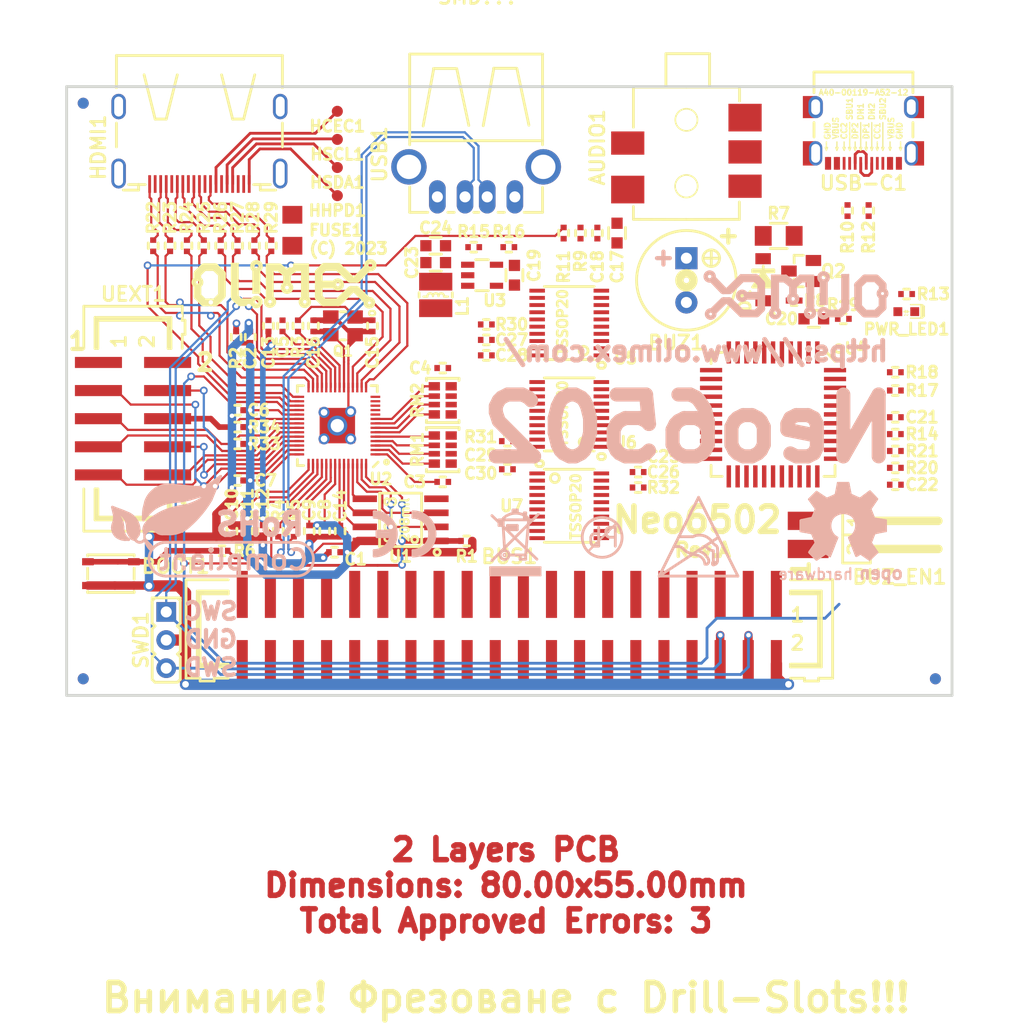
<source format=kicad_pcb>
(kicad_pcb (version 20171130) (host pcbnew 5.1.12-84ad8e8a86~92~ubuntu18.04.1)
  (title_block (title Neo6502) (date 2023-05-17) (rev A) (company "OLIMEX LTD.") (comment 1 https://www.olimex.com))
  (layers (0 F.Cu signal) (31 B.Cu signal) (34 B.Paste user hide) (35 F.Paste user hide) (36 B.SilkS user hide) (37 F.SilkS user hide) (38 B.Mask user hide) (39 F.Mask user hide) (44 Edge.Cuts user))
  (net 0 "")
  (net 1 GND)
  (net 2 "Net-(FID1-PadFid1)")
  (net 3 "Net-(FID2-PadFid1)")
  (net 4 "Net-(FID3-PadFid1)")
  (net 5 "Net-(FID4-PadFid1)")
  (net 6 "Net-(FID5-PadFid1)")
  (net 7 "Net-(FID6-PadFid1)")
  (net 8 /USB_D-)
  (net 9 /USB_D+)
  (net 10 +3.3V)
  (net 11 "Net-(AUDIO1-Pad1)")
  (net 12 /BUZZER)
  (net 13 "Net-(BUZ_EN1-Pad1)")
  (net 14 +5V_USB)
  (net 15 "Net-(PWR_LED1-Pad1)")
  (net 16 /+1V1)
  (net 17 /SWDIO)
  (net 18 /SWCLK)
  (net 19 /D2-)
  (net 20 /D2+)
  (net 21 /D1-)
  (net 22 /D1+)
  (net 23 "Net-(C15-Pad1)")
  (net 24 "Net-(C16-Pad1)")
  (net 25 /~BOOTSEL)
  (net 26 /A0)
  (net 27 /A1)
  (net 28 /D0)
  (net 29 /A2)
  (net 30 /D1)
  (net 31 /D2)
  (net 32 /A3)
  (net 33 /D3)
  (net 34 /A4)
  (net 35 /D4)
  (net 36 /A5)
  (net 37 /D5)
  (net 38 /A6)
  (net 39 /D6)
  (net 40 /A7)
  (net 41 "/GPIO21\\PHI2(CLK)")
  (net 42 /A15)
  (net 43 /A11)
  (net 44 /A13)
  (net 45 /D7)
  (net 46 /BE)
  (net 47 /A12)
  (net 48 /MLB)
  (net 49 /VPB)
  (net 50 /A9)
  (net 51 /IRQB)
  (net 52 /A10)
  (net 53 /NMIB)
  (net 54 /RESB)
  (net 55 /GPIO11\RW#)
  (net 56 /RDY)
  (net 57 /SOB)
  (net 58 /A14)
  (net 59 /SYNC)
  (net 60 /A8)
  (net 61 /RUN)
  (net 62 "Net-(C17-Pad1)")
  (net 63 "Net-(FUSE1-Pad2)")
  (net 64 /D0+)
  (net 65 /D0-)
  (net 66 /CK+)
  (net 67 /CK-)
  (net 68 "Net-(HDMI1-Pad14)")
  (net 69 "Net-(HDMI1-Pad15)")
  (net 70 "Net-(HDMI1-Pad16)")
  (net 71 "Net-(HDMI1-Pad19)")
  (net 72 "Net-(L1-Pad1)")
  (net 73 /CSn)
  (net 74 "Net-(R3-Pad2)")
  (net 75 /D-)
  (net 76 /D+)
  (net 77 /D_N)
  (net 78 /D_P)
  (net 79 /GPIO20\AUDIO)
  (net 80 /GPIO8\OE1#)
  (net 81 /GPIO9\OE2#)
  (net 82 /GPIO10\OE3#)
  (net 83 /GPIO23\I2C1_SCL)
  (net 84 /GPIO22\I2C1_SDA)
  (net 85 /GPIO0)
  (net 86 "Net-(RM1-Pad1.1)")
  (net 87 /GPIO3)
  (net 88 "Net-(RM1-Pad4.1)")
  (net 89 /GPIO1)
  (net 90 /GPIO2)
  (net 91 "Net-(RM1-Pad2.1)")
  (net 92 "Net-(RM1-Pad3.1)")
  (net 93 "Net-(RM2-Pad3.1)")
  (net 94 "Net-(RM2-Pad2.1)")
  (net 95 /GPIO6)
  (net 96 /GPIO5)
  (net 97 "Net-(RM2-Pad4.1)")
  (net 98 /GPIO7)
  (net 99 "Net-(RM2-Pad1.1)")
  (net 100 /GPIO4)
  (net 101 /IO1)
  (net 102 /IO2)
  (net 103 /IO0)
  (net 104 /CLK)
  (net 105 /IO3)
  (net 106 "/GPIO24\\SPI1_RX(MISO)")
  (net 107 "/GPIO25\\SPI1_CSn(CS#)")
  (net 108 "/GPIO26\\SPI1_SCK(CLK)")
  (net 109 "/GPIO27\\SPI1_TX(MOSI)")
  (net 110 /GPIO28\UART0_TX)
  (net 111 /GPIO29\UART0_RX)
  (net 112 "Net-(U4-Pad42)")
  (net 113 "Net-(U4-Pad37)")
  (net 114 "Net-(U4-Pad33)")
  (net 115 "Net-(U4-Pad6)")
  (net 116 "Net-(HCEC1-Pad1)")
  (net 117 /HDMI_D2+)
  (net 118 /HDMI_D2-)
  (net 119 /HDMI_D1+)
  (net 120 /HDMI_D1-)
  (net 121 /HDMI_D0+)
  (net 122 /HDMI_D0-)
  (net 123 /HDMI_CK+)
  (net 124 /HDMI_CK-)
  (net 125 "Net-(BUZ1-Pad1)")
  (net 126 "Net-(BUZ1-Pad2)")
  (net 127 "Net-(R10-Pad2)")
  (net 128 "Net-(R12-Pad2)")
  (net 129 "Net-(R15-Pad1)")
  (net 130 "Net-(USB-C1-PadA8)")
  (net 131 "Net-(USB-C1-PadB8)")
  (module OLIMEX_Connectors-FP:HDMI-SWM-19_Paste (layer F.Cu) (at 112 68.25)
    (fp_text reference HDMI1 (at -9.13 2.235 90) (layer F.SilkS) (effects (font (size 1.27 1.27) (thickness 0.254))))
    (fp_text value HDMI-SWM-19)
    (pad 0 thru_hole oval (at 7.3 -1.45) (size 1.3 2.3) (drill oval 0.8 1.8) (layers *.Cu *.Mask F.Paste) (net 1 GND))
    (pad 19 smd rect (at 4.5 5.55 90) (size 1.6 0.25) (layers F.Cu F.Paste F.Mask) (net 71 "Net-(HDMI1-Pad19)"))
    (pad 18 smd rect (at 4 5.55 90) (size 1.6 0.25) (layers F.Cu F.Paste F.Mask) (net 63 "Net-(FUSE1-Pad2)"))
    (pad 17 smd rect (at 3.5 5.55 90) (size 1.6 0.25) (layers F.Cu F.Paste F.Mask) (net 1 GND))
    (pad 16 smd rect (at 3 5.55 90) (size 1.6 0.25) (layers F.Cu F.Paste F.Mask) (net 70 "Net-(HDMI1-Pad16)"))
    (pad 15 smd rect (at 2.5 5.55 90) (size 1.6 0.25) (layers F.Cu F.Paste F.Mask) (net 69 "Net-(HDMI1-Pad15)"))
    (pad 14 smd rect (at 2 5.55 90) (size 1.6 0.25) (layers F.Cu F.Paste F.Mask) (net 68 "Net-(HDMI1-Pad14)"))
    (pad 13 smd rect (at 1.5 5.55 90) (size 1.6 0.25) (layers F.Cu F.Paste F.Mask) (net 116 "Net-(HCEC1-Pad1)"))
    (pad 12 smd rect (at 1 5.55 90) (size 1.6 0.25) (layers F.Cu F.Paste F.Mask) (net 67 /CK-))
    (pad 11 smd rect (at 0.5 5.55 90) (size 1.6 0.25) (layers F.Cu F.Paste F.Mask) (net 1 GND))
    (pad 10 smd rect (at 0 5.55 90) (size 1.6 0.25) (layers F.Cu F.Paste F.Mask) (net 66 /CK+))
    (pad 9 smd rect (at -0.5 5.55 90) (size 1.6 0.25) (layers F.Cu F.Paste F.Mask) (net 65 /D0-))
    (pad 8 smd rect (at -1 5.55 90) (size 1.6 0.25) (layers F.Cu F.Paste F.Mask) (net 1 GND))
    (pad 7 smd rect (at -1.5 5.55 90) (size 1.6 0.25) (layers F.Cu F.Paste F.Mask) (net 64 /D0+))
    (pad 6 smd rect (at -2 5.55 90) (size 1.6 0.25) (layers F.Cu F.Paste F.Mask) (net 21 /D1-))
    (pad 5 smd rect (at -2.5 5.55 90) (size 1.6 0.25) (layers F.Cu F.Paste F.Mask) (net 1 GND))
    (pad 4 smd rect (at -3 5.55 90) (size 1.6 0.25) (layers F.Cu F.Paste F.Mask) (net 22 /D1+))
    (pad 3 smd rect (at -3.5 5.55 90) (size 1.6 0.25) (layers F.Cu F.Paste F.Mask) (net 19 /D2-))
    (pad 2 smd rect (at -4 5.55 90) (size 1.6 0.25) (layers F.Cu F.Paste F.Mask) (net 1 GND))
    (pad 1 smd rect (at -4.5 5.55 90) (size 1.6 0.25) (layers F.Cu F.Paste F.Mask) (net 20 /D2+))
    (pad 0 thru_hole oval (at -7.3 -1.45) (size 1.3 2.3) (drill oval 0.8 1.8) (layers *.Cu *.Mask F.Paste) (net 1 GND))
    (pad 0 thru_hole oval (at -7.3 4.6) (size 1.3 2.7) (drill oval 0.8 2.2) (layers *.Cu *.Mask F.Paste) (net 1 GND))
    (pad 0 thru_hole oval (at 7.3 4.6) (size 1.3 2.7) (drill oval 0.8 2.2) (layers *.Cu *.Mask F.Paste) (net 1 GND))
  )
  (module OLIMEX_Connectors-FP:GBH-254-SMT-40 (layer F.Cu) (at 140 114 180)
    (fp_text reference BUS1 (at 0 6.558) (layer F.SilkS) (effects (font (size 1.27 1.27) (thickness 0.254))))
    (fp_text value "B-V-40-LF(GBH254SMT-40)")
    (fp_text user 2 (at -26.035 -1.27) (layer F.SilkS) (effects (font (size 1.27 1.27) (thickness 0.254))))
    (fp_text user 1 (at -26.035 1.27) (layer F.SilkS) (effects (font (size 1.27 1.27) (thickness 0.254))))
    (pad "" np_thru_hole circle (at 22.86 0 180) (size 1.2 1.2) (drill 1.2) (layers *.Cu *.Mask))
    (pad "" np_thru_hole circle (at -22.86 0 180) (size 1.2 1.2) (drill 1.2) (layers *.Cu *.Mask))
    (pad 40 smd rect (at 24.13 -3.125 270) (size 4.25 1) (layers F.Cu F.Mask) (net 54 /RESB))
    (pad 39 smd rect (at 24.13 3.125 90) (size 4.25 1) (layers F.Cu F.Mask) (net 55 /GPIO11\RW#))
    (pad 38 smd rect (at 21.59 -3.125 270) (size 4.25 1) (layers F.Cu F.Mask) (net 57 /SOB))
    (pad 37 smd rect (at 21.59 3.125 90) (size 4.25 1) (layers F.Cu F.Mask) (net 41 "/GPIO21\\PHI2(CLK)"))
    (pad 36 smd rect (at 19.05 -3.125 270) (size 4.25 1) (layers F.Cu F.Mask) (net 48 /MLB))
    (pad 35 smd rect (at 19.05 3.125 90) (size 4.25 1) (layers F.Cu F.Mask) (net 42 /A15))
    (pad 34 smd rect (at 16.51 -3.125 270) (size 4.25 1) (layers F.Cu F.Mask) (net 49 /VPB))
    (pad 33 smd rect (at 16.51 3.125 90) (size 4.25 1) (layers F.Cu F.Mask) (net 58 /A14))
    (pad 32 smd rect (at 13.97 -3.125 270) (size 4.25 1) (layers F.Cu F.Mask) (net 59 /SYNC))
    (pad 31 smd rect (at 13.97 3.125 90) (size 4.25 1) (layers F.Cu F.Mask) (net 44 /A13))
    (pad 30 smd rect (at 11.43 -3.125 270) (size 4.25 1) (layers F.Cu F.Mask) (net 46 /BE))
    (pad 29 smd rect (at 11.43 3.125 90) (size 4.25 1) (layers F.Cu F.Mask) (net 47 /A12))
    (pad 28 smd rect (at 8.89 -3.125 270) (size 4.25 1) (layers F.Cu F.Mask) (net 56 /RDY))
    (pad 27 smd rect (at 8.89 3.125 90) (size 4.25 1) (layers F.Cu F.Mask) (net 43 /A11))
    (pad 26 smd rect (at 6.35 -3.125 270) (size 4.25 1) (layers F.Cu F.Mask) (net 53 /NMIB))
    (pad 25 smd rect (at 6.35 3.125 90) (size 4.25 1) (layers F.Cu F.Mask) (net 52 /A10))
    (pad 24 smd rect (at 3.81 -3.125 270) (size 4.25 1) (layers F.Cu F.Mask) (net 51 /IRQB))
    (pad 23 smd rect (at 3.81 3.125 90) (size 4.25 1) (layers F.Cu F.Mask) (net 50 /A9))
    (pad 22 smd rect (at 1.27 -3.125 270) (size 4.25 1) (layers F.Cu F.Mask) (net 45 /D7))
    (pad 21 smd rect (at 1.27 3.125 90) (size 4.25 1) (layers F.Cu F.Mask) (net 60 /A8))
    (pad 20 smd rect (at -1.27 -3.125 270) (size 4.25 1) (layers F.Cu F.Mask) (net 39 /D6))
    (pad 19 smd rect (at -1.27 3.125 270) (size 4.25 1) (layers F.Cu F.Mask) (net 40 /A7))
    (pad 18 smd rect (at -3.81 -3.125 270) (size 4.25 1) (layers F.Cu F.Mask) (net 37 /D5))
    (pad 17 smd rect (at -3.81 3.125 270) (size 4.25 1) (layers F.Cu F.Mask) (net 38 /A6))
    (pad 16 smd rect (at -6.35 -3.125 270) (size 4.25 1) (layers F.Cu F.Mask) (net 35 /D4))
    (pad 15 smd rect (at -6.35 3.125 270) (size 4.25 1) (layers F.Cu F.Mask) (net 36 /A5))
    (pad 14 smd rect (at -8.89 -3.125 270) (size 4.25 1) (layers F.Cu F.Mask) (net 33 /D3))
    (pad 13 smd rect (at -8.89 3.125 270) (size 4.25 1) (layers F.Cu F.Mask) (net 34 /A4))
    (pad 12 smd rect (at -11.43 -3.125 270) (size 4.25 1) (layers F.Cu F.Mask) (net 31 /D2))
    (pad 11 smd rect (at -11.43 3.125 270) (size 4.25 1) (layers F.Cu F.Mask) (net 32 /A3))
    (pad 10 smd rect (at -13.97 -3.125 270) (size 4.25 1) (layers F.Cu F.Mask) (net 30 /D1))
    (pad 9 smd rect (at -13.97 3.125 270) (size 4.25 1) (layers F.Cu F.Mask) (net 29 /A2))
    (pad 8 smd rect (at -16.51 -3.125 270) (size 4.25 1) (layers F.Cu F.Mask) (net 28 /D0))
    (pad 7 smd rect (at -16.51 3.125 270) (size 4.25 1) (layers F.Cu F.Mask) (net 27 /A1))
    (pad 6 smd rect (at -19.05 -3.125 270) (size 4.25 1) (layers F.Cu F.Mask) (net 18 /SWCLK))
    (pad 5 smd rect (at -19.05 3.125 270) (size 4.25 1) (layers F.Cu F.Mask) (net 26 /A0))
    (pad 4 smd rect (at -21.59 -3.125 270) (size 4.25 1) (layers F.Cu F.Mask) (net 17 /SWDIO))
    (pad 3 smd rect (at -21.59 3.125 270) (size 4.25 1) (layers F.Cu F.Mask) (net 10 +3.3V))
    (pad 2 smd rect (at -24.13 -3.125 270) (size 4.25 1) (layers F.Cu F.Mask) (net 1 GND))
    (pad 1 smd rect (at -24.13 3.125 270) (size 4.25 1) (layers F.Cu F.Mask) (net 14 +5V_USB))
  )
  (module OLIMEX_Connectors-FP:GBH-254-SMT-10 (layer F.Cu) (at 106 95 270)
    (fp_text reference UEXT1 (at -11.26 -0.045 180) (layer F.SilkS) (effects (font (size 1.27 1.27) (thickness 0.254))))
    (fp_text value "B-V-10-LF(GBH254SMT-10)")
    (fp_text user 1 (at -6.985 1.27 90) (layer F.SilkS) (effects (font (size 1.27 1.27) (thickness 0.254))))
    (fp_text user 2 (at -6.985 -1.27 90) (layer F.SilkS) (effects (font (size 1.27 1.27) (thickness 0.254))))
    (pad "" np_thru_hole circle (at 3.81 0 270) (size 1.2 1.2) (drill 1.2) (layers *.Cu *.Mask))
    (pad 1 smd rect (at -5.08 3.125) (size 4.25 1) (layers F.Cu F.Mask) (net 10 +3.3V))
    (pad 2 smd rect (at -5.08 -3.125) (size 4.25 1) (layers F.Cu F.Mask) (net 1 GND))
    (pad 3 smd rect (at -2.54 3.125) (size 4.25 1) (layers F.Cu F.Mask) (net 110 /GPIO28\UART0_TX))
    (pad 4 smd rect (at -2.54 -3.125) (size 4.25 1) (layers F.Cu F.Mask) (net 111 /GPIO29\UART0_RX))
    (pad 5 smd rect (at 0 3.125) (size 4.25 1) (layers F.Cu F.Mask) (net 83 /GPIO23\I2C1_SCL))
    (pad 6 smd rect (at 0 -3.125) (size 4.25 1) (layers F.Cu F.Mask) (net 84 /GPIO22\I2C1_SDA))
    (pad 7 smd rect (at 2.54 3.125) (size 4.25 1) (layers F.Cu F.Mask) (net 106 "/GPIO24\\SPI1_RX(MISO)"))
    (pad 8 smd rect (at 2.54 -3.125) (size 4.25 1) (layers F.Cu F.Mask) (net 109 "/GPIO27\\SPI1_TX(MOSI)"))
    (pad 9 smd rect (at 5.08 3.125) (size 4.25 1) (layers F.Cu F.Mask) (net 108 "/GPIO26\\SPI1_SCK(CLK)"))
    (pad 10 smd rect (at 5.08 -3.125) (size 4.25 1) (layers F.Cu F.Mask) (net 107 "/GPIO25\\SPI1_CSn(CS#)"))
    (pad "" np_thru_hole circle (at -3.81 0 270) (size 1.2 1.2) (drill 1.2) (layers *.Cu *.Mask))
  )
  (module "OLIMEX_Jumpers-FP:HN1x2(SMD)_H-WX-1x2-LF" (layer F.Cu) (at 167 105.5 270)
    (fp_text reference BUZ_EN1 (at 3.81 -8.26) (layer F.SilkS) (effects (font (size 1.27 1.27) (thickness 0.254))))
    (fp_text value H-WX-1x2-LF+MJ6)
    (fp_text user 2 (at 1.27 -4.2926 90) (layer F.SilkS) (effects (font (size 1.27 1.27) (thickness 0.254))))
    (fp_text user 1 (at -1.27 -4.2926 90) (layer F.SilkS) (effects (font (size 1.27 1.27) (thickness 0.254))))
    (pad 1 smd rect (at -1.27 0 270) (size 1.651 3.683) (layers F.Cu F.Paste F.Mask) (net 13 "Net-(BUZ_EN1-Pad1)"))
    (pad 2 smd rect (at 1.27 0 270) (size 1.651 3.683) (layers F.Cu F.Paste F.Mask) (net 12 /BUZZER))
  )
  (module OLIMEX_Signs-FP:Sign_RoHS_1 (layer B.Cu) (at 121.285 108.585 180)
    (fp_text reference Sign_RoHS hide)
    (fp_text value Sign_RoHS hide)
    (fp_text user Compliant (at 6.20014 0.8382) (layer B.SilkS) (effects (font (size 1.778 1.778) (thickness 0.35)) (justify mirror)))
    (fp_text user RoHS (at 3.81508 4.04368) (layer B.SilkS) (effects (font (size 2 2) (thickness 0.5)) (justify mirror)))
  )
  (module OLIMEX_Signs-FP:Sign_RecycleBin_1 (layer B.Cu) (at 142.875 109.22 180)
    (fp_text reference Sign_RecycleBin hide)
    (fp_text value Sign_RecycleBin hide)
  )
  (module OLIMEX_Signs-FP:Sign_PB-Free (layer B.Cu) (at 148.59 105.41)
    (fp_text reference Sign_PB-Free)
    (fp_text value Sign_PB-Free)
    (fp_text user Pb (at -0.08636 0.33528) (layer B.SilkS) (effects (font (size 1.7 1.5) (thickness 0.254)) (justify mirror)))
  )
  (module OLIMEX_Signs-FP:Sign_OSHW_8x8 (layer B.Cu) (at 170.18 104.775 180)
    (fp_text reference Sign_OSHW_8x8 hide)
    (fp_text value Sign_OSHW_8x8 hide)
    (fp_text user open (at -3.40106 -4.17576) (layer B.SilkS) (effects (font (size 1.1 1.1) (thickness 0.254)) (justify mirror)))
    (fp_text user hardware (at 2.51206 -4.2672) (layer B.SilkS) (effects (font (thickness 0.18)) (justify mirror)))
  )
  (module OLIMEX_Signs-FP:Sign_Antistatic (layer B.Cu) (at 160.655 109.22 180)
    (fp_text reference Sign_Antistatic hide)
    (fp_text value Sign_Antistatic hide)
  )
  (module OLIMEX_Signs-FP:Logo_OLIMEX_TB (layer B.Cu) (at 165.735 83.82 180)
    (fp_text reference Logo_OLIMEX_TB-Bottom hide)
    (fp_text value Logo_OLIMEX_TB hide)
  )
  (module OLIMEX_Signs-FP:CE_Sign (layer B.Cu) (at 129.54 105.41 180)
    (fp_text reference Sign_CE hide)
    (fp_text value CE_Sign hide)
  )
  (module OLIMEX_Signs-FP:Logo_OLIMEX_TB (layer F.Cu) (at 119.81 82.804)
    (fp_text reference Logo_OLIMEX_TB-Top hide)
    (fp_text value Logo_OLIMEX_TB hide)
  )
  (module OLIMEX_Connectors-FP:SCJ325P00XG0B02G (layer F.Cu) (at 156 68 270)
    (fp_text reference AUDIO1 (at 2.485 8.045 270) (layer F.SilkS) (effects (font (size 1.27 1.27) (thickness 0.254))))
    (fp_text value PJ-3.5-365-5P)
    (pad "" np_thru_hole circle (at 6 0 270) (size 1.7 1.7) (drill 1.7) (layers *.Cu *.Mask))
    (pad "" np_thru_hole circle (at 0 0 270) (size 1.7 1.7) (drill 1.7) (layers *.Cu *.Mask))
    (pad 4 smd rect (at 2.9 -5.3 270) (size 2.1 2.999999) (layers F.Cu F.Paste F.Mask) (net 12 /BUZZER) (clearance 0.0508))
    (pad 5 smd rect (at 2.1 5.3 270) (size 2.1 2.999999) (layers F.Cu F.Paste F.Mask) (net 12 /BUZZER) (clearance 0.0508))
    (pad 3 smd rect (at 6 -5.3 270) (size 2.1 2.999999) (layers F.Cu F.Paste F.Mask) (net 11 "Net-(AUDIO1-Pad1)") (clearance 0.0508))
    (pad 1 smd rect (at 6.3 5.3 270) (size 2.5 2.999999) (layers F.Cu F.Paste F.Mask) (net 11 "Net-(AUDIO1-Pad1)") (clearance 0.0508))
    (pad 2 smd rect (at -0.2 -5.3 270) (size 2.5 2.999999) (layers F.Cu F.Paste F.Mask) (net 1 GND) (clearance 0.0508))
  )
  (module OLIMEX_RLC-FP:C_0402_5MIL_DWS (layer F.Cu) (at 174.879 100.965 180)
    (fp_text reference C22 (at -2.413 0 180) (layer F.SilkS) (effects (font (size 1.016 1.016) (thickness 0.254))))
    (fp_text value 100nF/10V/20%/X5R/C0402)
    (pad 2 smd rect (at 0.508 0 180) (size 0.5 0.55) (layers F.Cu F.Paste F.Mask) (net 10 +3.3V))
    (pad 1 smd rect (at -0.508 0) (size 0.5 0.55) (layers F.Cu F.Paste F.Mask) (net 1 GND))
  )
  (module OLIMEX_Other-FP:Fiducial1x3 (layer F.Cu) (at 101.5 118.5)
    (fp_text reference FID1 hide)
    (fp_text value Fiducial hide)
    (pad Fid1 connect circle (at 0 0) (size 1 1) (layers F.Cu F.Mask) (net 2 "Net-(FID1-PadFid1)") (clearance 1.016))
  )
  (module OLIMEX_Other-FP:Fiducial1x3 (layer F.Cu) (at 101.5 66.5)
    (fp_text reference FID2 hide)
    (fp_text value Fiducial hide)
    (pad Fid1 connect circle (at 0 0) (size 1 1) (layers F.Cu F.Mask) (net 3 "Net-(FID2-PadFid1)") (clearance 1.016))
  )
  (module OLIMEX_Other-FP:Fiducial1x3 (layer F.Cu) (at 178.5 118.5)
    (fp_text reference FID3 hide)
    (fp_text value Fiducial hide)
    (pad Fid1 connect circle (at 0 0) (size 1 1) (layers F.Cu F.Mask) (net 4 "Net-(FID3-PadFid1)") (clearance 1.016))
  )
  (module OLIMEX_Other-FP:Fiducial1x3 (layer B.Cu) (at 101.5 118.5)
    (fp_text reference FID4 hide)
    (fp_text value Fiducial hide)
    (pad Fid1 connect circle (at 0 0) (size 1 1) (layers B.Cu B.Mask) (net 5 "Net-(FID4-PadFid1)") (clearance 1.016))
  )
  (module OLIMEX_Other-FP:Fiducial1x3 (layer B.Cu) (at 101.5 66.5)
    (fp_text reference FID5 hide)
    (fp_text value Fiducial hide)
    (pad Fid1 connect circle (at 0 0) (size 1 1) (layers B.Cu B.Mask) (net 6 "Net-(FID5-PadFid1)") (clearance 1.016))
  )
  (module OLIMEX_Other-FP:Fiducial1x3 (layer B.Cu) (at 178.5 118.5)
    (fp_text reference FID6 hide)
    (fp_text value Fiducial hide)
    (pad Fid1 connect circle (at 0 0) (size 1 1) (layers B.Cu B.Mask) (net 7 "Net-(FID6-PadFid1)") (clearance 1.016))
  )
  (module OLIMEX_Other-FP:Mounting_Hole_Drill-3.3mm_Clerance-7mm (layer F.Cu) (at 104 116)
    (fp_text reference MH1 hide)
    (fp_text value Mounting_Hole_NPTH hide)
    (pad "" np_thru_hole circle (at 0 0) (size 3.300001 3.300001) (drill 3.300001) (layers *.Cu *.Mask) (clearance 1.85))
  )
  (module OLIMEX_Other-FP:Mounting_Hole_Drill-3.3mm_Clerance-7mm (layer F.Cu) (at 176 116)
    (fp_text reference MH2 hide)
    (fp_text value Mounting_Hole_NPTH hide)
    (pad "" np_thru_hole circle (at 0 0) (size 3.300001 3.300001) (drill 3.300001) (layers *.Cu *.Mask) (clearance 1.85))
  )
  (module OLIMEX_Other-FP:Mounting_Hole_Drill-3.3mm_Clerance-7mm (layer F.Cu) (at 176 79)
    (fp_text reference MH3 hide)
    (fp_text value Mounting_Hole_NPTH hide)
    (pad "" np_thru_hole circle (at 0 0) (size 3.300001 3.300001) (drill 3.300001) (layers *.Cu *.Mask) (clearance 1.85))
  )
  (module OLIMEX_Other-FP:Mounting_Hole_Drill-3.3mm_Clerance-7mm (layer F.Cu) (at 104 79)
    (fp_text reference MH4 hide)
    (fp_text value Mounting_Hole_NPTH hide)
    (pad "" np_thru_hole circle (at 0 0) (size 3.300001 3.300001) (drill 3.300001) (layers *.Cu *.Mask) (clearance 1.85))
  )
  (module OLIMEX_LEDs-FP:LED_0603_KA (layer F.Cu) (at 175.87 85.33 180)
    (fp_text reference PWR_LED1 (at -0.025 -1.585) (layer F.SilkS) (effects (font (size 1.016 1.016) (thickness 0.254))))
    (fp_text value LED/RED/0603)
    (pad 1 smd rect (at -0.762 0) (size 0.8 0.8) (layers F.Cu F.Paste F.Mask) (net 15 "Net-(PWR_LED1-Pad1)"))
    (pad 2 smd rect (at 0.762 0) (size 0.8 0.8) (layers F.Cu F.Paste F.Mask) (net 14 +5V_USB))
  )
  (module OLIMEX_RLC-FP:R_0402_5MIL_DWS (layer F.Cu) (at 175.895 83.74 180)
    (fp_text reference R13 (at -2.413 0) (layer F.SilkS) (effects (font (size 1.016 1.016) (thickness 0.254))))
    (fp_text value 2.2k/R0402)
    (pad 2 smd rect (at 0.508 0 180) (size 0.5 0.55) (layers F.Cu F.Paste F.Mask) (net 1 GND))
    (pad 1 smd rect (at -0.508 0) (size 0.5 0.55) (layers F.Cu F.Paste F.Mask) (net 15 "Net-(PWR_LED1-Pad1)"))
  )
  (module OLIMEX_RLC-FP:R_0402_5MIL_DWS (layer F.Cu) (at 115.443 97.282 180)
    (fp_text reference R33 (at -2.413 0) (layer F.SilkS) (effects (font (size 1.016 1.016) (thickness 0.254))))
    (fp_text value 2.2k/R0402)
    (pad 2 smd rect (at 0.508 0 180) (size 0.5 0.55) (layers F.Cu F.Paste F.Mask) (net 83 /GPIO23\I2C1_SCL))
    (pad 1 smd rect (at -0.508 0) (size 0.5 0.55) (layers F.Cu F.Paste F.Mask) (net 10 +3.3V))
  )
  (module OLIMEX_RLC-FP:R_0402_5MIL_DWS (layer F.Cu) (at 137.922 86.487 180)
    (fp_text reference R30 (at -2.286 0) (layer F.SilkS) (effects (font (size 1.016 1.016) (thickness 0.254))))
    (fp_text value 10k/R0402)
    (pad 2 smd rect (at 0.508 0 180) (size 0.5 0.55) (layers F.Cu F.Paste F.Mask) (net 10 +3.3V))
    (pad 1 smd rect (at -0.508 0) (size 0.5 0.55) (layers F.Cu F.Paste F.Mask) (net 80 /GPIO8\OE1#))
  )
  (module OLIMEX_RLC-FP:R_0402_5MIL_DWS (layer F.Cu) (at 115.443 95.758 180)
    (fp_text reference R34 (at -2.413 0) (layer F.SilkS) (effects (font (size 1.016 1.016) (thickness 0.254))))
    (fp_text value 2.2k/R0402)
    (pad 2 smd rect (at 0.508 0 180) (size 0.5 0.55) (layers F.Cu F.Paste F.Mask) (net 84 /GPIO22\I2C1_SDA))
    (pad 1 smd rect (at -0.508 0) (size 0.5 0.55) (layers F.Cu F.Paste F.Mask) (net 10 +3.3V))
  )
  (module OLIMEX_RLC-FP:R_0402_5MIL_DWS (layer F.Cu) (at 165.735 84.328 180)
    (fp_text reference R8 (at -1.905 -0.000001) (layer F.SilkS) (effects (font (size 1.016 1.016) (thickness 0.254))))
    (fp_text value 2.2k/R0402)
    (pad 2 smd rect (at 0.508 0 180) (size 0.5 0.55) (layers F.Cu F.Paste F.Mask) (net 126 "Net-(BUZ1-Pad2)"))
    (pad 1 smd rect (at -0.508 0) (size 0.5 0.55) (layers F.Cu F.Paste F.Mask) (net 13 "Net-(BUZ_EN1-Pad1)"))
  )
  (module OLIMEX_RLC-FP:R_0402_5MIL_DWS (layer F.Cu) (at 146.431 78.232 90)
    (fp_text reference R9 (at -2.54 0 90) (layer F.SilkS) (effects (font (size 1.016 1.016) (thickness 0.254))))
    (fp_text value 150R/R0402)
    (pad 2 smd rect (at 0.508 0 90) (size 0.5 0.55) (layers F.Cu F.Paste F.Mask) (net 1 GND))
    (pad 1 smd rect (at -0.508 0 270) (size 0.5 0.55) (layers F.Cu F.Paste F.Mask) (net 62 "Net-(C17-Pad1)"))
  )
  (module OLIMEX_RLC-FP:R_0402_5MIL_DWS (layer F.Cu) (at 144.907 78.232 90)
    (fp_text reference R11 (at -3.048 0 90) (layer F.SilkS) (effects (font (size 1.016 1.016) (thickness 0.254))))
    (fp_text value 270R/R0402)
    (pad 2 smd rect (at 0.508 0 90) (size 0.5 0.55) (layers F.Cu F.Paste F.Mask) (net 79 /GPIO20\AUDIO))
    (pad 1 smd rect (at -0.508 0 270) (size 0.5 0.55) (layers F.Cu F.Paste F.Mask) (net 62 "Net-(C17-Pad1)"))
  )
  (module OLIMEX_RLC-FP:C_0603_5MIL_DWS (layer F.Cu) (at 167.513 85.979)
    (fp_text reference C20 (at -2.921 0) (layer F.SilkS) (effects (font (size 1.016 1.016) (thickness 0.254))))
    (fp_text value 22uF/6.3V/20%/X5R/C0603)
    (pad 2 smd rect (at 0.889 0) (size 1.016 1.016) (layers F.Cu F.Paste F.Mask) (net 1 GND) (clearance 0.0508))
    (pad 1 smd rect (at -0.889 0) (size 1.016 1.016) (layers F.Cu F.Paste F.Mask) (net 10 +3.3V) (clearance 0.0508))
  )
  (module OLIMEX_RLC-FP:C_0603_5MIL_DWS (layer F.Cu) (at 149.733 78.232 90)
    (fp_text reference C17 (at -3.048 0 90) (layer F.SilkS) (effects (font (size 1.016 1.016) (thickness 0.254))))
    (fp_text value 22uF/6.3V/20%/X5R/C0603)
    (pad 2 smd rect (at 0.889 0 90) (size 1.016 1.016) (layers F.Cu F.Paste F.Mask) (net 11 "Net-(AUDIO1-Pad1)") (clearance 0.0508))
    (pad 1 smd rect (at -0.889 0 90) (size 1.016 1.016) (layers F.Cu F.Paste F.Mask) (net 62 "Net-(C17-Pad1)") (clearance 0.0508))
  )
  (module OLIMEX_RLC-FP:C_0402_5MIL_DWS (layer F.Cu) (at 147.955 78.232 90)
    (fp_text reference C18 (at -3.048 0 90) (layer F.SilkS) (effects (font (size 1.016 1.016) (thickness 0.254))))
    (fp_text value 100nF/10V/20%/X5R/C0402)
    (pad 2 smd rect (at 0.508 0 90) (size 0.5 0.55) (layers F.Cu F.Paste F.Mask) (net 1 GND))
    (pad 1 smd rect (at -0.508 0 270) (size 0.5 0.55) (layers F.Cu F.Paste F.Mask) (net 62 "Net-(C17-Pad1)"))
  )
  (module OLIMEX_Diodes-FP:SOD-123_1C-2A_KA (layer F.Cu) (at 162.931 82.447002 270)
    (fp_text reference D1 (at 1.880998 1.641 90) (layer F.SilkS) (effects (font (size 1.016 1.016) (thickness 0.254))))
    (fp_text value 1N4148W/SOD123)
    (pad 2 smd rect (at 1.9 0 270) (size 1 1.4) (layers F.Cu F.Paste F.Mask) (net 126 "Net-(BUZ1-Pad2)") (clearance 0.0508))
    (pad 1 smd rect (at -1.9 0 270) (size 1 1.4) (layers F.Cu F.Paste F.Mask) (net 125 "Net-(BUZ1-Pad1)") (clearance 0.0508))
  )
  (module OLIMEX_Transistors-FP:SOT23 (layer F.Cu) (at 166.37 81.661)
    (fp_text reference Q2 (at 2.921001 0 180) (layer F.SilkS) (effects (font (size 1.1 1.1) (thickness 0.254))))
    (fp_text value "BC817-40(SOT23)")
    (pad 1 smd rect (at 1.10744 0.94996) (size 1.4 1) (layers F.Cu F.Paste F.Mask) (net 13 "Net-(BUZ_EN1-Pad1)") (clearance 0.0508))
    (pad 2 smd rect (at 1.10744 -0.9525) (size 1.4 1) (layers F.Cu F.Paste F.Mask) (net 1 GND) (clearance 0.0508))
    (pad 3 smd rect (at -1.10236 0.00254) (size 1.4 1) (layers F.Cu F.Paste F.Mask) (net 126 "Net-(BUZ1-Pad2)") (clearance 0.0508))
  )
  (module OLIMEX_Buttons-FP:YTS-A016-X (layer F.Cu) (at 104 109)
    (fp_text reference BOOT1 (at 5.855 -0.669 -180) (layer F.SilkS) (effects (font (size 1.27 1.27) (thickness 0.254))))
    (fp_text value YTS-A016-X hide)
    (pad 2 smd rect (at 2.075 1.075) (size 1.05 0.65) (layers F.Cu F.Paste F.Mask) (net 1 GND))
    (pad 2 smd rect (at -2.075 1.075) (size 1.05 0.65) (layers F.Cu F.Paste F.Mask) (net 1 GND))
    (pad 1 smd rect (at 2.075 -1.075) (size 1.05 0.65) (layers F.Cu F.Paste F.Mask) (net 25 /~BOOTSEL))
    (pad 1 smd rect (at -2.075 -1.075) (size 1.05 0.65) (layers F.Cu F.Paste F.Mask) (net 25 /~BOOTSEL))
  )
  (module OLIMEX_RLC-FP:C_0402_5MIL_DWS (layer F.Cu) (at 124.206 107.061)
    (fp_text reference C1 (at 1.905 0.635) (layer F.SilkS) (effects (font (size 1.016 1.016) (thickness 0.254))))
    (fp_text value 100nF/10V/20%/X5R/C0402)
    (pad 2 smd rect (at 0.508 0) (size 0.5 0.55) (layers F.Cu F.Paste F.Mask) (net 10 +3.3V))
    (pad 1 smd rect (at -0.508 0 180) (size 0.5 0.55) (layers F.Cu F.Paste F.Mask) (net 1 GND))
  )
  (module OLIMEX_RLC-FP:C_0402_5MIL_DWS (layer F.Cu) (at 116.586 87.63 90)
    (fp_text reference C2 (at -1.905 0 90) (layer F.SilkS) (effects (font (size 1.016 1.016) (thickness 0.254))))
    (fp_text value 100nF/10V/20%/X5R/C0402)
    (pad 2 smd rect (at 0.508 0 90) (size 0.5 0.55) (layers F.Cu F.Paste F.Mask) (net 1 GND))
    (pad 1 smd rect (at -0.508 0 270) (size 0.5 0.55) (layers F.Cu F.Paste F.Mask) (net 61 /RUN))
  )
  (module OLIMEX_RLC-FP:C_0402_5MIL_DWS (layer F.Cu) (at 133.985 100.711)
    (fp_text reference C3 (at -2.54 0) (layer F.SilkS) (effects (font (size 1.016 1.016) (thickness 0.254))))
    (fp_text value 100nF/10V/20%/X5R/C0402)
    (pad 2 smd rect (at 0.508 0) (size 0.5 0.55) (layers F.Cu F.Paste F.Mask) (net 1 GND))
    (pad 1 smd rect (at -0.508 0 180) (size 0.5 0.55) (layers F.Cu F.Paste F.Mask) (net 10 +3.3V))
  )
  (module OLIMEX_RLC-FP:C_0402_5MIL_DWS (layer F.Cu) (at 133.985 90.424)
    (fp_text reference C4 (at -2.032 0) (layer F.SilkS) (effects (font (size 1.016 1.016) (thickness 0.254))))
    (fp_text value 100nF/10V/20%/X5R/C0402)
    (pad 1 smd rect (at -0.508 0 180) (size 0.5 0.55) (layers F.Cu F.Paste F.Mask) (net 10 +3.3V))
    (pad 2 smd rect (at 0.508 0) (size 0.5 0.55) (layers F.Cu F.Paste F.Mask) (net 1 GND))
  )
  (module OLIMEX_RLC-FP:C_0402_5MIL_DWS (layer F.Cu) (at 119.507 86.614 90)
    (fp_text reference C5 (at -1.905 0 90) (layer F.SilkS) (effects (font (size 1.016 1.016) (thickness 0.254))))
    (fp_text value 100nF/10V/20%/X5R/C0402)
    (pad 1 smd rect (at -0.508 0 270) (size 0.5 0.55) (layers F.Cu F.Paste F.Mask) (net 10 +3.3V))
    (pad 2 smd rect (at 0.508 0 90) (size 0.5 0.55) (layers F.Cu F.Paste F.Mask) (net 1 GND))
  )
  (module OLIMEX_RLC-FP:C_0402_5MIL_DWS (layer F.Cu) (at 115.443 94.234 180)
    (fp_text reference C6 (at -1.905 0) (layer F.SilkS) (effects (font (size 1.016 1.016) (thickness 0.254))))
    (fp_text value 100nF/10V/20%/X5R/C0402)
    (pad 2 smd rect (at 0.508 0 180) (size 0.5 0.55) (layers F.Cu F.Paste F.Mask) (net 1 GND))
    (pad 1 smd rect (at -0.508 0) (size 0.5 0.55) (layers F.Cu F.Paste F.Mask) (net 10 +3.3V))
  )
  (module OLIMEX_RLC-FP:C_0402_5MIL_DWS (layer F.Cu) (at 115.443 100.584 180)
    (fp_text reference C7 (at -2.54 0) (layer F.SilkS) (effects (font (size 1.016 1.016) (thickness 0.254))))
    (fp_text value 100nF/10V/20%/X5R/C0402)
    (pad 1 smd rect (at -0.508 0) (size 0.5 0.55) (layers F.Cu F.Paste F.Mask) (net 10 +3.3V))
    (pad 2 smd rect (at 0.508 0 180) (size 0.5 0.55) (layers F.Cu F.Paste F.Mask) (net 1 GND))
  )
  (module OLIMEX_RLC-FP:C_0402_5MIL_DWS (layer F.Cu) (at 123.317 105.156 270)
    (fp_text reference C8 (at -1.905 0 90) (layer F.SilkS) (effects (font (size 1.016 1.016) (thickness 0.254))))
    (fp_text value 100nF/10V/20%/X5R/C0402)
    (pad 1 smd rect (at -0.508 0 90) (size 0.5 0.55) (layers F.Cu F.Paste F.Mask) (net 10 +3.3V))
    (pad 2 smd rect (at 0.508 0 270) (size 0.5 0.55) (layers F.Cu F.Paste F.Mask) (net 1 GND))
  )
  (module OLIMEX_RLC-FP:C_0402_5MIL_DWS (layer F.Cu) (at 121.92 105.156 270)
    (fp_text reference C9 (at -1.905 0 90) (layer F.SilkS) (effects (font (size 1.016 1.016) (thickness 0.254))))
    (fp_text value 100nF/10V/20%/X5R/C0402)
    (pad 2 smd rect (at 0.508 0 270) (size 0.5 0.55) (layers F.Cu F.Paste F.Mask) (net 1 GND))
    (pad 1 smd rect (at -0.508 0 90) (size 0.5 0.55) (layers F.Cu F.Paste F.Mask) (net 10 +3.3V))
  )
  (module OLIMEX_RLC-FP:C_0402_5MIL_DWS (layer F.Cu) (at 114.935 105.156 270)
    (fp_text reference C10 (at -2.413 0 90) (layer F.SilkS) (effects (font (size 1.016 1.016) (thickness 0.254))))
    (fp_text value 100nF/10V/20%/X5R/C0402)
    (pad 2 smd rect (at 0.508 0 270) (size 0.5 0.55) (layers F.Cu F.Paste F.Mask) (net 1 GND))
    (pad 1 smd rect (at -0.508 0 90) (size 0.5 0.55) (layers F.Cu F.Paste F.Mask) (net 10 +3.3V))
  )
  (module OLIMEX_RLC-FP:C_0402_5MIL_DWS (layer F.Cu) (at 116.332 105.156 270)
    (fp_text reference C11 (at -2.413 0 90) (layer F.SilkS) (effects (font (size 1.016 1.016) (thickness 0.254))))
    (fp_text value 2.2uF/6.3V/20%/X5R/C0402)
    (pad 2 smd rect (at 0.508 0 270) (size 0.5 0.55) (layers F.Cu F.Paste F.Mask) (net 1 GND))
    (pad 1 smd rect (at -0.508 0 90) (size 0.5 0.55) (layers F.Cu F.Paste F.Mask) (net 10 +3.3V))
  )
  (module OLIMEX_RLC-FP:C_0402_5MIL_DWS (layer F.Cu) (at 117.729 105.156 270)
    (fp_text reference C12 (at -2.413 0 90) (layer F.SilkS) (effects (font (size 1.016 1.016) (thickness 0.254))))
    (fp_text value 2.2uF/6.3V/20%/X5R/C0402)
    (pad 1 smd rect (at -0.508 0 90) (size 0.5 0.55) (layers F.Cu F.Paste F.Mask) (net 16 /+1V1))
    (pad 2 smd rect (at 0.508 0 270) (size 0.5 0.55) (layers F.Cu F.Paste F.Mask) (net 1 GND))
  )
  (module OLIMEX_RLC-FP:C_0402_5MIL_DWS (layer F.Cu) (at 118.237 86.614 90)
    (fp_text reference C13 (at -2.413 0 90) (layer F.SilkS) (effects (font (size 1.016 1.016) (thickness 0.254))))
    (fp_text value 100nF/10V/20%/X5R/C0402)
    (pad 1 smd rect (at -0.508 0 270) (size 0.5 0.55) (layers F.Cu F.Paste F.Mask) (net 16 /+1V1))
    (pad 2 smd rect (at 0.508 0 90) (size 0.5 0.55) (layers F.Cu F.Paste F.Mask) (net 1 GND))
  )
  (module OLIMEX_RLC-FP:C_0402_5MIL_DWS (layer F.Cu) (at 124.714 105.156 270)
    (fp_text reference C14 (at -2.286 0 90) (layer F.SilkS) (effects (font (size 1.016 1.016) (thickness 0.254))))
    (fp_text value 100nF/10V/20%/X5R/C0402)
    (pad 2 smd rect (at 0.508 0 270) (size 0.5 0.55) (layers F.Cu F.Paste F.Mask) (net 1 GND))
    (pad 1 smd rect (at -0.508 0 90) (size 0.5 0.55) (layers F.Cu F.Paste F.Mask) (net 16 /+1V1))
  )
  (module OLIMEX_RLC-FP:C_0402_5MIL_DWS (layer F.Cu) (at 127.635 86.614 270)
    (fp_text reference C15 (at 2.413 0 90) (layer F.SilkS) (effects (font (size 1.016 1.016) (thickness 0.254))))
    (fp_text value 27pF/50V/5%/C0G/C0402)
    (pad 1 smd rect (at -0.508 0 90) (size 0.5 0.55) (layers F.Cu F.Paste F.Mask) (net 23 "Net-(C15-Pad1)"))
    (pad 2 smd rect (at 0.508 0 270) (size 0.5 0.55) (layers F.Cu F.Paste F.Mask) (net 1 GND))
  )
  (module OLIMEX_RLC-FP:C_0402_5MIL_DWS (layer F.Cu) (at 122.301 86.614 90)
    (fp_text reference C16 (at -2.413 0 90) (layer F.SilkS) (effects (font (size 1.016 1.016) (thickness 0.254))))
    (fp_text value 27pF/50V/5%/C0G/C0402)
    (pad 2 smd rect (at 0.508 0 90) (size 0.5 0.55) (layers F.Cu F.Paste F.Mask) (net 1 GND))
    (pad 1 smd rect (at -0.508 0 270) (size 0.5 0.55) (layers F.Cu F.Paste F.Mask) (net 24 "Net-(C16-Pad1)"))
  )
  (module OLIMEX_RLC-FP:C_0603_5MIL_DWS (layer F.Cu) (at 140.462 82.042 90)
    (fp_text reference C19 (at 0.889 1.778 270) (layer F.SilkS) (effects (font (size 1.016 1.016) (thickness 0.254))))
    (fp_text value 22uF/6.3V/20%/X5R/C0603)
    (pad 1 smd rect (at -0.889 0 90) (size 1.016 1.016) (layers F.Cu F.Paste F.Mask) (net 14 +5V_USB) (clearance 0.0508))
    (pad 2 smd rect (at 0.889 0 90) (size 1.016 1.016) (layers F.Cu F.Paste F.Mask) (net 1 GND) (clearance 0.0508))
  )
  (module OLIMEX_RLC-FP:C_0402_5MIL_DWS (layer F.Cu) (at 174.879 94.869001)
    (fp_text reference C21 (at 2.413 -0.000001) (layer F.SilkS) (effects (font (size 1.016 1.016) (thickness 0.254))))
    (fp_text value 100nF/10V/20%/X5R/C0402)
    (pad 1 smd rect (at -0.508 0 180) (size 0.5 0.55) (layers F.Cu F.Paste F.Mask) (net 54 /RESB))
    (pad 2 smd rect (at 0.508 0) (size 0.5 0.55) (layers F.Cu F.Paste F.Mask) (net 1 GND))
  )
  (module OLIMEX_RLC-FP:C_0603_5MIL_DWS (layer F.Cu) (at 133.350001 80.899)
    (fp_text reference C23 (at -2.159001 0 90) (layer F.SilkS) (effects (font (size 1.016 1.016) (thickness 0.254))))
    (fp_text value 22uF/6.3V/20%/X5R/C0603)
    (pad 1 smd rect (at -0.889 0) (size 1.016 1.016) (layers F.Cu F.Paste F.Mask) (net 10 +3.3V) (clearance 0.0508))
    (pad 2 smd rect (at 0.889 0) (size 1.016 1.016) (layers F.Cu F.Paste F.Mask) (net 1 GND) (clearance 0.0508))
  )
  (module OLIMEX_RLC-FP:C_0603_5MIL_DWS (layer F.Cu) (at 133.35 79.375)
    (fp_text reference C24 (at 0 -1.603) (layer F.SilkS) (effects (font (size 1.016 1.016) (thickness 0.254))))
    (fp_text value 22uF/6.3V/20%/X5R/C0603)
    (pad 2 smd rect (at 0.889 0) (size 1.016 1.016) (layers F.Cu F.Paste F.Mask) (net 1 GND) (clearance 0.0508))
    (pad 1 smd rect (at -0.889 0) (size 1.016 1.016) (layers F.Cu F.Paste F.Mask) (net 10 +3.3V) (clearance 0.0508))
  )
  (module OLIMEX_RLC-FP:C_0402_5MIL_DWS (layer F.Cu) (at 151.638 98.425 180)
    (fp_text reference C25 (at -2.286 0) (layer F.SilkS) (effects (font (size 1.016 1.016) (thickness 0.254))))
    (fp_text value 2.2uF/6.3V/20%/X5R/C0402)
    (pad 1 smd rect (at -0.508 0) (size 0.5 0.55) (layers F.Cu F.Paste F.Mask) (net 1 GND))
    (pad 2 smd rect (at 0.508 0 180) (size 0.5 0.55) (layers F.Cu F.Paste F.Mask) (net 10 +3.3V))
  )
  (module OLIMEX_RLC-FP:C_0402_5MIL_DWS (layer F.Cu) (at 151.638 99.822 180)
    (fp_text reference C26 (at -2.286 0) (layer F.SilkS) (effects (font (size 1.016 1.016) (thickness 0.254))))
    (fp_text value 100nF/10V/20%/X5R/C0402)
    (pad 2 smd rect (at 0.508 0 180) (size 0.5 0.55) (layers F.Cu F.Paste F.Mask) (net 10 +3.3V))
    (pad 1 smd rect (at -0.508 0) (size 0.5 0.55) (layers F.Cu F.Paste F.Mask) (net 1 GND))
  )
  (module OLIMEX_RLC-FP:C_0402_5MIL_DWS (layer F.Cu) (at 137.922 87.884)
    (fp_text reference C27 (at 2.286 0) (layer F.SilkS) (effects (font (size 1.016 1.016) (thickness 0.254))))
    (fp_text value 100nF/10V/20%/X5R/C0402)
    (pad 1 smd rect (at -0.508 0 180) (size 0.5 0.55) (layers F.Cu F.Paste F.Mask) (net 1 GND))
    (pad 2 smd rect (at 0.508 0) (size 0.5 0.55) (layers F.Cu F.Paste F.Mask) (net 10 +3.3V))
  )
  (module OLIMEX_RLC-FP:C_0402_5MIL_DWS (layer F.Cu) (at 137.922 89.281)
    (fp_text reference C28 (at 2.286 0) (layer F.SilkS) (effects (font (size 1.016 1.016) (thickness 0.254))))
    (fp_text value 2.2uF/6.3V/20%/X5R/C0402)
    (pad 2 smd rect (at 0.508 0) (size 0.5 0.55) (layers F.Cu F.Paste F.Mask) (net 10 +3.3V))
    (pad 1 smd rect (at -0.508 0 180) (size 0.5 0.55) (layers F.Cu F.Paste F.Mask) (net 1 GND))
  )
  (module OLIMEX_RLC-FP:C_0402_5MIL_DWS (layer F.Cu) (at 139.827 98.298)
    (fp_text reference C29 (at -2.413 0 180) (layer F.SilkS) (effects (font (size 1.016 1.016) (thickness 0.254))))
    (fp_text value 100nF/10V/20%/X5R/C0402)
    (pad 1 smd rect (at -0.508 0 180) (size 0.5 0.55) (layers F.Cu F.Paste F.Mask) (net 1 GND))
    (pad 2 smd rect (at 0.508 0) (size 0.5 0.55) (layers F.Cu F.Paste F.Mask) (net 10 +3.3V))
  )
  (module OLIMEX_RLC-FP:C_0402_5MIL_DWS (layer F.Cu) (at 139.827 99.568)
    (fp_text reference C30 (at -2.413 0.381) (layer F.SilkS) (effects (font (size 1.016 1.016) (thickness 0.254))))
    (fp_text value 2.2uF/6.3V/20%/X5R/C0402)
    (pad 1 smd rect (at -0.508 0 180) (size 0.5 0.55) (layers F.Cu F.Paste F.Mask) (net 1 GND))
    (pad 2 smd rect (at 0.508 0) (size 0.5 0.55) (layers F.Cu F.Paste F.Mask) (net 10 +3.3V))
  )
  (module OLIMEX_Other-FP:TESTPAD_40-ROUND (layer F.Cu) (at 124.46 67.23 90)
    (fp_text reference HCEC1 (at -1.35 0 unlocked) (layer F.SilkS) (effects (font (size 1.016 1.016) (thickness 0.254))))
    (fp_text value TESTPAD hide)
    (pad 1 smd circle (at 0 0 90) (size 1 1) (layers F.Cu F.Mask) (net 116 "Net-(HCEC1-Pad1)"))
  )
  (module OLIMEX_Devices-FP:FUSE-1206 (layer F.Cu) (at 120.396 77.978 90)
    (fp_text reference FUSE1 (at 0 3.937 180) (layer F.SilkS) (effects (font (size 1.016 1.016) (thickness 0.254))))
    (fp_text value "NA(FSMD035-1206)")
    (pad 1 smd rect (at -1.4 0 90) (size 1.6 1.8) (layers F.Cu F.Paste F.Mask) (net 14 +5V_USB))
    (pad 2 smd rect (at 1.4 0 90) (size 1.6 1.8) (layers F.Cu F.Paste F.Mask) (net 63 "Net-(FUSE1-Pad2)"))
  )
  (module OLIMEX_RLC-FP:CD32 (layer F.Cu) (at 133.35 83.82 90)
    (fp_text reference L1 (at -1.016 2.413 90) (layer F.SilkS) (effects (font (size 1.016 1.016) (thickness 0.254))))
    (fp_text value "2.2uH/1.5A/DCR=58mR/20%/3.00x3.00x1.50mm/CD32(NRS3015T2R2MNGH)")
    (pad 1 smd rect (at -1.2 0 270) (size 1.6 3) (layers F.Cu F.Paste F.Mask) (net 72 "Net-(L1-Pad1)") (clearance 0.0508))
    (pad 2 smd rect (at 1.2 0 270) (size 1.6 3) (layers F.Cu F.Paste F.Mask) (net 10 +3.3V) (clearance 0.0508))
  )
  (module "OLIMEX_Crystal-FP:TSX-3.2x2.5mm_GND(3)" (layer F.Cu) (at 124.968 86.614 180)
    (fp_text reference Q1 (at 0 -2.286) (layer F.SilkS) (effects (font (size 0.889 0.889) (thickness 0.22225))))
    (fp_text value Q12MHz/20pF/10ppm/4P/3.2x2.5mm)
    (fp_text user o (at -2.54 1.143 90) (layer F.SilkS) (effects (font (size 0.8 0.8) (thickness 0.2))))
    (pad 1 smd rect (at -1.1 0.8 180) (size 1.4 1.2) (layers F.Cu F.Paste F.Mask) (net 23 "Net-(C15-Pad1)"))
    (pad 2 smd rect (at 1.1 -0.8 180) (size 1.4 1.2) (layers F.Cu F.Paste F.Mask) (net 24 "Net-(C16-Pad1)"))
    (pad 3 smd rect (at 1.1 0.8 180) (size 1.4 1.2) (layers F.Cu F.Paste F.Mask) (net 1 GND))
    (pad 3 smd rect (at -1.1 -0.8 180) (size 1.4 1.2) (layers F.Cu F.Paste F.Mask) (net 1 GND))
  )
  (module OLIMEX_RLC-FP:R_0402_5MIL_DWS (layer F.Cu) (at 136.144 106.045 180)
    (fp_text reference R1 (at 0 -1.397) (layer F.SilkS) (effects (font (size 1.016 1.016) (thickness 0.254))))
    (fp_text value "NA(10k/R0402)")
    (pad 1 smd rect (at -0.508 0) (size 0.5 0.55) (layers F.Cu F.Paste F.Mask) (net 10 +3.3V))
    (pad 2 smd rect (at 0.508 0 180) (size 0.5 0.55) (layers F.Cu F.Paste F.Mask) (net 73 /CSn))
  )
  (module OLIMEX_RLC-FP:R_0402_5MIL_DWS (layer F.Cu) (at 115.316 87.63 270)
    (fp_text reference R2 (at 1.905 0 90) (layer F.SilkS) (effects (font (size 1.016 1.016) (thickness 0.254))))
    (fp_text value "NA(10k/R0402)")
    (pad 1 smd rect (at -0.508 0 90) (size 0.5 0.55) (layers F.Cu F.Paste F.Mask) (net 10 +3.3V))
    (pad 2 smd rect (at 0.508 0 270) (size 0.5 0.55) (layers F.Cu F.Paste F.Mask) (net 61 /RUN))
  )
  (module OLIMEX_RLC-FP:R_0402_5MIL_DWS (layer F.Cu) (at 120.904 86.614 270)
    (fp_text reference R3 (at 1.905 0 90) (layer F.SilkS) (effects (font (size 1.016 1.016) (thickness 0.254))))
    (fp_text value 100R/R0402)
    (pad 2 smd rect (at 0.508 0 270) (size 0.5 0.55) (layers F.Cu F.Paste F.Mask) (net 74 "Net-(R3-Pad2)"))
    (pad 1 smd rect (at -0.508 0 90) (size 0.5 0.55) (layers F.Cu F.Paste F.Mask) (net 23 "Net-(C15-Pad1)"))
  )
  (module OLIMEX_RLC-FP:R_0402_5MIL_DWS (layer F.Cu) (at 119.126 105.156 90)
    (fp_text reference R4 (at 1.905 0 90) (layer F.SilkS) (effects (font (size 1.016 1.016) (thickness 0.254))))
    (fp_text value 27R/R0402)
    (pad 2 smd rect (at 0.508 0 90) (size 0.5 0.55) (layers F.Cu F.Paste F.Mask) (net 75 /D-))
    (pad 1 smd rect (at -0.508 0 270) (size 0.5 0.55) (layers F.Cu F.Paste F.Mask) (net 8 /USB_D-))
  )
  (module OLIMEX_RLC-FP:R_0402_5MIL_DWS (layer F.Cu) (at 120.523 105.156 90)
    (fp_text reference R5 (at 1.905 0 90) (layer F.SilkS) (effects (font (size 1.016 1.016) (thickness 0.254))))
    (fp_text value 27R/R0402)
    (pad 1 smd rect (at -0.508 0 270) (size 0.5 0.55) (layers F.Cu F.Paste F.Mask) (net 9 /USB_D+))
    (pad 2 smd rect (at 0.508 0 90) (size 0.5 0.55) (layers F.Cu F.Paste F.Mask) (net 76 /D+))
  )
  (module OLIMEX_RLC-FP:R_0402_5MIL_DWS (layer F.Cu) (at 114.046 106.934 180)
    (fp_text reference R6 (at -2.032 0) (layer F.SilkS) (effects (font (size 1.016 1.016) (thickness 0.254))))
    (fp_text value 100R/R0402)
    (pad 2 smd rect (at 0.508 0 180) (size 0.5 0.55) (layers F.Cu F.Paste F.Mask) (net 25 /~BOOTSEL))
    (pad 1 smd rect (at -0.508 0) (size 0.5 0.55) (layers F.Cu F.Paste F.Mask) (net 73 /CSn))
  )
  (module OLIMEX_RLC-FP:R_0402_5MIL_DWS (layer F.Cu) (at 170.561 76.2 90)
    (fp_text reference R10 (at -2.413 0 90) (layer F.SilkS) (effects (font (size 1.016 1.016) (thickness 0.254))))
    (fp_text value 5.1k/R0402)
    (pad 1 smd rect (at -0.508 0 270) (size 0.5 0.55) (layers F.Cu F.Paste F.Mask) (net 1 GND))
    (pad 2 smd rect (at 0.508 0 90) (size 0.5 0.55) (layers F.Cu F.Paste F.Mask) (net 127 "Net-(R10-Pad2)"))
  )
  (module OLIMEX_RLC-FP:R_0402_5MIL_DWS (layer F.Cu) (at 172.466 76.2 90)
    (fp_text reference R12 (at -2.413 0 90) (layer F.SilkS) (effects (font (size 1.016 1.016) (thickness 0.254))))
    (fp_text value 5.1k/R0402)
    (pad 2 smd rect (at 0.508 0 90) (size 0.5 0.55) (layers F.Cu F.Paste F.Mask) (net 128 "Net-(R12-Pad2)"))
    (pad 1 smd rect (at -0.508 0 270) (size 0.5 0.55) (layers F.Cu F.Paste F.Mask) (net 1 GND))
  )
  (module OLIMEX_RLC-FP:R_0402_5MIL_DWS (layer F.Cu) (at 174.879 96.393 180)
    (fp_text reference R14 (at -2.413 0) (layer F.SilkS) (effects (font (size 1.016 1.016) (thickness 0.254))))
    (fp_text value 10k/R0402)
    (pad 1 smd rect (at -0.508 0) (size 0.5 0.55) (layers F.Cu F.Paste F.Mask) (net 10 +3.3V))
    (pad 2 smd rect (at 0.508 0 180) (size 0.5 0.55) (layers F.Cu F.Paste F.Mask) (net 54 /RESB))
  )
  (module OLIMEX_RLC-FP:R_0402_5MIL_DWS (layer F.Cu) (at 136.779 79.502 180)
    (fp_text reference R15 (at 0 1.397) (layer F.SilkS) (effects (font (size 1.016 1.016) (thickness 0.254))))
    (fp_text value 220k/R0402)
    (pad 2 smd rect (at 0.508 0 180) (size 0.5 0.55) (layers F.Cu F.Paste F.Mask) (net 10 +3.3V))
    (pad 1 smd rect (at -0.508 0) (size 0.5 0.55) (layers F.Cu F.Paste F.Mask) (net 129 "Net-(R15-Pad1)"))
  )
  (module OLIMEX_RLC-FP:R_0402_5MIL_DWS (layer F.Cu) (at 139.954 79.502)
    (fp_text reference R16 (at 0 -1.397) (layer F.SilkS) (effects (font (size 1.016 1.016) (thickness 0.254))))
    (fp_text value 49.9k/1%/R0402)
    (pad 1 smd rect (at -0.508 0 180) (size 0.5 0.55) (layers F.Cu F.Paste F.Mask) (net 129 "Net-(R15-Pad1)"))
    (pad 2 smd rect (at 0.508 0) (size 0.5 0.55) (layers F.Cu F.Paste F.Mask) (net 1 GND))
  )
  (module OLIMEX_RLC-FP:R_0402_5MIL_DWS (layer F.Cu) (at 174.879 92.456)
    (fp_text reference R17 (at 2.413 0) (layer F.SilkS) (effects (font (size 1.016 1.016) (thickness 0.254))))
    (fp_text value 10k/R0402)
    (pad 1 smd rect (at -0.508 0 180) (size 0.5 0.55) (layers F.Cu F.Paste F.Mask) (net 56 /RDY))
    (pad 2 smd rect (at 0.508 0) (size 0.5 0.55) (layers F.Cu F.Paste F.Mask) (net 10 +3.3V))
  )
  (module OLIMEX_RLC-FP:R_0402_5MIL_DWS (layer F.Cu) (at 174.879 90.805)
    (fp_text reference R18 (at 2.413 0) (layer F.SilkS) (effects (font (size 1.016 1.016) (thickness 0.254))))
    (fp_text value 10k/R0402)
    (pad 2 smd rect (at 0.508 0) (size 0.5 0.55) (layers F.Cu F.Paste F.Mask) (net 10 +3.3V))
    (pad 1 smd rect (at -0.508 0 180) (size 0.5 0.55) (layers F.Cu F.Paste F.Mask) (net 51 /IRQB))
  )
  (module OLIMEX_RLC-FP:R_0402_5MIL_DWS (layer F.Cu) (at 170.18 85.979 180)
    (fp_text reference R19 (at 0 1.27) (layer F.SilkS) (effects (font (size 1.016 1.016) (thickness 0.254))))
    (fp_text value 10k/R0402)
    (pad 1 smd rect (at -0.508 0) (size 0.5 0.55) (layers F.Cu F.Paste F.Mask) (net 53 /NMIB))
    (pad 2 smd rect (at 0.508 0 180) (size 0.5 0.55) (layers F.Cu F.Paste F.Mask) (net 10 +3.3V))
  )
  (module OLIMEX_RLC-FP:R_0402_5MIL_DWS (layer F.Cu) (at 174.879 99.441)
    (fp_text reference R20 (at 2.413 0) (layer F.SilkS) (effects (font (size 1.016 1.016) (thickness 0.254))))
    (fp_text value 10k/R0402)
    (pad 2 smd rect (at 0.508 0) (size 0.5 0.55) (layers F.Cu F.Paste F.Mask) (net 10 +3.3V))
    (pad 1 smd rect (at -0.508 0 180) (size 0.5 0.55) (layers F.Cu F.Paste F.Mask) (net 46 /BE))
  )
  (module OLIMEX_RLC-FP:R_0402_5MIL_DWS (layer F.Cu) (at 174.879 97.917)
    (fp_text reference R21 (at 2.413 0) (layer F.SilkS) (effects (font (size 1.016 1.016) (thickness 0.254))))
    (fp_text value 10k/R0402)
    (pad 1 smd rect (at -0.508 0 180) (size 0.5 0.55) (layers F.Cu F.Paste F.Mask) (net 57 /SOB))
    (pad 2 smd rect (at 0.508 0) (size 0.5 0.55) (layers F.Cu F.Paste F.Mask) (net 10 +3.3V))
  )
  (module OLIMEX_RLC-FP:R_0402_5MIL_DWS (layer F.Cu) (at 107.823 79.375 90)
    (fp_text reference R22 (at 2.54 0 90) (layer F.SilkS) (effects (font (size 1.016 1.016) (thickness 0.254))))
    (fp_text value 270R/R0402)
    (pad 1 smd rect (at -0.508 0 270) (size 0.5 0.55) (layers F.Cu F.Paste F.Mask) (net 117 /HDMI_D2+))
    (pad 2 smd rect (at 0.508 0 90) (size 0.5 0.55) (layers F.Cu F.Paste F.Mask) (net 20 /D2+))
  )
  (module OLIMEX_RLC-FP:R_0402_5MIL_DWS (layer F.Cu) (at 109.347 79.375 90)
    (fp_text reference R23 (at 2.54 0 90) (layer F.SilkS) (effects (font (size 1.016 1.016) (thickness 0.254))))
    (fp_text value 270R/R0402)
    (pad 2 smd rect (at 0.508 0 90) (size 0.5 0.55) (layers F.Cu F.Paste F.Mask) (net 19 /D2-))
    (pad 1 smd rect (at -0.508 0 270) (size 0.5 0.55) (layers F.Cu F.Paste F.Mask) (net 118 /HDMI_D2-))
  )
  (module OLIMEX_RLC-FP:R_0402_5MIL_DWS (layer F.Cu) (at 110.871 79.375 90)
    (fp_text reference R24 (at 2.54 0 90) (layer F.SilkS) (effects (font (size 1.016 1.016) (thickness 0.254))))
    (fp_text value 270R/R0402)
    (pad 1 smd rect (at -0.508 0 270) (size 0.5 0.55) (layers F.Cu F.Paste F.Mask) (net 119 /HDMI_D1+))
    (pad 2 smd rect (at 0.508 0 90) (size 0.5 0.55) (layers F.Cu F.Paste F.Mask) (net 22 /D1+))
  )
  (module OLIMEX_RLC-FP:R_0402_5MIL_DWS (layer F.Cu) (at 112.395 79.375 90)
    (fp_text reference R25 (at 2.54 0 90) (layer F.SilkS) (effects (font (size 1.016 1.016) (thickness 0.254))))
    (fp_text value 270R/R0402)
    (pad 2 smd rect (at 0.508 0 90) (size 0.5 0.55) (layers F.Cu F.Paste F.Mask) (net 21 /D1-))
    (pad 1 smd rect (at -0.508 0 270) (size 0.5 0.55) (layers F.Cu F.Paste F.Mask) (net 120 /HDMI_D1-))
  )
  (module OLIMEX_RLC-FP:R_0402_5MIL_DWS (layer F.Cu) (at 113.919 79.375 90)
    (fp_text reference R26 (at 2.54 0 90) (layer F.SilkS) (effects (font (size 1.016 1.016) (thickness 0.254))))
    (fp_text value 270R/R0402)
    (pad 1 smd rect (at -0.508 0 270) (size 0.5 0.55) (layers F.Cu F.Paste F.Mask) (net 121 /HDMI_D0+))
    (pad 2 smd rect (at 0.508 0 90) (size 0.5 0.55) (layers F.Cu F.Paste F.Mask) (net 64 /D0+))
  )
  (module OLIMEX_RLC-FP:R_0402_5MIL_DWS (layer F.Cu) (at 115.443 79.375 90)
    (fp_text reference R27 (at 2.54 0 90) (layer F.SilkS) (effects (font (size 1.016 1.016) (thickness 0.254))))
    (fp_text value 270R/R0402)
    (pad 2 smd rect (at 0.508 0 90) (size 0.5 0.55) (layers F.Cu F.Paste F.Mask) (net 65 /D0-))
    (pad 1 smd rect (at -0.508 0 270) (size 0.5 0.55) (layers F.Cu F.Paste F.Mask) (net 122 /HDMI_D0-))
  )
  (module OLIMEX_RLC-FP:R_0402_5MIL_DWS (layer F.Cu) (at 116.967 79.375 90)
    (fp_text reference R28 (at 2.54 -0.127 90) (layer F.SilkS) (effects (font (size 1.016 1.016) (thickness 0.254))))
    (fp_text value 270R/R0402)
    (pad 1 smd rect (at -0.508 0 270) (size 0.5 0.55) (layers F.Cu F.Paste F.Mask) (net 123 /HDMI_CK+))
    (pad 2 smd rect (at 0.508 0 90) (size 0.5 0.55) (layers F.Cu F.Paste F.Mask) (net 66 /CK+))
  )
  (module OLIMEX_RLC-FP:R_0402_5MIL_DWS (layer F.Cu) (at 118.491 79.375 90)
    (fp_text reference R29 (at 2.54 0 90) (layer F.SilkS) (effects (font (size 1.016 1.016) (thickness 0.254))))
    (fp_text value 270R/R0402)
    (pad 2 smd rect (at 0.508 0 90) (size 0.5 0.55) (layers F.Cu F.Paste F.Mask) (net 67 /CK-))
    (pad 1 smd rect (at -0.508 0 270) (size 0.5 0.55) (layers F.Cu F.Paste F.Mask) (net 124 /HDMI_CK-))
  )
  (module OLIMEX_RLC-FP:R_0402_5MIL_DWS (layer F.Cu) (at 139.827 97.028 180)
    (fp_text reference R31 (at 2.413 0.381) (layer F.SilkS) (effects (font (size 1.016 1.016) (thickness 0.254))))
    (fp_text value 10k/R0402)
    (pad 2 smd rect (at 0.508 0 180) (size 0.5 0.55) (layers F.Cu F.Paste F.Mask) (net 10 +3.3V))
    (pad 1 smd rect (at -0.508 0) (size 0.5 0.55) (layers F.Cu F.Paste F.Mask) (net 81 /GPIO9\OE2#))
  )
  (module OLIMEX_RLC-FP:R_0402_5MIL_DWS (layer F.Cu) (at 151.638 101.219)
    (fp_text reference R32 (at 2.286 0) (layer F.SilkS) (effects (font (size 1.016 1.016) (thickness 0.254))))
    (fp_text value 10k/R0402)
    (pad 2 smd rect (at 0.508 0) (size 0.5 0.55) (layers F.Cu F.Paste F.Mask) (net 10 +3.3V))
    (pad 1 smd rect (at -0.508 0 180) (size 0.5 0.55) (layers F.Cu F.Paste F.Mask) (net 82 /GPIO10\OE3#))
  )
  (module "OLIMEX_RLC-FP:RA1206_(4X0603)_4B8_xx" (layer F.Cu) (at 133.985 97.79 270)
    (fp_text reference RM1 (at 0 2.286 270) (layer F.SilkS) (effects (font (size 1.016 1.016) (thickness 0.254))))
    (fp_text value "RA1206_(4x0603)_4B8_330R")
    (pad 1.2 smd rect (at -1.27 -0.762 270) (size 0.762 1.016) (layers F.Cu F.Paste F.Mask) (net 87 /GPIO3) (clearance 0.0508))
    (pad 1.1 smd rect (at -1.27 0.762 270) (size 0.762 1.016) (layers F.Cu F.Paste F.Mask) (net 86 "Net-(RM1-Pad1.1)") (clearance 0.0508))
    (pad 4.2 smd rect (at 1.27 -0.762 270) (size 0.762 1.016) (layers F.Cu F.Paste F.Mask) (net 85 /GPIO0) (clearance 0.0508))
    (pad 4.1 smd rect (at 1.27 0.762 270) (size 0.762 1.016) (layers F.Cu F.Paste F.Mask) (net 88 "Net-(RM1-Pad4.1)") (clearance 0.0508))
    (pad 2.2 smd rect (at -0.381 -0.762 270) (size 0.508 1.016) (layers F.Cu F.Paste F.Mask) (net 90 /GPIO2) (clearance 0.0508))
    (pad 3.2 smd rect (at 0.381 -0.762 270) (size 0.508 1.016) (layers F.Cu F.Paste F.Mask) (net 89 /GPIO1) (clearance 0.0508))
    (pad 2.1 smd rect (at -0.381 0.762 270) (size 0.508 1.016) (layers F.Cu F.Paste F.Mask) (net 91 "Net-(RM1-Pad2.1)") (clearance 0.0508))
    (pad 3.1 smd rect (at 0.381 0.762 270) (size 0.508 1.016) (layers F.Cu F.Paste F.Mask) (net 92 "Net-(RM1-Pad3.1)") (clearance 0.0508))
  )
  (module "OLIMEX_RLC-FP:RA1206_(4X0603)_4B8_xx" (layer F.Cu) (at 133.985 93.345 270)
    (fp_text reference RM2 (at 0 2.286 270) (layer F.SilkS) (effects (font (size 1.016 1.016) (thickness 0.254))))
    (fp_text value "RA1206_(4x0603)_4B8_330R")
    (pad 3.1 smd rect (at 0.381 0.762 270) (size 0.508 1.016) (layers F.Cu F.Paste F.Mask) (net 93 "Net-(RM2-Pad3.1)") (clearance 0.0508))
    (pad 2.1 smd rect (at -0.381 0.762 270) (size 0.508 1.016) (layers F.Cu F.Paste F.Mask) (net 94 "Net-(RM2-Pad2.1)") (clearance 0.0508))
    (pad 3.2 smd rect (at 0.381 -0.762 270) (size 0.508 1.016) (layers F.Cu F.Paste F.Mask) (net 96 /GPIO5) (clearance 0.0508))
    (pad 2.2 smd rect (at -0.381 -0.762 270) (size 0.508 1.016) (layers F.Cu F.Paste F.Mask) (net 95 /GPIO6) (clearance 0.0508))
    (pad 4.1 smd rect (at 1.27 0.762 270) (size 0.762 1.016) (layers F.Cu F.Paste F.Mask) (net 97 "Net-(RM2-Pad4.1)") (clearance 0.0508))
    (pad 4.2 smd rect (at 1.27 -0.762 270) (size 0.762 1.016) (layers F.Cu F.Paste F.Mask) (net 100 /GPIO4) (clearance 0.0508))
    (pad 1.1 smd rect (at -1.27 0.762 270) (size 0.762 1.016) (layers F.Cu F.Paste F.Mask) (net 99 "Net-(RM2-Pad1.1)") (clearance 0.0508))
    (pad 1.2 smd rect (at -1.27 -0.762 270) (size 0.762 1.016) (layers F.Cu F.Paste F.Mask) (net 98 /GPIO7) (clearance 0.0508))
  )
  (module OLIMEX_Connectors-FP:HN1x3 (layer F.Cu) (at 109 115 270)
    (fp_text reference SWD1 (at 0 2.286 90) (layer F.SilkS) (effects (font (size 1.27 1.27) (thickness 0.254))))
    (fp_text value "NA(HN1x3)")
    (pad 1 thru_hole rect (at -2.54 0 270) (size 1.778 1.778) (drill 1) (layers *.Cu *.Mask) (net 18 /SWCLK))
    (pad 2 thru_hole circle (at 0 0 270) (size 1.778 1.778) (drill 1) (layers *.Cu *.Mask) (net 1 GND))
    (pad 3 thru_hole circle (at 2.54 0 270) (size 1.778 1.778) (drill 1) (layers *.Cu *.Mask) (net 17 /SWDIO))
  )
  (module OLIMEX_IC-FP:SO-8_208mil (layer F.Cu) (at 130.175 104.14 90)
    (fp_text reference U1 (at -3.302 -0.00762) (layer F.SilkS) (effects (font (size 1.016 1.016) (thickness 0.254))))
    (fp_text value "EN25QH16B-104HIP(SOIC-8_208mils)")
    (fp_text user 208mil (at 0 0.381 90) (layer F.SilkS) (effects (font (size 0.762 0.762) (thickness 0.1905))))
    (fp_text user SO-8 (at 0 -0.889 90) (layer F.SilkS) (effects (font (size 1.016 1.016) (thickness 0.2032))))
    (pad 1 smd rect (at -1.905 3.235 90) (size 0.6 2.2) (layers F.Cu F.Paste F.Mask) (net 73 /CSn) (clearance 0.0508))
    (pad 2 smd rect (at -0.635 3.235 90) (size 0.6 2.2) (layers F.Cu F.Paste F.Mask) (net 101 /IO1) (clearance 0.0508))
    (pad 3 smd rect (at 0.635 3.235 90) (size 0.6 2.2) (layers F.Cu F.Paste F.Mask) (net 102 /IO2) (clearance 0.0508))
    (pad 4 smd rect (at 1.905 3.235 90) (size 0.6 2.2) (layers F.Cu F.Paste F.Mask) (net 1 GND) (clearance 0.0508))
    (pad 5 smd rect (at 1.905 -3.235 90) (size 0.6 2.2) (layers F.Cu F.Paste F.Mask) (net 103 /IO0) (clearance 0.0508))
    (pad 6 smd rect (at 0.635 -3.235 90) (size 0.6 2.2) (layers F.Cu F.Paste F.Mask) (net 104 /CLK) (clearance 0.0508))
    (pad 7 smd rect (at -0.635 -3.235 90) (size 0.6 2.2) (layers F.Cu F.Paste F.Mask) (net 105 /IO3) (clearance 0.0508))
    (pad 8 smd rect (at -1.905 -3.235 90) (size 0.6 2.2) (layers F.Cu F.Paste F.Mask) (net 10 +3.3V) (clearance 0.0508))
  )
  (module OLIMEX_IC-FP:QFN56_7x7_Pitch_0.4mm (layer F.Cu) (at 124.46 95.626 90)
    (fp_text reference U2 (at -4.831 3.937 180) (layer F.SilkS) (effects (font (size 1.016 1.016) (thickness 0.254))))
    (fp_text value "RP2040(QFN-56_7x7mm_P0.4mm)")
    (pad 57 smd rect (at 0 0 180) (size 3.2 3.2) (layers F.Cu F.Mask) (net 1 GND))
    (pad 57 thru_hole circle (at -1.2 1.2 180) (size 1 1) (drill 0.6) (layers *.Cu *.Mask) (net 1 GND))
    (pad 57 thru_hole circle (at -1.2 -1.2 180) (size 1 1) (drill 0.6) (layers *.Cu *.Mask) (net 1 GND))
    (pad 57 thru_hole circle (at 0 0 180) (size 1.8 1.8) (drill 1.2) (layers *.Cu *.Mask) (net 1 GND))
    (pad 57 thru_hole circle (at 1.27 1.2 180) (size 1 1) (drill 0.6) (layers *.Cu *.Mask) (net 1 GND))
    (pad 57 thru_hole circle (at 1.2 -1.2 180) (size 1 1) (drill 0.6) (layers *.Cu *.Mask) (net 1 GND))
    (pad 1 smd rect (at -2.6 3.4375 180) (size 0.875 0.2) (layers F.Cu F.Paste F.Mask) (net 10 +3.3V))
    (pad 2 smd rect (at -2.2 3.4375 180) (size 0.875 0.2) (layers F.Cu F.Paste F.Mask) (net 88 "Net-(RM1-Pad4.1)"))
    (pad 3 smd rect (at -1.8 3.4375 180) (size 0.875 0.2) (layers F.Cu F.Paste F.Mask) (net 92 "Net-(RM1-Pad3.1)"))
    (pad 4 smd rect (at -1.4 3.4375 180) (size 0.875 0.2) (layers F.Cu F.Paste F.Mask) (net 91 "Net-(RM1-Pad2.1)"))
    (pad 5 smd rect (at -1 3.4375 180) (size 0.875 0.2) (layers F.Cu F.Paste F.Mask) (net 86 "Net-(RM1-Pad1.1)"))
    (pad 6 smd rect (at -0.6 3.4375 180) (size 0.875 0.2) (layers F.Cu F.Paste F.Mask) (net 97 "Net-(RM2-Pad4.1)"))
    (pad 7 smd rect (at -0.2 3.4375 180) (size 0.875 0.2) (layers F.Cu F.Paste F.Mask) (net 93 "Net-(RM2-Pad3.1)"))
    (pad 8 smd rect (at 0.2 3.4375 180) (size 0.875 0.2) (layers F.Cu F.Paste F.Mask) (net 94 "Net-(RM2-Pad2.1)"))
    (pad 9 smd rect (at 0.6 3.4375 180) (size 0.875 0.2) (layers F.Cu F.Paste F.Mask) (net 99 "Net-(RM2-Pad1.1)"))
    (pad 10 smd rect (at 1 3.4375 180) (size 0.875 0.2) (layers F.Cu F.Paste F.Mask) (net 10 +3.3V))
    (pad 11 smd rect (at 1.4 3.4375 180) (size 0.875 0.2) (layers F.Cu F.Paste F.Mask) (net 80 /GPIO8\OE1#))
    (pad 12 smd rect (at 1.8 3.4375 180) (size 0.875 0.2) (layers F.Cu F.Paste F.Mask) (net 81 /GPIO9\OE2#))
    (pad 13 smd rect (at 2.2 3.4375 180) (size 0.875 0.2) (layers F.Cu F.Paste F.Mask) (net 82 /GPIO10\OE3#))
    (pad 14 smd rect (at 2.6 3.4375 180) (size 0.875 0.2) (layers F.Cu F.Paste F.Mask) (net 55 /GPIO11\RW#))
    (pad 15 smd rect (at 3.4375 2.6 180) (size 0.2 0.875) (layers F.Cu F.Paste F.Mask) (net 124 /HDMI_CK-))
    (pad 16 smd rect (at 3.4375 2.2 180) (size 0.2 0.875) (layers F.Cu F.Paste F.Mask) (net 123 /HDMI_CK+))
    (pad 17 smd rect (at 3.4375 1.8 180) (size 0.2 0.875) (layers F.Cu F.Paste F.Mask) (net 122 /HDMI_D0-))
    (pad 18 smd rect (at 3.4375 1.4 180) (size 0.2 0.875) (layers F.Cu F.Paste F.Mask) (net 121 /HDMI_D0+))
    (pad 19 smd rect (at 3.4375 1 180) (size 0.2 0.875) (layers F.Cu F.Paste F.Mask) (net 1 GND))
    (pad 20 smd rect (at 3.4375 0.6 180) (size 0.2 0.875) (layers F.Cu F.Paste F.Mask) (net 24 "Net-(C16-Pad1)"))
    (pad 21 smd rect (at 3.4375 0.2 180) (size 0.2 0.875) (layers F.Cu F.Paste F.Mask) (net 74 "Net-(R3-Pad2)"))
    (pad 22 smd rect (at 3.4375 -0.2 180) (size 0.2 0.875) (layers F.Cu F.Paste F.Mask) (net 10 +3.3V))
    (pad 23 smd rect (at 3.4375 -0.6 180) (size 0.2 0.875) (layers F.Cu F.Paste F.Mask) (net 16 /+1V1))
    (pad 24 smd rect (at 3.4375 -1 180) (size 0.2 0.875) (layers F.Cu F.Paste F.Mask) (net 18 /SWCLK))
    (pad 25 smd rect (at 3.4375 -1.4 180) (size 0.2 0.875) (layers F.Cu F.Paste F.Mask) (net 17 /SWDIO))
    (pad 26 smd rect (at 3.4375 -1.8 180) (size 0.2 0.875) (layers F.Cu F.Paste F.Mask) (net 61 /RUN))
    (pad 27 smd rect (at 3.4375 -2.2 180) (size 0.2 0.875) (layers F.Cu F.Paste F.Mask) (net 118 /HDMI_D2-))
    (pad 28 smd rect (at 3.4375 -2.6 180) (size 0.2 0.875) (layers F.Cu F.Paste F.Mask) (net 117 /HDMI_D2+))
    (pad 29 smd rect (at 2.6 -3.4375 180) (size 0.875 0.2) (layers F.Cu F.Paste F.Mask) (net 120 /HDMI_D1-))
    (pad 30 smd rect (at 2.2 -3.4375 180) (size 0.875 0.2) (layers F.Cu F.Paste F.Mask) (net 119 /HDMI_D1+))
    (pad 31 smd rect (at 1.8 -3.4375 180) (size 0.875 0.2) (layers F.Cu F.Paste F.Mask) (net 79 /GPIO20\AUDIO))
    (pad 32 smd rect (at 1.4 -3.4375 180) (size 0.875 0.2) (layers F.Cu F.Paste F.Mask) (net 41 "/GPIO21\\PHI2(CLK)"))
    (pad 33 smd rect (at 1 -3.4375 180) (size 0.875 0.2) (layers F.Cu F.Paste F.Mask) (net 10 +3.3V))
    (pad 34 smd rect (at 0.6 -3.4375 180) (size 0.875 0.2) (layers F.Cu F.Paste F.Mask) (net 84 /GPIO22\I2C1_SDA))
    (pad 35 smd rect (at 0.2 -3.4375 180) (size 0.875 0.2) (layers F.Cu F.Paste F.Mask) (net 83 /GPIO23\I2C1_SCL))
    (pad 36 smd rect (at -0.2 -3.4375 180) (size 0.875 0.2) (layers F.Cu F.Paste F.Mask) (net 106 "/GPIO24\\SPI1_RX(MISO)"))
    (pad 37 smd rect (at -0.6 -3.4375 180) (size 0.875 0.2) (layers F.Cu F.Paste F.Mask) (net 107 "/GPIO25\\SPI1_CSn(CS#)"))
    (pad 38 smd rect (at -1 -3.4375 180) (size 0.875 0.2) (layers F.Cu F.Paste F.Mask) (net 108 "/GPIO26\\SPI1_SCK(CLK)"))
    (pad 39 smd rect (at -1.4 -3.4375 180) (size 0.875 0.2) (layers F.Cu F.Paste F.Mask) (net 109 "/GPIO27\\SPI1_TX(MOSI)"))
    (pad 40 smd rect (at -1.8 -3.4375 180) (size 0.875 0.2) (layers F.Cu F.Paste F.Mask) (net 110 /GPIO28\UART0_TX))
    (pad 41 smd rect (at -2.2 -3.4375 180) (size 0.875 0.2) (layers F.Cu F.Paste F.Mask) (net 111 /GPIO29\UART0_RX))
    (pad 42 smd rect (at -2.6 -3.4375 180) (size 0.875 0.2) (layers F.Cu F.Paste F.Mask) (net 10 +3.3V))
    (pad 43 smd rect (at -3.4375 -2.6 180) (size 0.2 0.875) (layers F.Cu F.Paste F.Mask) (net 10 +3.3V))
    (pad 44 smd rect (at -3.4375 -2.2 180) (size 0.2 0.875) (layers F.Cu F.Paste F.Mask) (net 10 +3.3V))
    (pad 45 smd rect (at -3.4375 -1.8 180) (size 0.2 0.875) (layers F.Cu F.Paste F.Mask) (net 16 /+1V1))
    (pad 46 smd rect (at -3.4375 -1.4 180) (size 0.2 0.875) (layers F.Cu F.Paste F.Mask) (net 75 /D-))
    (pad 47 smd rect (at -3.4375 -1 180) (size 0.2 0.875) (layers F.Cu F.Paste F.Mask) (net 76 /D+))
    (pad 48 smd rect (at -3.4375 -0.6 180) (size 0.2 0.875) (layers F.Cu F.Paste F.Mask) (net 10 +3.3V))
    (pad 49 smd rect (at -3.4375 -0.2 180) (size 0.2 0.875) (layers F.Cu F.Paste F.Mask) (net 10 +3.3V))
    (pad 50 smd rect (at -3.4375 0.2 180) (size 0.2 0.875) (layers F.Cu F.Paste F.Mask) (net 16 /+1V1))
    (pad 51 smd rect (at -3.4375 0.6 180) (size 0.2 0.875) (layers F.Cu F.Paste F.Mask) (net 105 /IO3))
    (pad 52 smd rect (at -3.4375 1 180) (size 0.2 0.875) (layers F.Cu F.Paste F.Mask) (net 104 /CLK))
    (pad 53 smd rect (at -3.4375 1.4 180) (size 0.2 0.875) (layers F.Cu F.Paste F.Mask) (net 103 /IO0))
    (pad 54 smd rect (at -3.4375 1.8 180) (size 0.2 0.875) (layers F.Cu F.Paste F.Mask) (net 102 /IO2))
    (pad 55 smd rect (at -3.4375 2.2 180) (size 0.2 0.875) (layers F.Cu F.Paste F.Mask) (net 101 /IO1))
    (pad 56 smd rect (at -3.4375 2.6 180) (size 0.2 0.875) (layers F.Cu F.Paste F.Mask) (net 73 /CSn))
  )
  (module OLIMEX_Regulators-FP:SOT-23-5 (layer F.Cu) (at 137.541 82.042 180)
    (fp_text reference U3 (at -1.143 -2.286) (layer F.SilkS) (effects (font (size 1.016 1.016) (thickness 0.254))))
    (fp_text value "SY8089AAAC(SOT23-5)")
    (pad 4 smd rect (at -1.3 -0.95 180) (size 1.2 0.55) (layers F.Cu F.Paste F.Mask) (net 14 +5V_USB) (clearance 0.0508))
    (pad 5 smd rect (at -1.3 0.95 180) (size 1.2 0.55) (layers F.Cu F.Paste F.Mask) (net 129 "Net-(R15-Pad1)") (clearance 0.0508))
    (pad 3 smd rect (at 1.3 -0.95 180) (size 1.2 0.55) (layers F.Cu F.Paste F.Mask) (net 72 "Net-(L1-Pad1)") (clearance 0.0508))
    (pad 2 smd rect (at 1.3 0 180) (size 1.2 0.55) (layers F.Cu F.Paste F.Mask) (net 1 GND) (clearance 0.0508))
    (pad 1 smd rect (at 1.3 0.95 180) (size 1.2 0.55) (layers F.Cu F.Paste F.Mask) (net 14 +5V_USB) (clearance 0.0508))
  )
  (module OLIMEX_IC-FP:TQFP44 (layer F.Cu) (at 163.83 94.615 180)
    (fp_text reference U4 (at -7.493 5.969) (layer F.SilkS) (effects (font (thickness 0.25))))
    (fp_text value "W65C02S6TQTG-14(TQFP44)")
    (pad 44 smd rect (at -5.6 4 270) (size 0.4 2) (layers F.Cu F.Paste F.Mask) (net 48 /MLB))
    (pad 43 smd rect (at -5.6 3.2 270) (size 0.4 2) (layers F.Cu F.Paste F.Mask) (net 51 /IRQB))
    (pad 42 smd rect (at -5.6 2.4 270) (size 0.4 2) (layers F.Cu F.Paste F.Mask) (net 112 "Net-(U4-Pad42)"))
    (pad 41 smd rect (at -5.6 1.6 270) (size 0.4 2) (layers F.Cu F.Paste F.Mask) (net 56 /RDY))
    (pad 40 smd rect (at -5.6 0.8 270) (size 0.4 2) (layers F.Cu F.Paste F.Mask) (net 49 /VPB))
    (pad 39 smd rect (at -5.6 0 270) (size 0.4 2) (layers F.Cu F.Paste F.Mask) (net 1 GND))
    (pad 38 smd rect (at -5.6 -0.8 270) (size 0.4 2) (layers F.Cu F.Paste F.Mask) (net 54 /RESB))
    (pad 37 smd rect (at -5.6 -1.6 270) (size 0.4 2) (layers F.Cu F.Paste F.Mask) (net 113 "Net-(U4-Pad37)"))
    (pad 36 smd rect (at -5.6 -2.4 270) (size 0.4 2) (layers F.Cu F.Paste F.Mask) (net 57 /SOB))
    (pad 35 smd rect (at -5.6 -3.2 270) (size 0.4 2) (layers F.Cu F.Paste F.Mask) (net 41 "/GPIO21\\PHI2(CLK)"))
    (pad 34 smd rect (at -5.6 -4 270) (size 0.4 2) (layers F.Cu F.Paste F.Mask) (net 46 /BE))
    (pad 33 smd rect (at -4 -5.6 180) (size 0.4 2) (layers F.Cu F.Paste F.Mask) (net 114 "Net-(U4-Pad33)"))
    (pad 32 smd rect (at -3.2 -5.6 180) (size 0.4 2) (layers F.Cu F.Paste F.Mask) (net 55 /GPIO11\RW#))
    (pad 31 smd rect (at -2.4 -5.6 180) (size 0.4 2) (layers F.Cu F.Paste F.Mask) (net 10 +3.3V))
    (pad 30 smd rect (at -1.6 -5.6 180) (size 0.4 2) (layers F.Cu F.Paste F.Mask) (net 28 /D0))
    (pad 29 smd rect (at -0.8 -5.6 180) (size 0.4 2) (layers F.Cu F.Paste F.Mask) (net 30 /D1))
    (pad 28 smd rect (at 0 -5.6 180) (size 0.4 2) (layers F.Cu F.Paste F.Mask) (net 31 /D2))
    (pad 27 smd rect (at 0.8 -5.6 180) (size 0.4 2) (layers F.Cu F.Paste F.Mask) (net 33 /D3))
    (pad 26 smd rect (at 1.6 -5.6 180) (size 0.4 2) (layers F.Cu F.Paste F.Mask) (net 35 /D4))
    (pad 25 smd rect (at 2.4 -5.6 180) (size 0.4 2) (layers F.Cu F.Paste F.Mask) (net 37 /D5))
    (pad 24 smd rect (at 3.2 -5.6 180) (size 0.4 2) (layers F.Cu F.Paste F.Mask) (net 39 /D6))
    (pad 23 smd rect (at 4 -5.6 180) (size 0.4 2) (layers F.Cu F.Paste F.Mask) (net 45 /D7))
    (pad 22 smd rect (at 5.6 -4 270) (size 0.4 2) (layers F.Cu F.Paste F.Mask) (net 42 /A15))
    (pad 21 smd rect (at 5.6 -3.2 270) (size 0.4 2) (layers F.Cu F.Paste F.Mask) (net 58 /A14))
    (pad 20 smd rect (at 5.6 -2.4 270) (size 0.4 2) (layers F.Cu F.Paste F.Mask) (net 44 /A13))
    (pad 19 smd rect (at 5.6 -1.6 270) (size 0.4 2) (layers F.Cu F.Paste F.Mask) (net 47 /A12))
    (pad 18 smd rect (at 5.6 -0.8 270) (size 0.4 2) (layers F.Cu F.Paste F.Mask) (net 1 GND))
    (pad 17 smd rect (at 5.6 0 270) (size 0.4 2) (layers F.Cu F.Paste F.Mask) (net 1 GND))
    (pad 16 smd rect (at 5.6 0.8 270) (size 0.4 2) (layers F.Cu F.Paste F.Mask) (net 43 /A11))
    (pad 15 smd rect (at 5.6 1.6 270) (size 0.4 2) (layers F.Cu F.Paste F.Mask) (net 52 /A10))
    (pad 14 smd rect (at 5.6 2.4 270) (size 0.4 2) (layers F.Cu F.Paste F.Mask) (net 50 /A9))
    (pad 13 smd rect (at 5.6 3.2 270) (size 0.4 2) (layers F.Cu F.Paste F.Mask) (net 60 /A8))
    (pad 12 smd rect (at 5.6 4 270) (size 0.4 2) (layers F.Cu F.Paste F.Mask) (net 40 /A7))
    (pad 11 smd rect (at 4 5.6 180) (size 0.4 2) (layers F.Cu F.Paste F.Mask) (net 38 /A6))
    (pad 10 smd rect (at 3.2 5.6 180) (size 0.4 2) (layers F.Cu F.Paste F.Mask) (net 36 /A5))
    (pad 9 smd rect (at 2.4 5.6 180) (size 0.4 2) (layers F.Cu F.Paste F.Mask) (net 34 /A4))
    (pad 8 smd rect (at 1.6 5.6 180) (size 0.4 2) (layers F.Cu F.Paste F.Mask) (net 32 /A3))
    (pad 7 smd rect (at 0.8 5.6 180) (size 0.4 2) (layers F.Cu F.Paste F.Mask) (net 29 /A2))
    (pad 6 smd rect (at 0 5.6 180) (size 0.4 2) (layers F.Cu F.Paste F.Mask) (net 115 "Net-(U4-Pad6)"))
    (pad 5 smd rect (at -0.8 5.6 180) (size 0.4 2) (layers F.Cu F.Paste F.Mask) (net 27 /A1))
    (pad 4 smd rect (at -1.6 5.6 180) (size 0.4 2) (layers F.Cu F.Paste F.Mask) (net 26 /A0))
    (pad 3 smd rect (at -2.4 5.6 180) (size 0.4 2) (layers F.Cu F.Paste F.Mask) (net 10 +3.3V))
    (pad 2 smd rect (at -3.2 5.6 180) (size 0.4 2) (layers F.Cu F.Paste F.Mask) (net 59 /SYNC))
    (pad 1 smd rect (at -4 5.6 180) (size 0.4 2) (layers F.Cu F.Paste F.Mask) (net 53 /NMIB))
  )
  (module OLIMEX_IC-FP:TSSOP20_Pitch-0.65mm_6.6x4.5x1.2mm (layer F.Cu) (at 145.415 86.36 90)
    (fp_text reference U5 (at -3.175 5.08 180) (layer F.SilkS) (effects (font (size 1.016 1.016) (thickness 0.254))))
    (fp_text value "74LVC245APW(TSSOP20)")
    (fp_text user TSSOP20 (at 0.07 -0.6 90) (layer F.SilkS) (effects (font (size 0.9 0.9) (thickness 0.225))))
    (fp_text user o (at -3.81 2.794 90) (layer F.SilkS) (effects (font (size 1.016 1.016) (thickness 0.254))))
    (pad 10 smd rect (at 2.925 2.9 90) (size 0.35 1.4) (layers F.Cu F.Paste F.Mask) (net 1 GND))
    (pad 9 smd rect (at 2.275 2.9 90) (size 0.35 1.4) (layers F.Cu F.Paste F.Mask) (net 40 /A7))
    (pad 8 smd rect (at 1.625 2.9 90) (size 0.35 1.4) (layers F.Cu F.Paste F.Mask) (net 38 /A6))
    (pad 7 smd rect (at 0.975 2.9 90) (size 0.35 1.4) (layers F.Cu F.Paste F.Mask) (net 36 /A5))
    (pad 6 smd rect (at 0.325 2.9 90) (size 0.35 1.4) (layers F.Cu F.Paste F.Mask) (net 34 /A4))
    (pad 5 smd rect (at -0.325 2.9 90) (size 0.35 1.4) (layers F.Cu F.Paste F.Mask) (net 32 /A3))
    (pad 4 smd rect (at -0.975 2.9 90) (size 0.35 1.4) (layers F.Cu F.Paste F.Mask) (net 29 /A2))
    (pad 3 smd rect (at -1.625 2.9 90) (size 0.35 1.4) (layers F.Cu F.Paste F.Mask) (net 27 /A1))
    (pad 2 smd rect (at -2.275 2.9 90) (size 0.35 1.4) (layers F.Cu F.Paste F.Mask) (net 26 /A0))
    (pad 1 smd rect (at -2.925 2.9 90) (size 0.35 1.4) (layers F.Cu F.Paste F.Mask) (net 10 +3.3V))
    (pad 20 smd rect (at -2.925 -2.9 90) (size 0.35 1.4) (layers F.Cu F.Paste F.Mask) (net 10 +3.3V))
    (pad 19 smd rect (at -2.275 -2.9 90) (size 0.35 1.4) (layers F.Cu F.Paste F.Mask) (net 80 /GPIO8\OE1#))
    (pad 18 smd rect (at -1.625 -2.9 90) (size 0.35 1.4) (layers F.Cu F.Paste F.Mask) (net 85 /GPIO0))
    (pad 17 smd rect (at -0.975 -2.9 90) (size 0.35 1.4) (layers F.Cu F.Paste F.Mask) (net 89 /GPIO1))
    (pad 16 smd rect (at -0.325 -2.9 90) (size 0.35 1.4) (layers F.Cu F.Paste F.Mask) (net 90 /GPIO2))
    (pad 15 smd rect (at 0.325 -2.9 90) (size 0.35 1.4) (layers F.Cu F.Paste F.Mask) (net 87 /GPIO3))
    (pad 14 smd rect (at 0.975 -2.9 90) (size 0.35 1.4) (layers F.Cu F.Paste F.Mask) (net 100 /GPIO4))
    (pad 13 smd rect (at 1.625 -2.9 90) (size 0.35 1.4) (layers F.Cu F.Paste F.Mask) (net 96 /GPIO5))
    (pad 12 smd rect (at 2.275 -2.9 90) (size 0.35 1.4) (layers F.Cu F.Paste F.Mask) (net 95 /GPIO6))
    (pad 11 smd rect (at 2.925 -2.9 90) (size 0.35 1.4) (layers F.Cu F.Paste F.Mask) (net 98 /GPIO7))
  )
  (module OLIMEX_IC-FP:TSSOP20_Pitch-0.65mm_6.6x4.5x1.2mm (layer F.Cu) (at 145.415 94.615 90)
    (fp_text reference U6 (at -2.54 5.08 180) (layer F.SilkS) (effects (font (size 1.016 1.016) (thickness 0.254))))
    (fp_text value "74LVC245APW(TSSOP20)")
    (fp_text user TSSOP20 (at 0.07 -0.6 90) (layer F.SilkS) (effects (font (size 0.9 0.9) (thickness 0.225))))
    (fp_text user o (at -3.81 2.794 90) (layer F.SilkS) (effects (font (size 1.016 1.016) (thickness 0.254))))
    (pad 10 smd rect (at 2.925 2.9 90) (size 0.35 1.4) (layers F.Cu F.Paste F.Mask) (net 1 GND))
    (pad 9 smd rect (at 2.275 2.9 90) (size 0.35 1.4) (layers F.Cu F.Paste F.Mask) (net 42 /A15))
    (pad 8 smd rect (at 1.625 2.9 90) (size 0.35 1.4) (layers F.Cu F.Paste F.Mask) (net 58 /A14))
    (pad 7 smd rect (at 0.975 2.9 90) (size 0.35 1.4) (layers F.Cu F.Paste F.Mask) (net 44 /A13))
    (pad 6 smd rect (at 0.325 2.9 90) (size 0.35 1.4) (layers F.Cu F.Paste F.Mask) (net 47 /A12))
    (pad 5 smd rect (at -0.325 2.9 90) (size 0.35 1.4) (layers F.Cu F.Paste F.Mask) (net 43 /A11))
    (pad 4 smd rect (at -0.975 2.9 90) (size 0.35 1.4) (layers F.Cu F.Paste F.Mask) (net 52 /A10))
    (pad 3 smd rect (at -1.625 2.9 90) (size 0.35 1.4) (layers F.Cu F.Paste F.Mask) (net 50 /A9))
    (pad 2 smd rect (at -2.275 2.9 90) (size 0.35 1.4) (layers F.Cu F.Paste F.Mask) (net 60 /A8))
    (pad 1 smd rect (at -2.925 2.9 90) (size 0.35 1.4) (layers F.Cu F.Paste F.Mask) (net 10 +3.3V))
    (pad 20 smd rect (at -2.925 -2.9 90) (size 0.35 1.4) (layers F.Cu F.Paste F.Mask) (net 10 +3.3V))
    (pad 19 smd rect (at -2.275 -2.9 90) (size 0.35 1.4) (layers F.Cu F.Paste F.Mask) (net 81 /GPIO9\OE2#))
    (pad 18 smd rect (at -1.625 -2.9 90) (size 0.35 1.4) (layers F.Cu F.Paste F.Mask) (net 85 /GPIO0))
    (pad 17 smd rect (at -0.975 -2.9 90) (size 0.35 1.4) (layers F.Cu F.Paste F.Mask) (net 89 /GPIO1))
    (pad 16 smd rect (at -0.325 -2.9 90) (size 0.35 1.4) (layers F.Cu F.Paste F.Mask) (net 90 /GPIO2))
    (pad 15 smd rect (at 0.325 -2.9 90) (size 0.35 1.4) (layers F.Cu F.Paste F.Mask) (net 87 /GPIO3))
    (pad 14 smd rect (at 0.975 -2.9 90) (size 0.35 1.4) (layers F.Cu F.Paste F.Mask) (net 100 /GPIO4))
    (pad 13 smd rect (at 1.625 -2.9 90) (size 0.35 1.4) (layers F.Cu F.Paste F.Mask) (net 96 /GPIO5))
    (pad 12 smd rect (at 2.275 -2.9 90) (size 0.35 1.4) (layers F.Cu F.Paste F.Mask) (net 95 /GPIO6))
    (pad 11 smd rect (at 2.925 -2.9 90) (size 0.35 1.4) (layers F.Cu F.Paste F.Mask) (net 98 /GPIO7))
  )
  (module OLIMEX_IC-FP:TSSOP20_Pitch-0.65mm_6.6x4.5x1.2mm (layer F.Cu) (at 145.415 102.87 270)
    (fp_text reference U7 (at 0 5.207 180) (layer F.SilkS) (effects (font (size 1.016 1.016) (thickness 0.254))))
    (fp_text value "74LVC245APW(TSSOP20)")
    (fp_text user o (at -3.81 2.794 90) (layer F.SilkS) (effects (font (size 1.016 1.016) (thickness 0.254))))
    (fp_text user TSSOP20 (at 0.07 -0.6 90) (layer F.SilkS) (effects (font (size 0.9 0.9) (thickness 0.225))))
    (pad 11 smd rect (at 2.925 -2.9 270) (size 0.35 1.4) (layers F.Cu F.Paste F.Mask) (net 45 /D7))
    (pad 12 smd rect (at 2.275 -2.9 270) (size 0.35 1.4) (layers F.Cu F.Paste F.Mask) (net 39 /D6))
    (pad 13 smd rect (at 1.625 -2.9 270) (size 0.35 1.4) (layers F.Cu F.Paste F.Mask) (net 37 /D5))
    (pad 14 smd rect (at 0.975 -2.9 270) (size 0.35 1.4) (layers F.Cu F.Paste F.Mask) (net 35 /D4))
    (pad 15 smd rect (at 0.325 -2.9 270) (size 0.35 1.4) (layers F.Cu F.Paste F.Mask) (net 33 /D3))
    (pad 16 smd rect (at -0.325 -2.9 270) (size 0.35 1.4) (layers F.Cu F.Paste F.Mask) (net 31 /D2))
    (pad 17 smd rect (at -0.975 -2.9 270) (size 0.35 1.4) (layers F.Cu F.Paste F.Mask) (net 30 /D1))
    (pad 18 smd rect (at -1.625 -2.9 270) (size 0.35 1.4) (layers F.Cu F.Paste F.Mask) (net 28 /D0))
    (pad 19 smd rect (at -2.275 -2.9 270) (size 0.35 1.4) (layers F.Cu F.Paste F.Mask) (net 82 /GPIO10\OE3#))
    (pad 20 smd rect (at -2.925 -2.9 270) (size 0.35 1.4) (layers F.Cu F.Paste F.Mask) (net 10 +3.3V))
    (pad 1 smd rect (at -2.925 2.9 270) (size 0.35 1.4) (layers F.Cu F.Paste F.Mask) (net 55 /GPIO11\RW#))
    (pad 2 smd rect (at -2.275 2.9 270) (size 0.35 1.4) (layers F.Cu F.Paste F.Mask) (net 85 /GPIO0))
    (pad 3 smd rect (at -1.625 2.9 270) (size 0.35 1.4) (layers F.Cu F.Paste F.Mask) (net 89 /GPIO1))
    (pad 4 smd rect (at -0.975 2.9 270) (size 0.35 1.4) (layers F.Cu F.Paste F.Mask) (net 90 /GPIO2))
    (pad 5 smd rect (at -0.325 2.9 270) (size 0.35 1.4) (layers F.Cu F.Paste F.Mask) (net 87 /GPIO3))
    (pad 6 smd rect (at 0.325 2.9 270) (size 0.35 1.4) (layers F.Cu F.Paste F.Mask) (net 100 /GPIO4))
    (pad 7 smd rect (at 0.975 2.9 270) (size 0.35 1.4) (layers F.Cu F.Paste F.Mask) (net 96 /GPIO5))
    (pad 8 smd rect (at 1.625 2.9 270) (size 0.35 1.4) (layers F.Cu F.Paste F.Mask) (net 95 /GPIO6))
    (pad 9 smd rect (at 2.275 2.9 270) (size 0.35 1.4) (layers F.Cu F.Paste F.Mask) (net 98 /GPIO7))
    (pad 10 smd rect (at 2.925 2.9 270) (size 0.35 1.4) (layers F.Cu F.Paste F.Mask) (net 1 GND))
  )
  (module OLIMEX_Connectors-FP:USB_PN87520_HOST_PTH (layer F.Cu) (at 137 72.25 180)
    (fp_text reference USB1 (at 8.73 1.13 270) (layer F.SilkS) (effects (font (size 1.27 1.27) (thickness 0.254))))
    (fp_text value "USB-SRWH-4A-LF(USB-A)")
    (pad 5 thru_hole circle (at -6.07 0 180) (size 3.2 3.2) (drill 2.2) (layers *.Cu *.Mask) (net 1 GND))
    (pad 5 thru_hole circle (at 6.07 0 180) (size 3.2 3.2) (drill 2.2) (layers *.Cu *.Mask) (net 1 GND))
    (pad 1 thru_hole oval (at -3.5 -2.71 180) (size 1.5 3) (drill 1) (layers *.Cu *.Mask) (net 14 +5V_USB))
    (pad 2 thru_hole oval (at -1 -2.71 180) (size 1.5 3) (drill 1) (layers *.Cu *.Mask) (net 8 /USB_D-))
    (pad 3 thru_hole oval (at 1 -2.71 180) (size 1.5 3) (drill 1) (layers *.Cu *.Mask) (net 9 /USB_D+))
    (pad 4 thru_hole oval (at 3.5 -2.71 180) (size 1.5 3) (drill 1) (layers *.Cu *.Mask) (net 1 GND))
  )
  (module OLIMEX_Other-FP:TESTPAD_40-ROUND (layer F.Cu) (at 124.46 74.85 90)
    (fp_text reference HHPD1 (at -1.35 0 unlocked) (layer F.SilkS) (effects (font (size 1.016 1.016) (thickness 0.254))))
    (fp_text value TESTPAD hide)
    (pad 1 smd circle (at 0 0 90) (size 1 1) (layers F.Cu F.Mask) (net 71 "Net-(HDMI1-Pad19)"))
  )
  (module OLIMEX_Other-FP:TESTPAD_40-ROUND (layer F.Cu) (at 124.46 69.77 90)
    (fp_text reference HSCL1 (at -1.35 0 unlocked) (layer F.SilkS) (effects (font (size 1.016 1.016) (thickness 0.254))))
    (fp_text value TESTPAD hide)
    (pad 1 smd circle (at 0 0 90) (size 1 1) (layers F.Cu F.Mask) (net 69 "Net-(HDMI1-Pad15)"))
  )
  (module OLIMEX_Other-FP:TESTPAD_40-ROUND (layer F.Cu) (at 124.46 72.31 180)
    (fp_text reference HSDA1 (at 0 -1.35 unlocked) (layer F.SilkS) (effects (font (size 1.016 1.016) (thickness 0.254))))
    (fp_text value TESTPAD hide)
    (pad 1 smd circle (at 0 0 180) (size 1 1) (layers F.Cu F.Mask) (net 70 "Net-(HDMI1-Pad16)"))
  )
  (module OLIMEX_Devices-FP:Speaker_QMB-09B-03_1-Plus_2-Minus (layer F.Cu) (at 156 82.5 270)
    (fp_text reference BUZ1 (at 5.638 0.933) (layer F.SilkS) (effects (font (size 1.27 1.27) (thickness 0.254))))
    (fp_text value "Speaker_QMB-09B-03(1.5-5.0V_2.7kHz_F9.0mm*H5.5mm)")
    (fp_text user + (at -3.984 -3.683 90) (layer F.SilkS) (effects (font (size 1.524 1.524) (thickness 0.381))))
    (pad 1 thru_hole rect (at -2 0 270) (size 2 2) (drill 1) (layers *.Cu *.Mask) (net 125 "Net-(BUZ1-Pad1)"))
    (pad 2 thru_hole circle (at 2 0 270) (size 2 2) (drill 1) (layers *.Cu *.Mask) (net 126 "Net-(BUZ1-Pad2)"))
  )
  (module OLIMEX_RLC-FP:R_1206_5MIL_DWS (layer F.Cu) (at 164.338 78.486 180)
    (fp_text reference R7 (at 0 2.032) (layer F.SilkS) (effects (font (size 1.016 1.016) (thickness 0.254))))
    (fp_text value 47R/R1206)
    (pad 1 smd rect (at -1.397 0 180) (size 1.524 1.778) (layers F.Cu F.Paste F.Mask) (net 10 +3.3V))
    (pad 2 smd rect (at 1.397 0 180) (size 1.524 1.778) (layers F.Cu F.Paste F.Mask) (net 125 "Net-(BUZ1-Pad1)"))
  )
  (module "OLIMEX_Connectors-FP:USB2.0_TYPE-C(A40-00119-A52-12)_Paste" (layer F.Cu) (at 172 68 90)
    (fp_text reference USB-C1 (at -5.715 0 180) (layer F.SilkS) (effects (font (size 1.27 1.27) (thickness 0.254))))
    (fp_text value "USB-C-16P-F(A40-00119-A52-12)")
    (fp_text user A40-00119-A52-12 (at 2.468 0) (layer F.SilkS) (effects (font (size 0.508 0.508) (thickness 0.127))))
    (fp_text user GND (at -1 3.25 90) (layer F.SilkS) (effects (font (size 0.508 0.508) (thickness 0.127))))
    (fp_text user VBUS (at -0.75 2.5 90) (layer F.SilkS) (effects (font (size 0.508 0.508) (thickness 0.127))))
    (fp_text user SBU2 (at 1 1.75 90) (layer F.SilkS) (effects (font (size 0.508 0.508) (thickness 0.127))))
    (fp_text user CC1 (at -1 1.25 90) (layer F.SilkS) (effects (font (size 0.508 0.508) (thickness 0.127))))
    (fp_text user DN2 (at 0.75 0.75 90) (layer F.SilkS) (effects (font (size 0.508 0.508) (thickness 0.127))))
    (fp_text user DP1 (at -1 0.25 90) (layer F.SilkS) (effects (font (size 0.508 0.508) (thickness 0.127))))
    (fp_text user DN1 (at 0.75 -0.25 90) (layer F.SilkS) (effects (font (size 0.508 0.508) (thickness 0.127))))
    (fp_text user DP2 (at -1 -0.75 90) (layer F.SilkS) (effects (font (size 0.508 0.508) (thickness 0.127))))
    (fp_text user SBU1 (at 1 -1.25 90) (layer F.SilkS) (effects (font (size 0.508 0.508) (thickness 0.127))))
    (fp_text user CC2 (at -1 -1.75 90) (layer F.SilkS) (effects (font (size 0.508 0.508) (thickness 0.127))))
    (fp_text user VBUS (at -0.75 -2.5 90) (layer F.SilkS) (effects (font (size 0.508 0.508) (thickness 0.127))))
    (fp_text user GND (at -1 -3.25 90) (layer F.SilkS) (effects (font (size 0.508 0.508) (thickness 0.127))))
    (fp_text user "Внимание! Фрезоване с Drill-Slots!!!" (at -79.32 -32.3) (layer F.SilkS) (effects (font (size 2.54 2.54) (thickness 0.508))))
    (pad A12 smd rect (at -3.932 -3.325 180) (size 0.3 1.15) (layers F.Cu F.Paste F.Mask) (net 1 GND))
    (pad A1 smd rect (at -3.932 3.325 180) (size 0.3 1.15) (layers F.Cu F.Paste F.Mask) (net 1 GND))
    (pad B1 smd rect (at -3.932 -3.075 180) (size 0.3 1.15) (layers F.Cu F.Paste F.Mask) (net 1 GND))
    (pad B12 smd rect (at -3.932 3.075 180) (size 0.3 1.15) (layers F.Cu F.Paste F.Mask) (net 1 GND))
    (pad A9 smd rect (at -3.932 -2.525 180) (size 0.3 1.15) (layers F.Cu F.Paste F.Mask) (net 14 +5V_USB))
    (pad A4 smd rect (at -3.932 2.525 180) (size 0.3 1.15) (layers F.Cu F.Paste F.Mask) (net 14 +5V_USB))
    (pad B4 smd rect (at -3.932 -2.275 180) (size 0.3 1.15) (layers F.Cu F.Paste F.Mask) (net 14 +5V_USB))
    (pad B9 smd rect (at -3.932 2.275 180) (size 0.3 1.15) (layers F.Cu F.Paste F.Mask) (net 14 +5V_USB))
    (pad 0 thru_hole oval (at -3.03 4.32 180) (size 1.2 2.2) (drill oval 0.8 1.7) (layers *.Cu *.Mask) (net 1 GND))
    (pad "" np_thru_hole circle (at -2.53 2.89 180) (size 0.6 0.6) (drill 0.6) (layers *.Cu *.Mask))
    (pad 0 thru_hole oval (at 1.15 4.32 180) (size 1.3 2) (drill oval 0.8 1.4) (layers *.Cu *.Mask) (net 1 GND))
    (pad 0 thru_hole oval (at 1.15 -4.32 180) (size 1.3 2) (drill oval 0.8 1.4) (layers *.Cu *.Mask) (net 1 GND))
    (pad 0 thru_hole oval (at -3.03 -4.32 180) (size 1.2 2.2) (drill oval 0.8 1.7) (layers *.Cu *.Mask) (net 1 GND))
    (pad A6 smd rect (at -3.932 0.25 180) (size 0.25 1.15) (layers F.Cu F.Paste F.Mask) (net 78 /D_P))
    (pad B6 smd rect (at -3.932 -0.75 180) (size 0.25 1.15) (layers F.Cu F.Paste F.Mask) (net 78 /D_P))
    (pad A8 smd rect (at -3.932 -1.25 180) (size 0.25 1.15) (layers F.Cu F.Paste F.Mask) (net 130 "Net-(USB-C1-PadA8)"))
    (pad A7 smd rect (at -3.932 -0.25 180) (size 0.25 1.15) (layers F.Cu F.Paste F.Mask) (net 77 /D_N))
    (pad B5 smd rect (at -3.932 -1.75 180) (size 0.25 1.15) (layers F.Cu F.Paste F.Mask) (net 127 "Net-(R10-Pad2)"))
    (pad B7 smd rect (at -3.932 0.75 180) (size 0.25 1.15) (layers F.Cu F.Paste F.Mask) (net 77 /D_N))
    (pad A5 smd rect (at -3.932 1.25 180) (size 0.25 1.15) (layers F.Cu F.Paste F.Mask) (net 128 "Net-(R12-Pad2)"))
    (pad B8 smd rect (at -3.932 1.75 180) (size 0.25 1.15) (layers F.Cu F.Paste F.Mask) (net 131 "Net-(USB-C1-PadB8)"))
    (pad "" np_thru_hole circle (at -2.53 -2.89 180) (size 0.6 0.6) (drill 0.6) (layers *.Cu *.Mask))
    (pad 0 smd rect (at -3.03 4.9276 180) (size 1.1 2.2) (layers F.Cu F.Paste F.Mask) (net 1 GND))
    (pad 0 smd rect (at 1.15 4.9276 180) (size 1.1 2) (layers F.Cu F.Paste F.Mask) (net 1 GND))
    (pad 0 smd rect (at -3.03 -4.9276 180) (size 1.1 2.2) (layers F.Cu F.Paste F.Mask) (net 1 GND))
    (pad 0 smd rect (at 1.15 -4.9276 180) (size 1.1 2) (layers F.Cu F.Paste F.Mask) (net 1 GND))
  )
  (gr_text SWD (at 113.03 117.475) (layer B.SilkS) (effects (font (size 1.524 1.524) (thickness 0.381)) (justify mirror)))
  (gr_text GND (at 113.03 114.935) (layer B.SilkS) (effects (font (size 1.524 1.524) (thickness 0.381)) (justify mirror)))
  (gr_text SWC (at 113.03 112.395) (layer B.SilkS) (effects (font (size 1.524 1.524) (thickness 0.381)) (justify mirror)))
  (gr_text + (at 153.924 80.391) (layer B.SilkS) (effects (font (size 1.524 1.524) (thickness 0.381)) (justify mirror)))
  (gr_text 2 (at 112.522 89.916) (layer F.SilkS) (effects (font (size 1.524 1.524) (thickness 0.381))))
  (gr_text 1 (at 100.965 88.011) (layer F.SilkS) (effects (font (size 1.524 1.524) (thickness 0.381))))
  (gr_text 1 (at 166.37 108.585 90) (layer F.SilkS) (effects (font (size 1.524 1.524) (thickness 0.381))))
  (gr_text "USB-HOST \nSMD???" (at 137.16 55.88) (layer F.SilkS) (effects (font (size 1.27 1.27) (thickness 0.254))))
  (gr_line (start 100 65) (end 100 120) (layer Edge.Cuts) (width 0.254))
  (gr_line (start 180 65) (end 100 65) (layer Edge.Cuts) (width 0.254))
  (gr_text https://www.olimex.com/ (at 156.845 88.9) (layer B.SilkS) (effects (font (size 1.778 1.778) (thickness 0.4445)) (justify mirror)))
  (gr_text Neo6502 (at 156.21 95.885) (layer B.SilkS) (effects (font (size 5.588 5.588) (thickness 1.27)) (justify mirror)))
  (gr_text "(C) 2023" (at 125.476 79.629) (layer F.SilkS) (effects (font (size 1.016 1.016) (thickness 0.254))))
  (gr_text Rev.A (at 157.48 106.865) (layer F.SilkS) (effects (font (size 1.27 1.27) (thickness 0.3175))))
  (gr_text Neo6502 (at 156.972 104.14) (layer F.SilkS) (effects (font (size 2.286 2.286) (thickness 0.508))))
  (gr_text "2 Layers PCB\nDimensions: 80.00x55.00mm\nTotal Approved Errors: 3" (at 139.7 137.16) (layer F.Cu) (effects (font (size 2 2) (thickness 0.5))))
  (gr_line (start 180 120) (end 100 120) (layer Edge.Cuts) (width 0.254))
  (gr_line (start 180 65) (end 180 120) (layer Edge.Cuts) (width 0.254))
  (via (at 116.459 86.36) (size 0.7) (drill 0.4) (layers F.Cu B.Cu) (net 1))
  (segment (start 116.586 87.122) (end 116.586 86.487) (width 0.508) (layer F.Cu) (net 1))
  (segment (start 116.586 86.487) (end 116.459 86.36) (width 0.508) (layer F.Cu) (net 1))
  (segment (start 123.576 86.106) (end 123.868 85.814) (width 0.508) (layer F.Cu) (net 1))
  (segment (start 122.301 86.106) (end 123.576 86.106) (width 0.508) (layer F.Cu) (net 1))
  (segment (start 126.36 87.122) (end 126.068 87.414) (width 0.508) (layer F.Cu) (net 1))
  (segment (start 127.635 87.122) (end 126.36 87.122) (width 0.508) (layer F.Cu) (net 1))
  (segment (start 126.068 87.414) (end 125.768 87.414) (width 0.3556) (layer F.Cu) (net 1))
  (segment (start 124.168 85.814) (end 123.868 85.814) (width 0.3556) (layer F.Cu) (net 1))
  (segment (start 125.768 87.414) (end 124.168 85.814) (width 0.3556) (layer F.Cu) (net 1))
  (segment (start 125.946 87.414) (end 125.603 87.757) (width 0.2) (layer F.Cu) (net 1))
  (segment (start 126.068 87.414) (end 125.946 87.414) (width 0.2) (layer F.Cu) (net 1))
  (segment (start 125.460041 87.899959) (end 125.603 87.757) (width 0.2) (layer F.Cu) (net 1))
  (segment (start 125.603 87.757) (end 125.73 87.63) (width 0.2) (layer F.Cu) (net 1))
  (segment (start 125.460042 88.280958) (end 125.460042 88.153958) (width 0.2) (layer F.Cu) (net 1))
  (segment (start 125.460042 88.280958) (end 125.460041 87.899959) (width 0.2) (layer F.Cu) (net 1))
  (segment (start 125.460042 88.153958) (end 125.857 87.757) (width 0.2) (layer F.Cu) (net 1))
  (segment (start 125.460042 88.280958) (end 125.984 87.757) (width 0.2) (layer F.Cu) (net 1))
  (segment (start 125.460043 88.503043) (end 125.491957 88.503043) (width 0.2) (layer F.Cu) (net 1))
  (segment (start 125.460043 88.503043) (end 125.460042 88.280958) (width 0.2) (layer F.Cu) (net 1))
  (segment (start 125.491957 88.503043) (end 126.238 87.757) (width 0.2) (layer F.Cu) (net 1))
  (segment (start 125.46 88.503086) (end 125.460043 88.503043) (width 0.2) (layer F.Cu) (net 1))
  (via (at 114.935 94.742) (size 0.7) (drill 0.4) (layers F.Cu B.Cu) (net 1))
  (segment (start 114.935 94.234) (end 114.935 94.742) (width 0.508) (layer F.Cu) (net 1))
  (via (at 114.935 101.219) (size 0.7) (drill 0.4) (layers F.Cu B.Cu) (net 1))
  (segment (start 114.935 94.742) (end 114.935 101.219) (width 0.762) (layer B.Cu) (net 1))
  (segment (start 114.935 100.584) (end 114.935 101.219) (width 0.508) (layer F.Cu) (net 1))
  (segment (start 114.935 105.664) (end 116.332 105.664) (width 0.762) (layer F.Cu) (net 1))
  (segment (start 117.729 105.664) (end 116.459 105.664) (width 0.762) (layer F.Cu) (net 1))
  (segment (start 116.459 105.664) (end 116.332 105.664) (width 0.762) (layer F.Cu) (net 1))
  (segment (start 124.714 105.664) (end 123.317 105.664) (width 0.508) (layer F.Cu) (net 1))
  (via (at 121.92 106.299) (size 0.7) (drill 0.4) (layers F.Cu B.Cu) (net 1))
  (segment (start 121.92 105.664) (end 121.92 106.299) (width 0.508) (layer F.Cu) (net 1))
  (via (at 117.729 106.426) (size 0.7) (drill 0.4) (layers F.Cu B.Cu) (net 1))
  (segment (start 117.729 105.664) (end 117.729 106.426) (width 0.762) (layer F.Cu) (net 1))
  (via (at 123.19 107.569) (size 0.7) (drill 0.4) (layers F.Cu B.Cu) (net 1))
  (segment (start 123.698 107.061) (end 123.19 107.569) (width 0.508) (layer F.Cu) (net 1))
  (segment (start 121.92 107.442) (end 121.92 106.299) (width 0.762) (layer B.Cu) (net 1))
  (segment (start 122.047 107.569) (end 121.92 107.442) (width 0.762) (layer B.Cu) (net 1))
  (segment (start 123.19 107.569) (end 122.047 107.569) (width 0.762) (layer B.Cu) (net 1))
  (segment (start 117.729 106.426) (end 117.729 107.315) (width 0.762) (layer B.Cu) (net 1))
  (segment (start 121.285 108.077) (end 121.92 107.442) (width 0.762) (layer B.Cu) (net 1))
  (segment (start 118.491 108.077) (end 121.285 108.077) (width 0.762) (layer B.Cu) (net 1))
  (segment (start 117.729 107.315) (end 118.491 108.077) (width 0.762) (layer B.Cu) (net 1))
  (segment (start 114.935 102.235) (end 114.935 101.219) (width 0.762) (layer F.Cu) (net 1))
  (segment (start 113.538 103.632) (end 114.935 102.235) (width 0.762) (layer F.Cu) (net 1))
  (segment (start 114.935 105.664) (end 113.538 105.664) (width 0.762) (layer F.Cu) (net 1))
  (segment (start 113.538 105.664) (end 113.538 103.632) (width 0.762) (layer F.Cu) (net 1))
  (segment (start 113.538 105.664) (end 107.442 105.664) (width 0.762) (layer F.Cu) (net 1))
  (segment (start 107.442 105.664) (end 107.442 105.664) (width 0.762) (layer F.Cu) (net 1))
  (via (at 107.442 105.664) (size 1) (drill 0.6) (layers F.Cu B.Cu) (net 1))
  (via (at 107.442 110.109) (size 1) (drill 0.6) (layers F.Cu B.Cu) (net 1))
  (segment (start 107.442 105.664) (end 107.442 110.109) (width 0.762) (layer B.Cu) (net 1))
  (segment (start 101.925 110.075) (end 104.36 110.075) (width 0.762) (layer F.Cu) (net 1))
  (segment (start 106.075 110.075) (end 104.36 110.075) (width 0.762) (layer F.Cu) (net 1))
  (segment (start 107.408 110.075) (end 107.442 110.109) (width 0.762) (layer F.Cu) (net 1))
  (segment (start 106.075 110.075) (end 107.408 110.075) (width 0.762) (layer F.Cu) (net 1))
  (segment (start 109 115) (end 108.716198 115) (width 0.762) (layer B.Cu) (net 1))
  (segment (start 116.459 87.122) (end 116.459 86.36) (width 0.762) (layer B.Cu) (net 1))
  (segment (start 114.935 94.742) (end 114.935 88.646) (width 0.762) (layer B.Cu) (net 1))
  (segment (start 114.935 88.646) (end 116.459 87.122) (width 0.762) (layer B.Cu) (net 1))
  (segment (start 121.92 106.299) (end 122.555 105.664) (width 0.508) (layer F.Cu) (net 1))
  (segment (start 123.317 105.664) (end 122.555 105.664) (width 0.508) (layer F.Cu) (net 1))
  (segment (start 122.555 105.664) (end 121.92 105.664) (width 0.508) (layer F.Cu) (net 1))
  (via (at 165.227 118.999) (size 1) (drill 0.6) (layers F.Cu B.Cu) (net 1))
  (segment (start 164.719 118.999) (end 165.227 118.999) (width 1.016) (layer F.Cu) (net 1))
  (segment (start 164.13 117.125) (end 164.13 118.41) (width 1.016) (layer F.Cu) (net 1))
  (segment (start 164.13 118.41) (end 164.719 118.999) (width 1.016) (layer F.Cu) (net 1))
  (via (at 110.744 118.999) (size 1) (drill 0.6) (layers F.Cu B.Cu) (net 1))
  (segment (start 165.227 118.999) (end 110.744 118.999) (width 1.016) (layer B.Cu) (net 1))
  (segment (start 110.744 116.967) (end 110.744 118.999) (width 1.016) (layer F.Cu) (net 1))
  (segment (start 109 115) (end 110.744 115) (width 1.016) (layer F.Cu) (net 1))
  (segment (start 110.744 115) (end 110.744 116.967) (width 1.016) (layer F.Cu) (net 1))
  (segment (start 110.744 115) (end 110.744 110.744) (width 1.016) (layer F.Cu) (net 1))
  (segment (start 110.109 110.109) (end 107.442 110.109) (width 1.016) (layer F.Cu) (net 1))
  (segment (start 110.744 110.744) (end 110.109 110.109) (width 1.016) (layer F.Cu) (net 1))
  (segment (start 125.46 92.1885) (end 125.46 94.631) (width 0.2) (layer F.Cu) (net 1))
  (segment (start 125.46 94.631) (end 124.46 95.631) (width 0.2) (layer F.Cu) (net 1))
  (segment (start 125.460043 88.534957) (end 125.491957 88.503043) (width 0.2) (layer F.Cu) (net 1))
  (segment (start 125.46 88.535) (end 125.460043 88.534957) (width 0.2) (layer F.Cu) (net 1))
  (segment (start 125.46 89.715302) (end 125.46 88.535) (width 0.2) (layer F.Cu) (net 1))
  (segment (start 125.460043 89.715345) (end 125.46 89.715302) (width 0.2) (layer F.Cu) (net 1))
  (segment (start 125.46 90.046768) (end 125.460043 90.046725) (width 0.2) (layer F.Cu) (net 1))
  (segment (start 125.460043 90.046725) (end 125.460043 89.715345) (width 0.2) (layer F.Cu) (net 1))
  (segment (start 125.46 92.1885) (end 125.46 90.046768) (width 0.2) (layer F.Cu) (net 1))
  (segment (start 119.126 105.689) (end 119.6102 106.1732) (width 0.2) (layer F.Cu) (net 8))
  (segment (start 137.2143 73.4243) (end 137.2143 70.363234) (width 0.2) (layer B.Cu) (net 8))
  (segment (start 138 74.21) (end 137.2143 73.4243) (width 0.2) (layer B.Cu) (net 8))
  (segment (start 128.689234 69.1277) (end 126.6587 71.158234) (width 0.2) (layer B.Cu) (net 8))
  (segment (start 137.2143 70.363234) (end 135.978766 69.1277) (width 0.2) (layer B.Cu) (net 8))
  (segment (start 135.978766 69.1277) (end 128.689234 69.1277) (width 0.2) (layer B.Cu) (net 8))
  (segment (start 126.6587 71.158234) (end 126.6587 84.112234) (width 0.2) (layer B.Cu) (net 8))
  (segment (start 138 74.96) (end 138 74.21) (width 0.2) (layer B.Cu) (net 8))
  (segment (start 119.6102 91.160734) (end 119.6102 106.811) (width 0.2) (layer B.Cu) (net 8))
  (segment (start 126.6587 84.112234) (end 119.6102 91.160734) (width 0.2) (layer B.Cu) (net 8))
  (segment (start 119.6102 106.811) (end 119.3602 107.061) (width 0.2) (layer B.Cu) (net 8))
  (segment (start 119.6102 106.1732) (end 119.6102 106.811) (width 0.2) (layer F.Cu) (net 8))
  (segment (start 119.6102 106.811) (end 119.3602 107.061) (width 0.2) (layer F.Cu) (net 8))
  (via (at 119.3602 107.061) (size 0.7) (drill 0.4) (layers F.Cu B.Cu) (net 8))
  (segment (start 119.126 105.664) (end 119.126 105.689) (width 0.2) (layer F.Cu) (net 8))
  (segment (start 120.523 105.664) (end 120.523 105.689) (width 0.2) (layer F.Cu) (net 9))
  (segment (start 120.0388 91.338266) (end 120.0388 106.811) (width 0.2) (layer B.Cu) (net 9))
  (segment (start 135.801234 69.5563) (end 128.866766 69.5563) (width 0.2) (layer B.Cu) (net 9))
  (segment (start 120.0388 106.811) (end 120.2888 107.061) (width 0.2) (layer B.Cu) (net 9))
  (segment (start 127.0873 71.335766) (end 127.0873 84.289766) (width 0.2) (layer B.Cu) (net 9))
  (segment (start 136 74.96) (end 136 74.21) (width 0.2) (layer B.Cu) (net 9))
  (segment (start 136 74.21) (end 136.7857 73.4243) (width 0.2) (layer B.Cu) (net 9))
  (segment (start 136.7857 73.4243) (end 136.7857 70.540766) (width 0.2) (layer B.Cu) (net 9))
  (segment (start 127.0873 84.289766) (end 120.0388 91.338266) (width 0.2) (layer B.Cu) (net 9))
  (segment (start 136.7857 70.540766) (end 135.801234 69.5563) (width 0.2) (layer B.Cu) (net 9))
  (segment (start 128.866766 69.5563) (end 127.0873 71.335766) (width 0.2) (layer B.Cu) (net 9))
  (segment (start 120.0388 106.811) (end 120.2888 107.061) (width 0.2) (layer F.Cu) (net 9))
  (segment (start 120.0388 106.1732) (end 120.0388 106.811) (width 0.2) (layer F.Cu) (net 9))
  (via (at 120.2888 107.061) (size 0.7) (drill 0.4) (layers F.Cu B.Cu) (net 9))
  (segment (start 120.523 105.689) (end 120.0388 106.1732) (width 0.2) (layer F.Cu) (net 9))
  (segment (start 115.316 86.420507) (end 115.346255 86.390252) (width 0.508) (layer F.Cu) (net 10))
  (segment (start 115.316 87.122) (end 115.316 86.420507) (width 0.508) (layer F.Cu) (net 10))
  (via (at 115.346255 86.390252) (size 0.7) (drill 0.4) (layers F.Cu B.Cu) (net 10))
  (segment (start 120.669011 88.284011) (end 119.507 87.122) (width 0.2) (layer F.Cu) (net 10))
  (segment (start 122.181405 88.284011) (end 120.669011 88.284011) (width 0.2) (layer F.Cu) (net 10))
  (segment (start 124.26 92.1885) (end 124.26 90.362606) (width 0.2) (layer F.Cu) (net 10))
  (segment (start 124.26 90.362606) (end 122.181405 88.284011) (width 0.2) (layer F.Cu) (net 10))
  (segment (start 119.518 94.626) (end 119.126 94.234) (width 0.2) (layer F.Cu) (net 10))
  (segment (start 121.0225 94.626) (end 119.518 94.626) (width 0.2) (layer F.Cu) (net 10))
  (via (at 116.586 94.234) (size 0.7) (drill 0.4) (layers F.Cu B.Cu) (net 10))
  (segment (start 115.951 94.234) (end 116.586 94.234) (width 0.508) (layer F.Cu) (net 10))
  (via (at 116.586 95.758) (size 0.7) (drill 0.4) (layers F.Cu B.Cu) (net 10))
  (segment (start 115.951 95.758) (end 116.586 95.758) (width 0.508) (layer F.Cu) (net 10))
  (segment (start 119.126 94.234) (end 116.586 94.234) (width 0.2) (layer F.Cu) (net 10))
  (via (at 116.586 97.26699) (size 0.7) (drill 0.4) (layers F.Cu B.Cu) (net 10))
  (segment (start 116.57099 97.282) (end 116.586 97.26699) (width 0.508) (layer F.Cu) (net 10))
  (segment (start 115.951 97.282) (end 116.57099 97.282) (width 0.508) (layer F.Cu) (net 10))
  (via (at 116.586 100.584) (size 0.7) (drill 0.4) (layers F.Cu B.Cu) (net 10))
  (segment (start 115.951 100.584) (end 116.586 100.584) (width 0.508) (layer F.Cu) (net 10))
  (segment (start 116.586 97.26699) (end 116.586 95.758) (width 0.762) (layer B.Cu) (net 10))
  (segment (start 116.586 95.758) (end 116.586 94.234) (width 0.762) (layer B.Cu) (net 10))
  (segment (start 116.586 97.26699) (end 116.586 100.584) (width 0.762) (layer B.Cu) (net 10))
  (segment (start 117.786698 100.584) (end 116.586 100.584) (width 0.2) (layer F.Cu) (net 10))
  (segment (start 121.0225 98.226) (end 120.144698 98.226) (width 0.2) (layer F.Cu) (net 10))
  (segment (start 120.144698 98.226) (end 117.786698 100.584) (width 0.2) (layer F.Cu) (net 10))
  (segment (start 116.332 102.997) (end 116.332 104.013) (width 0.2) (layer F.Cu) (net 10))
  (segment (start 117.221 102.108) (end 116.332 102.997) (width 0.2) (layer F.Cu) (net 10))
  (segment (start 120.015 102.108) (end 117.221 102.108) (width 0.2) (layer F.Cu) (net 10))
  (segment (start 122.26 99.0635) (end 122.26 99.863) (width 0.2) (layer F.Cu) (net 10))
  (segment (start 122.26 99.863) (end 120.015 102.108) (width 0.2) (layer F.Cu) (net 10))
  (segment (start 116.84 101.6) (end 114.935 103.505) (width 0.2) (layer F.Cu) (net 10))
  (segment (start 119.888 101.6) (end 116.84 101.6) (width 0.2) (layer F.Cu) (net 10))
  (segment (start 121.86 99.0635) (end 121.86 99.628) (width 0.2) (layer F.Cu) (net 10))
  (segment (start 114.935 103.505) (end 114.935 104.648) (width 0.2) (layer F.Cu) (net 10))
  (segment (start 121.86 99.628) (end 119.888 101.6) (width 0.2) (layer F.Cu) (net 10))
  (via (at 116.332 104.013) (size 0.7) (drill 0.4) (layers F.Cu B.Cu) (net 10))
  (segment (start 116.586 101.981) (end 116.332 102.235) (width 0.762) (layer B.Cu) (net 10))
  (segment (start 116.586 100.584) (end 116.586 101.981) (width 0.762) (layer B.Cu) (net 10))
  (segment (start 116.332 102.235) (end 116.332 104.013) (width 0.762) (layer B.Cu) (net 10))
  (segment (start 116.332 104.648) (end 116.332 104.013) (width 0.762) (layer F.Cu) (net 10))
  (segment (start 116.332 104.648) (end 114.935 104.648) (width 0.762) (layer F.Cu) (net 10))
  (segment (start 123.86 99.0635) (end 123.86 100.324368) (width 0.2) (layer F.Cu) (net 10))
  (segment (start 123.860008 100.324376) (end 123.860008 100.655756) (width 0.2) (layer F.Cu) (net 10))
  (segment (start 123.86 100.324368) (end 123.860008 100.324376) (width 0.2) (layer F.Cu) (net 10))
  (segment (start 123.860008 100.655756) (end 121.92 102.595764) (width 0.2) (layer F.Cu) (net 10))
  (segment (start 121.92 102.595764) (end 121.92 104.648) (width 0.2) (layer F.Cu) (net 10))
  (segment (start 124.26 99.0635) (end 124.26 100.911) (width 0.2) (layer F.Cu) (net 10))
  (segment (start 124.26 100.911) (end 123.317 101.854) (width 0.2) (layer F.Cu) (net 10))
  (segment (start 123.317 101.854) (end 123.317 104.648) (width 0.2) (layer F.Cu) (net 10))
  (via (at 122.6185 104.648) (size 0.7) (drill 0.4) (layers F.Cu B.Cu) (net 10))
  (segment (start 121.92 104.648) (end 122.6185 104.648) (width 0.508) (layer F.Cu) (net 10))
  (segment (start 122.6185 104.648) (end 123.317 104.648) (width 0.508) (layer F.Cu) (net 10))
  (segment (start 125.349 107.061) (end 124.714 107.061) (width 0.508) (layer F.Cu) (net 10))
  (via (at 125.349 107.061) (size 0.7) (drill 0.4) (layers F.Cu B.Cu) (net 10))
  (segment (start 125.349 108.077) (end 125.349 107.061) (width 0.762) (layer B.Cu) (net 10))
  (segment (start 124.333 109.093) (end 125.349 108.077) (width 0.762) (layer B.Cu) (net 10))
  (segment (start 117.983 109.093) (end 124.333 109.093) (width 0.762) (layer B.Cu) (net 10))
  (segment (start 116.332 104.013) (end 116.332 107.442) (width 0.762) (layer B.Cu) (net 10))
  (segment (start 116.332 107.442) (end 117.983 109.093) (width 0.762) (layer B.Cu) (net 10))
  (segment (start 116.586 94.234) (end 116.586 88.519) (width 0.762) (layer B.Cu) (net 10))
  (segment (start 131.445 100.711) (end 133.477 100.711) (width 0.2) (layer F.Cu) (net 10))
  (segment (start 127.8975 98.226) (end 128.96 98.226) (width 0.2) (layer F.Cu) (net 10))
  (segment (start 128.96 98.226) (end 131.445 100.711) (width 0.2) (layer F.Cu) (net 10))
  (segment (start 124.206 104.648) (end 122.6185 104.648) (width 0.762) (layer B.Cu) (net 10))
  (segment (start 125.349 107.061) (end 125.349 105.791) (width 0.762) (layer B.Cu) (net 10))
  (segment (start 125.349 105.791) (end 124.206 104.648) (width 0.762) (layer B.Cu) (net 10))
  (segment (start 126.365 106.045) (end 125.349 107.061) (width 0.762) (layer F.Cu) (net 10))
  (segment (start 126.94 106.045) (end 126.365 106.045) (width 0.762) (layer F.Cu) (net 10))
  (segment (start 136.652 106.807) (end 136.652 106.045) (width 0.762) (layer F.Cu) (net 10))
  (segment (start 136.398 107.061) (end 136.652 106.807) (width 0.762) (layer F.Cu) (net 10))
  (segment (start 129.921 107.061) (end 136.398 107.061) (width 0.762) (layer F.Cu) (net 10))
  (segment (start 126.94 106.045) (end 128.905 106.045) (width 0.762) (layer F.Cu) (net 10))
  (segment (start 128.905 106.045) (end 129.921 107.061) (width 0.762) (layer F.Cu) (net 10))
  (segment (start 120.18069 102.508008) (end 119.868992 102.508008) (width 0.2) (layer F.Cu) (net 16))
  (segment (start 122.66 99.0635) (end 122.66 100.028698) (width 0.2) (layer F.Cu) (net 16))
  (segment (start 122.66 100.028698) (end 120.18069 102.508008) (width 0.2) (layer F.Cu) (net 16))
  (segment (start 119.868992 102.508008) (end 118.344992 102.508008) (width 0.2) (layer F.Cu) (net 16))
  (segment (start 118.344992 102.508008) (end 117.729 103.124) (width 0.2) (layer F.Cu) (net 16))
  (segment (start 117.729 103.124) (end 117.729 104.013) (width 0.2) (layer F.Cu) (net 16))
  (via (at 117.729 104.013) (size 0.7) (drill 0.4) (layers F.Cu B.Cu) (net 16))
  (segment (start 117.729 104.648) (end 117.729 104.013) (width 0.508) (layer F.Cu) (net 16))
  (segment (start 124.66 99.0635) (end 124.66 104.594) (width 0.2) (layer F.Cu) (net 16))
  (segment (start 124.66 104.594) (end 124.714 104.648) (width 0.2) (layer F.Cu) (net 16))
  (segment (start 117.856 104.648) (end 117.729 104.648) (width 0.2) (layer F.Cu) (net 16))
  (segment (start 118.491 105.283) (end 117.856 104.648) (width 0.2) (layer F.Cu) (net 16))
  (segment (start 118.491 107.569) (end 118.491 105.283) (width 0.2) (layer F.Cu) (net 16))
  (segment (start 118.745 107.823) (end 118.491 107.569) (width 0.2) (layer F.Cu) (net 16))
  (segment (start 125.349 105.283) (end 125.349 106.045) (width 0.2) (layer F.Cu) (net 16))
  (segment (start 123.19 106.299) (end 121.666 107.823) (width 0.2) (layer F.Cu) (net 16))
  (segment (start 125.349 106.045) (end 125.095 106.299) (width 0.2) (layer F.Cu) (net 16))
  (segment (start 125.095 106.299) (end 123.19 106.299) (width 0.2) (layer F.Cu) (net 16))
  (segment (start 124.714 104.648) (end 125.349 105.283) (width 0.2) (layer F.Cu) (net 16))
  (segment (start 121.666 107.823) (end 118.745 107.823) (width 0.2) (layer F.Cu) (net 16))
  (segment (start 117.729 89.153994) (end 118.491 88.391994) (width 0.508) (layer B.Cu) (net 16))
  (segment (start 117.729 104.013) (end 117.729 89.153994) (width 0.508) (layer B.Cu) (net 16))
  (via (at 118.491 88.391994) (size 0.7) (drill 0.4) (layers F.Cu B.Cu) (net 16))
  (segment (start 118.808506 88.7095) (end 118.491 88.391994) (width 0.2) (layer F.Cu) (net 16))
  (segment (start 122.0412 88.7095) (end 118.808506 88.7095) (width 0.2) (layer F.Cu) (net 16))
  (segment (start 123.86 92.1885) (end 123.86 90.5283) (width 0.2) (layer F.Cu) (net 16))
  (segment (start 123.86 90.5283) (end 122.0412 88.7095) (width 0.2) (layer F.Cu) (net 16))
  (segment (start 118.237 88.137994) (end 118.491 88.391994) (width 0.508) (layer F.Cu) (net 16))
  (segment (start 118.237 87.122) (end 118.237 88.137994) (width 0.508) (layer F.Cu) (net 16))
  (via (at 161.6075 114.554) (size 0.7) (drill 0.4) (layers F.Cu B.Cu) (net 17))
  (segment (start 161.59 117.125) (end 161.6075 117.1075) (width 0.762) (layer F.Cu) (net 17))
  (segment (start 161.6075 117.1075) (end 161.6075 114.554) (width 0.762) (layer F.Cu) (net 17))
  (segment (start 161.6075 117.4115) (end 161.6075 114.554) (width 0.254) (layer B.Cu) (net 17))
  (segment (start 160.909 118.11) (end 161.6075 117.4115) (width 0.254) (layer B.Cu) (net 17))
  (segment (start 117.201989 85.578989) (end 116.459 84.836) (width 0.2) (layer F.Cu) (net 17))
  (segment (start 123.06 92.1885) (end 123.06 90.929) (width 0.2) (layer F.Cu) (net 17))
  (segment (start 123.06 90.929) (end 121.7295 89.5985) (width 0.2) (layer F.Cu) (net 17))
  (segment (start 121.7295 89.5985) (end 117.9888 89.5985) (width 0.2) (layer F.Cu) (net 17))
  (segment (start 117.9888 89.5985) (end 117.201989 88.811689) (width 0.2) (layer F.Cu) (net 17))
  (segment (start 117.201989 88.811689) (end 117.201989 85.578989) (width 0.2) (layer F.Cu) (net 17))
  (via (at 116.459 84.836) (size 0.7) (drill 0.4) (layers F.Cu B.Cu) (net 17))
  (segment (start 113.349 117.54) (end 113.919 118.11) (width 0.254) (layer B.Cu) (net 17))
  (segment (start 109 117.54) (end 113.349 117.54) (width 0.254) (layer B.Cu) (net 17))
  (segment (start 113.919 118.11) (end 160.909 118.11) (width 0.254) (layer B.Cu) (net 17))
  (segment (start 107.696 116.236) (end 107.696 111.445998) (width 0.2) (layer B.Cu) (net 17))
  (segment (start 109 117.54) (end 107.696 116.236) (width 0.2) (layer B.Cu) (net 17))
  (segment (start 115.697 84.074) (end 116.459 84.836) (width 0.2) (layer B.Cu) (net 17))
  (segment (start 114.554 85.18815) (end 114.554 84.455) (width 0.2) (layer B.Cu) (net 17))
  (segment (start 109.347 90.39515) (end 114.554 85.18815) (width 0.2) (layer B.Cu) (net 17))
  (segment (start 114.554 84.455) (end 114.935 84.074) (width 0.2) (layer B.Cu) (net 17))
  (segment (start 107.696 111.445998) (end 109.347 109.794998) (width 0.2) (layer B.Cu) (net 17))
  (segment (start 109.347 109.794998) (end 109.347 90.39515) (width 0.2) (layer B.Cu) (net 17))
  (segment (start 114.935 84.074) (end 115.697 84.074) (width 0.2) (layer B.Cu) (net 17))
  (segment (start 123.46 92.1885) (end 123.46 90.694) (width 0.2) (layer F.Cu) (net 18))
  (segment (start 121.935001 89.169001) (end 118.125001 89.169001) (width 0.2) (layer F.Cu) (net 18))
  (segment (start 115.972527 84.179473) (end 115.316 84.836) (width 0.2) (layer F.Cu) (net 18))
  (via (at 115.316 84.836) (size 0.7) (drill 0.4) (layers F.Cu B.Cu) (net 18))
  (segment (start 118.125001 89.169001) (end 117.602 88.646) (width 0.2) (layer F.Cu) (net 18))
  (segment (start 123.46 90.694) (end 121.935001 89.169001) (width 0.2) (layer F.Cu) (net 18))
  (segment (start 117.602 84.709) (end 117.072473 84.179473) (width 0.2) (layer F.Cu) (net 18))
  (segment (start 117.072473 84.179473) (end 115.972527 84.179473) (width 0.2) (layer F.Cu) (net 18))
  (segment (start 117.602 88.646) (end 117.602 84.709) (width 0.2) (layer F.Cu) (net 18))
  (segment (start 109 112.46) (end 114.142 117.602) (width 0.254) (layer B.Cu) (net 18))
  (segment (start 114.142 117.602) (end 158.496 117.602) (width 0.254) (layer B.Cu) (net 18))
  (via (at 159.0675 114.554) (size 0.7) (drill 0.4) (layers F.Cu B.Cu) (net 18))
  (segment (start 158.496 117.602) (end 159.0675 117.0305) (width 0.254) (layer B.Cu) (net 18))
  (segment (start 159.0675 117.0305) (end 159.0675 114.554) (width 0.254) (layer B.Cu) (net 18))
  (segment (start 159.05 114.5715) (end 159.0675 114.554) (width 0.762) (layer F.Cu) (net 18))
  (segment (start 159.05 117.125) (end 159.05 114.5715) (width 0.762) (layer F.Cu) (net 18))
  (segment (start 115.316 84.99185) (end 115.316 84.836) (width 0.2) (layer B.Cu) (net 18))
  (segment (start 109 112.46) (end 109 110.71) (width 0.2) (layer B.Cu) (net 18))
  (segment (start 109.855 109.855) (end 109.855 90.45285) (width 0.2) (layer B.Cu) (net 18))
  (segment (start 109 110.71) (end 109.855 109.855) (width 0.2) (layer B.Cu) (net 18))
  (segment (start 109.855 90.45285) (end 115.316 84.99185) (width 0.2) (layer B.Cu) (net 18))
  (segment (start 108.5 73.8) (end 108.5 75.000001) (width 0.2) (layer F.Cu) (net 19))
  (segment (start 108.939 77.831368) (end 108.354 77.246368) (width 0.2) (layer F.Cu) (net 19))
  (segment (start 108.354 77.246368) (end 108.354 75.146001) (width 0.2) (layer F.Cu) (net 19))
  (segment (start 108.939 78.434) (end 108.939 77.831368) (width 0.2) (layer F.Cu) (net 19))
  (segment (start 109.347 78.867) (end 109.347 78.842) (width 0.2) (layer F.Cu) (net 19))
  (segment (start 109.347 78.842) (end 108.939 78.434) (width 0.2) (layer F.Cu) (net 19))
  (segment (start 108.5 75.000001) (end 108.354 75.146001) (width 0.2) (layer F.Cu) (net 19))
  (segment (start 107.5 73.8) (end 107.5 75.000001) (width 0.2) (layer F.Cu) (net 20))
  (segment (start 107.646 77.539632) (end 107.646 75.146001) (width 0.2) (layer F.Cu) (net 20))
  (segment (start 108.231 78.124632) (end 107.646 77.539632) (width 0.2) (layer F.Cu) (net 20))
  (segment (start 108.231 78.434) (end 108.231 78.124632) (width 0.2) (layer F.Cu) (net 20))
  (segment (start 107.823 78.842) (end 108.231 78.434) (width 0.2) (layer F.Cu) (net 20))
  (segment (start 107.823 78.867) (end 107.823 78.842) (width 0.2) (layer F.Cu) (net 20))
  (segment (start 107.5 75.000001) (end 107.646 75.146001) (width 0.2) (layer F.Cu) (net 20))
  (segment (start 111.987 78.434) (end 112.395 78.842) (width 0.2) (layer F.Cu) (net 21))
  (segment (start 111.987 77.831368) (end 111.987 78.434) (width 0.2) (layer F.Cu) (net 21))
  (segment (start 111.398632 77.243) (end 111.987 77.831368) (width 0.2) (layer F.Cu) (net 21))
  (segment (start 109.854 76.968368) (end 110.128632 77.243) (width 0.2) (layer F.Cu) (net 21))
  (segment (start 110 75.000001) (end 109.854 75.146001) (width 0.2) (layer F.Cu) (net 21))
  (segment (start 110 73.8) (end 110 75.000001) (width 0.2) (layer F.Cu) (net 21))
  (segment (start 109.854 75.146001) (end 109.854 76.968368) (width 0.2) (layer F.Cu) (net 21))
  (segment (start 112.395 78.842) (end 112.395 78.867) (width 0.2) (layer F.Cu) (net 21))
  (segment (start 110.128632 77.243) (end 111.398632 77.243) (width 0.2) (layer F.Cu) (net 21))
  (segment (start 109.146 77.261632) (end 109.835368 77.951) (width 0.2) (layer F.Cu) (net 22))
  (segment (start 111.279 78.434) (end 110.871 78.842) (width 0.2) (layer F.Cu) (net 22))
  (segment (start 111.279 78.124632) (end 111.279 78.434) (width 0.2) (layer F.Cu) (net 22))
  (segment (start 110.871 78.842) (end 110.871 78.867) (width 0.2) (layer F.Cu) (net 22))
  (segment (start 111.105368 77.951) (end 111.279 78.124632) (width 0.2) (layer F.Cu) (net 22))
  (segment (start 109.146 75.146001) (end 109.146 77.261632) (width 0.2) (layer F.Cu) (net 22))
  (segment (start 109 75.000001) (end 109.146 75.146001) (width 0.2) (layer F.Cu) (net 22))
  (segment (start 109 73.8) (end 109 75.000001) (width 0.2) (layer F.Cu) (net 22))
  (segment (start 109.835368 77.951) (end 111.105368 77.951) (width 0.2) (layer F.Cu) (net 22))
  (segment (start 126.36 86.106) (end 126.068 85.814) (width 0.508) (layer F.Cu) (net 23))
  (segment (start 127.635 86.106) (end 126.36 86.106) (width 0.508) (layer F.Cu) (net 23))
  (segment (start 122.1105 84.8995) (end 120.904 86.106) (width 0.2) (layer F.Cu) (net 23))
  (segment (start 125.1585 84.8995) (end 122.1105 84.8995) (width 0.2) (layer F.Cu) (net 23))
  (segment (start 126.068 85.814) (end 126.068 85.809) (width 0.2) (layer F.Cu) (net 23))
  (segment (start 126.068 85.809) (end 125.1585 84.8995) (width 0.2) (layer F.Cu) (net 23))
  (segment (start 123.868 87.414) (end 123.952 87.498) (width 0.2) (layer F.Cu) (net 24))
  (segment (start 123.868 87.414) (end 123.576 87.122) (width 0.508) (layer F.Cu) (net 24))
  (segment (start 123.576 87.122) (end 122.301 87.122) (width 0.508) (layer F.Cu) (net 24))
  (segment (start 125.06 89.88107) (end 125.060035 89.881035) (width 0.2) (layer F.Cu) (net 24))
  (segment (start 125.06 92.1885) (end 125.06 89.88107) (width 0.2) (layer F.Cu) (net 24))
  (segment (start 125.06 89.88107) (end 125.06 88.484) (width 0.2) (layer F.Cu) (net 24))
  (segment (start 125.06 88.484) (end 123.952 87.376) (width 0.2) (layer F.Cu) (net 24))
  (segment (start 101.925 107.925) (end 104.623 107.925) (width 0.508) (layer F.Cu) (net 25))
  (segment (start 106.075 107.925) (end 104.623 107.925) (width 0.508) (layer F.Cu) (net 25))
  (segment (start 106.075 107.925) (end 108.229 107.925) (width 0.508) (layer F.Cu) (net 25))
  (segment (start 109.22 106.934) (end 113.538 106.934) (width 0.508) (layer F.Cu) (net 25))
  (segment (start 108.229 107.925) (end 109.22 106.934) (width 0.508) (layer F.Cu) (net 25))
  (segment (start 119.753 94.226) (end 119.01801 93.49101) (width 0.2) (layer F.Cu) (net 41))
  (segment (start 121.0225 94.226) (end 119.753 94.226) (width 0.2) (layer F.Cu) (net 41))
  (segment (start 119.01801 93.49101) (end 117.32899 93.49101) (width 0.2) (layer F.Cu) (net 41))
  (segment (start 117.32899 93.49101) (end 114.70001 93.49101) (width 0.2) (layer F.Cu) (net 41))
  (via (at 111.252 91.186) (size 0.7) (drill 0.4) (layers F.Cu B.Cu) (net 41))
  (segment (start 114.70001 93.49101) (end 112.395 91.186) (width 0.2) (layer F.Cu) (net 41))
  (segment (start 112.395 91.186) (end 111.252 91.186) (width 0.2) (layer F.Cu) (net 41))
  (via (at 110.617 108.077) (size 0.7) (drill 0.4) (layers F.Cu B.Cu) (net 41))
  (segment (start 118.41 110.875) (end 118.41 109.25) (width 0.2) (layer F.Cu) (net 41))
  (segment (start 118.41 109.25) (end 117.237 108.077) (width 0.2) (layer F.Cu) (net 41))
  (segment (start 117.237 108.077) (end 110.617 108.077) (width 0.2) (layer F.Cu) (net 41))
  (segment (start 110.617 91.821) (end 110.617 108.077) (width 0.2) (layer B.Cu) (net 41))
  (segment (start 111.252 91.186) (end 110.617 91.821) (width 0.2) (layer B.Cu) (net 41))
  (segment (start 110.617 108.077) (end 110.617 113.411) (width 0.254) (layer B.Cu) (net 41))
  (segment (start 110.617 113.411) (end 114.3 117.094) (width 0.254) (layer B.Cu) (net 41))
  (segment (start 114.3 117.094) (end 157.353 117.094) (width 0.254) (layer B.Cu) (net 41))
  (segment (start 157.353 117.094) (end 157.861 116.586) (width 0.254) (layer B.Cu) (net 41))
  (segment (start 157.861 116.586) (end 157.861 113.919) (width 0.254) (layer B.Cu) (net 41))
  (segment (start 157.861 113.919) (end 158.75 113.03) (width 0.254) (layer B.Cu) (net 41))
  (segment (start 158.75 113.03) (end 168.529 113.03) (width 0.254) (layer B.Cu) (net 41))
  (segment (start 168.529 113.03) (end 169.799 111.76) (width 0.254) (layer B.Cu) (net 41))
  (segment (start 115.316 88.138) (end 116.586 88.138) (width 0.508) (layer F.Cu) (net 61))
  (segment (start 117.856 90.043) (end 116.586 88.773) (width 0.2) (layer F.Cu) (net 61))
  (segment (start 121.539 90.043) (end 117.856 90.043) (width 0.2) (layer F.Cu) (net 61))
  (segment (start 116.586 88.773) (end 116.586 88.138) (width 0.2) (layer F.Cu) (net 61))
  (segment (start 122.66 92.1885) (end 122.66 91.164) (width 0.2) (layer F.Cu) (net 61))
  (segment (start 122.66 91.164) (end 121.539 90.043) (width 0.2) (layer F.Cu) (net 61))
  (segment (start 112.375368 77.57) (end 113.772368 77.57) (width 0.2) (layer F.Cu) (net 64))
  (segment (start 110.5 75.000001) (end 110.646 75.146001) (width 0.2) (layer F.Cu) (net 64))
  (segment (start 114.327 78.434) (end 113.919 78.842) (width 0.2) (layer F.Cu) (net 64))
  (segment (start 114.327 78.124632) (end 114.327 78.434) (width 0.2) (layer F.Cu) (net 64))
  (segment (start 110.5 73.8) (end 110.5 75.000001) (width 0.2) (layer F.Cu) (net 64))
  (segment (start 110.646 75.840632) (end 112.375368 77.57) (width 0.2) (layer F.Cu) (net 64))
  (segment (start 113.772368 77.57) (end 114.327 78.124632) (width 0.2) (layer F.Cu) (net 64))
  (segment (start 110.646 75.146001) (end 110.646 75.840632) (width 0.2) (layer F.Cu) (net 64))
  (segment (start 113.919 78.842) (end 113.919 78.867) (width 0.2) (layer F.Cu) (net 64))
  (segment (start 111.354 75.547368) (end 112.668632 76.862) (width 0.2) (layer F.Cu) (net 65))
  (segment (start 115.035 77.831368) (end 115.035 78.434) (width 0.2) (layer F.Cu) (net 65))
  (segment (start 111.5 73.8) (end 111.5 75.000001) (width 0.2) (layer F.Cu) (net 65))
  (segment (start 115.443 78.842) (end 115.443 78.867) (width 0.2) (layer F.Cu) (net 65))
  (segment (start 112.668632 76.862) (end 114.065632 76.862) (width 0.2) (layer F.Cu) (net 65))
  (segment (start 115.035 78.434) (end 115.443 78.842) (width 0.2) (layer F.Cu) (net 65))
  (segment (start 111.354 75.146001) (end 111.354 75.547368) (width 0.2) (layer F.Cu) (net 65))
  (segment (start 114.065632 76.862) (end 115.035 77.831368) (width 0.2) (layer F.Cu) (net 65))
  (segment (start 111.5 75.000001) (end 111.354 75.146001) (width 0.2) (layer F.Cu) (net 65))
  (segment (start 112.146 74.9985) (end 112 74.8525) (width 0.2) (layer F.Cu) (net 66))
  (segment (start 115.550368 77.443) (end 114.407368 76.3) (width 0.2) (layer F.Cu) (net 66))
  (segment (start 114.407368 76.3) (end 112.883368 76.3) (width 0.2) (layer F.Cu) (net 66))
  (segment (start 116.947368 77.443) (end 115.550368 77.443) (width 0.2) (layer F.Cu) (net 66))
  (segment (start 117.375 78.434) (end 117.375 77.870632) (width 0.2) (layer F.Cu) (net 66))
  (segment (start 117.375 77.870632) (end 116.947368 77.443) (width 0.2) (layer F.Cu) (net 66))
  (segment (start 112 74.8525) (end 112 73.8) (width 0.2) (layer F.Cu) (net 66))
  (segment (start 116.967 78.867) (end 116.967 78.842) (width 0.2) (layer F.Cu) (net 66))
  (segment (start 116.967 78.842) (end 117.375 78.434) (width 0.2) (layer F.Cu) (net 66))
  (segment (start 112.883368 76.3) (end 112.146 75.562632) (width 0.2) (layer F.Cu) (net 66))
  (segment (start 112.146 75.562632) (end 112.146 74.9985) (width 0.2) (layer F.Cu) (net 66))
  (segment (start 112.854 74.979) (end 113 74.833) (width 0.2) (layer F.Cu) (net 67))
  (segment (start 117.240632 76.735) (end 115.843632 76.735) (width 0.2) (layer F.Cu) (net 67))
  (segment (start 118.083 77.577368) (end 117.240632 76.735) (width 0.2) (layer F.Cu) (net 67))
  (segment (start 114.700632 75.592) (end 113.176632 75.592) (width 0.2) (layer F.Cu) (net 67))
  (segment (start 118.083 78.434) (end 118.083 77.577368) (width 0.2) (layer F.Cu) (net 67))
  (segment (start 118.491 78.867) (end 118.491 78.842) (width 0.2) (layer F.Cu) (net 67))
  (segment (start 115.843632 76.735) (end 114.700632 75.592) (width 0.2) (layer F.Cu) (net 67))
  (segment (start 118.491 78.842) (end 118.083 78.434) (width 0.2) (layer F.Cu) (net 67))
  (segment (start 113.176632 75.592) (end 112.854 75.269368) (width 0.2) (layer F.Cu) (net 67))
  (segment (start 113 74.833) (end 113 73.8) (width 0.2) (layer F.Cu) (net 67))
  (segment (start 112.854 75.269368) (end 112.854 74.979) (width 0.2) (layer F.Cu) (net 67))
  (segment (start 114.5 72.063) (end 114.5 73.8) (width 0.254) (layer F.Cu) (net 69))
  (segment (start 124.46 69.77) (end 124.413 69.723) (width 0.254) (layer F.Cu) (net 69))
  (segment (start 116.84 69.723) (end 114.5 72.063) (width 0.254) (layer F.Cu) (net 69))
  (segment (start 124.413 69.723) (end 116.84 69.723) (width 0.254) (layer F.Cu) (net 69))
  (segment (start 117.147989 70.177011) (end 115 72.325) (width 0.254) (layer F.Cu) (net 70))
  (segment (start 115 72.325) (end 115 73.8) (width 0.254) (layer F.Cu) (net 70))
  (segment (start 124.46 72.31) (end 122.327011 70.177011) (width 0.254) (layer F.Cu) (net 70))
  (segment (start 122.327011 70.177011) (end 117.147989 70.177011) (width 0.254) (layer F.Cu) (net 70))
  (segment (start 116.5 71.587) (end 116.5 73.8) (width 0.254) (layer F.Cu) (net 71))
  (segment (start 117.455978 70.631022) (end 116.5 71.587) (width 0.254) (layer F.Cu) (net 71))
  (segment (start 124.46 74.85) (end 120.241022 70.631022) (width 0.254) (layer F.Cu) (net 71))
  (segment (start 120.241022 70.631022) (end 117.455978 70.631022) (width 0.254) (layer F.Cu) (net 71))
  (via (at 130.302 102.743) (size 0.7) (drill 0.4) (layers F.Cu B.Cu) (net 73))
  (via (at 130.302 106.045) (size 0.7) (drill 0.4) (layers F.Cu B.Cu) (net 73))
  (segment (start 130.302 102.743) (end 130.302 106.045) (width 0.2) (layer B.Cu) (net 73))
  (segment (start 130.302 102.108) (end 130.302 102.743) (width 0.2) (layer F.Cu) (net 73))
  (segment (start 128.905 100.711) (end 130.302 102.108) (width 0.2) (layer F.Cu) (net 73))
  (segment (start 127.508 100.711) (end 128.905 100.711) (width 0.2) (layer F.Cu) (net 73))
  (segment (start 127.06 99.0635) (end 127.06 100.263) (width 0.2) (layer F.Cu) (net 73))
  (segment (start 127.06 100.263) (end 127.508 100.711) (width 0.2) (layer F.Cu) (net 73))
  (segment (start 133.41 106.045) (end 135.636 106.045) (width 0.508) (layer F.Cu) (net 73))
  (segment (start 133.41 106.045) (end 130.302 106.045) (width 0.508) (layer F.Cu) (net 73))
  (segment (start 114.554 106.934) (end 115.189 107.569) (width 0.254) (layer F.Cu) (net 73))
  (segment (start 118.568127 108.250011) (end 128.096989 108.250011) (width 0.254) (layer F.Cu) (net 73))
  (segment (start 117.887116 107.569) (end 118.568127 108.250011) (width 0.254) (layer F.Cu) (net 73))
  (segment (start 115.189 107.569) (end 117.887116 107.569) (width 0.254) (layer F.Cu) (net 73))
  (via (at 130.302 108.204) (size 0.7) (drill 0.4) (layers F.Cu B.Cu) (net 73))
  (segment (start 128.096989 108.250011) (end 130.255989 108.250011) (width 0.254) (layer F.Cu) (net 73))
  (segment (start 130.255989 108.250011) (end 130.302 108.204) (width 0.254) (layer F.Cu) (net 73))
  (segment (start 130.302 108.204) (end 130.302 106.045) (width 0.254) (layer B.Cu) (net 73))
  (segment (start 124.66 90.1853) (end 122.3587 87.884) (width 0.2) (layer F.Cu) (net 74))
  (segment (start 124.66 92.1885) (end 124.66 90.1853) (width 0.2) (layer F.Cu) (net 74))
  (segment (start 121.666 87.884) (end 120.904 87.122) (width 0.2) (layer F.Cu) (net 74))
  (segment (start 122.3587 87.884) (end 121.666 87.884) (width 0.2) (layer F.Cu) (net 74))
  (segment (start 119.126 104.623) (end 119.126 104.648) (width 0.2) (layer F.Cu) (net 75))
  (segment (start 123.06 100.283934) (end 119.6102 103.733734) (width 0.2) (layer F.Cu) (net 75))
  (segment (start 123.06 99.0635) (end 123.06 100.283934) (width 0.2) (layer F.Cu) (net 75))
  (segment (start 119.6102 103.733734) (end 119.6102 104.1388) (width 0.2) (layer F.Cu) (net 75))
  (segment (start 119.6102 104.1388) (end 119.126 104.623) (width 0.2) (layer F.Cu) (net 75))
  (segment (start 120.0388 104.1388) (end 120.523 104.623) (width 0.2) (layer F.Cu) (net 76))
  (segment (start 123.46 100.490066) (end 120.0388 103.911266) (width 0.2) (layer F.Cu) (net 76))
  (segment (start 120.523 104.623) (end 120.523 104.648) (width 0.2) (layer F.Cu) (net 76))
  (segment (start 123.46 99.0635) (end 123.46 100.490066) (width 0.2) (layer F.Cu) (net 76))
  (segment (start 120.0388 103.911266) (end 120.0388 104.1388) (width 0.2) (layer F.Cu) (net 76))
  (segment (start 171.75 72.725) (end 171.75 71.932) (width 0.254) (layer F.Cu) (net 77))
  (segment (start 172.05 73.025) (end 171.75 72.725) (width 0.254) (layer F.Cu) (net 77))
  (segment (start 172.466 73.025) (end 172.05 73.025) (width 0.254) (layer F.Cu) (net 77))
  (segment (start 172.75 71.932) (end 172.75 72.741) (width 0.254) (layer F.Cu) (net 77))
  (segment (start 172.75 72.741) (end 172.466 73.025) (width 0.254) (layer F.Cu) (net 77))
  (segment (start 171.5008 70.866) (end 171.25 71.1168) (width 0.254) (layer F.Cu) (net 78))
  (segment (start 171.98975 70.866) (end 171.5008 70.866) (width 0.254) (layer F.Cu) (net 78))
  (segment (start 172.25 71.932) (end 172.25 71.12625) (width 0.254) (layer F.Cu) (net 78))
  (segment (start 171.25 71.1168) (end 171.25 71.932) (width 0.254) (layer F.Cu) (net 78))
  (segment (start 172.25 71.12625) (end 171.98975 70.866) (width 0.254) (layer F.Cu) (net 78))
  (via (at 120.269 81.153) (size 0.7) (drill 0.4) (layers F.Cu B.Cu) (net 79))
  (segment (start 119.253 93.091) (end 114.935 93.091) (width 0.2) (layer F.Cu) (net 79))
  (segment (start 111.887 89.408) (end 107.315 84.836) (width 0.2) (layer F.Cu) (net 79))
  (segment (start 107.315 84.836) (end 107.315 81.153) (width 0.2) (layer F.Cu) (net 79))
  (segment (start 114.935 93.091) (end 111.887 90.043) (width 0.2) (layer F.Cu) (net 79))
  (segment (start 120.269 81.153) (end 107.315 81.153) (width 0.2) (layer B.Cu) (net 79))
  (segment (start 119.988 93.826) (end 119.253 93.091) (width 0.2) (layer F.Cu) (net 79))
  (segment (start 111.887 90.043) (end 111.887 89.408) (width 0.2) (layer F.Cu) (net 79))
  (via (at 107.315 81.153) (size 0.7) (drill 0.4) (layers F.Cu B.Cu) (net 79))
  (segment (start 121.0225 93.826) (end 119.988 93.826) (width 0.2) (layer F.Cu) (net 79))
  (segment (start 131.5085 78.486) (end 144.145 78.486) (width 0.2) (layer F.Cu) (net 79))
  (segment (start 144.145 78.486) (end 144.907 77.724) (width 0.2) (layer F.Cu) (net 79))
  (segment (start 120.269 81.153) (end 128.8415 81.153) (width 0.2) (layer F.Cu) (net 79))
  (segment (start 128.8415 81.153) (end 131.5085 78.486) (width 0.2) (layer F.Cu) (net 79))
  (segment (start 113.9767 97.282) (end 114.935 97.282) (width 0.2) (layer F.Cu) (net 83))
  (segment (start 105.537 96.012) (end 112.7067 96.012) (width 0.2) (layer F.Cu) (net 83))
  (segment (start 112.7067 96.012) (end 113.9767 97.282) (width 0.2) (layer F.Cu) (net 83))
  (segment (start 102.875 95) (end 104.525 95) (width 0.2) (layer F.Cu) (net 83))
  (segment (start 104.525 95) (end 105.537 96.012) (width 0.2) (layer F.Cu) (net 83))
  (segment (start 114.935 97.232998) (end 114.935 97.282) (width 0.2) (layer F.Cu) (net 83))
  (segment (start 121.0225 95.426) (end 118.823 95.426) (width 0.2) (layer F.Cu) (net 83))
  (segment (start 115.647998 96.52) (end 114.935 97.232998) (width 0.2) (layer F.Cu) (net 83))
  (segment (start 117.729 96.52) (end 115.647998 96.52) (width 0.2) (layer F.Cu) (net 83))
  (segment (start 118.823 95.426) (end 117.729 96.52) (width 0.2) (layer F.Cu) (net 83))
  (segment (start 113.792 95.758) (end 114.935 95.758) (width 0.508) (layer F.Cu) (net 84))
  (segment (start 109.125 95) (end 113.034 95) (width 0.508) (layer F.Cu) (net 84))
  (segment (start 113.034 95) (end 113.792 95.758) (width 0.508) (layer F.Cu) (net 84))
  (segment (start 115.667 95.026) (end 114.935 95.758) (width 0.2) (layer F.Cu) (net 84))
  (segment (start 121.0225 95.026) (end 115.667 95.026) (width 0.2) (layer F.Cu) (net 84))
  (segment (start 133.223 96.52) (end 133.117028 96.625972) (width 0.2) (layer F.Cu) (net 86))
  (segment (start 127.8975 96.626) (end 133.117 96.626) (width 0.2) (layer F.Cu) (net 86))
  (segment (start 133.117 96.626) (end 133.1214 96.6216) (width 0.2) (layer F.Cu) (net 86))
  (segment (start 133.223 99.06) (end 130.359698 99.06) (width 0.2) (layer F.Cu) (net 88))
  (segment (start 129.125698 97.826) (end 130.359698 99.06) (width 0.2) (layer F.Cu) (net 88))
  (segment (start 127.8975 97.826) (end 129.125698 97.826) (width 0.2) (layer F.Cu) (net 88))
  (segment (start 133.223 97.409) (end 129.840094 97.409) (width 0.2) (layer F.Cu) (net 91))
  (segment (start 129.457094 97.026) (end 129.840094 97.409) (width 0.2) (layer F.Cu) (net 91))
  (segment (start 127.8975 97.026) (end 129.457094 97.026) (width 0.2) (layer F.Cu) (net 91))
  (segment (start 133.223 98.171) (end 130.036396 98.171) (width 0.2) (layer F.Cu) (net 92))
  (segment (start 129.291396 97.426) (end 130.036396 98.171) (width 0.2) (layer F.Cu) (net 92))
  (segment (start 127.8975 97.426) (end 129.291396 97.426) (width 0.2) (layer F.Cu) (net 92))
  (segment (start 129.88475 95.826) (end 127.8975 95.826) (width 0.2) (layer F.Cu) (net 93))
  (segment (start 133.223 93.726) (end 131.98475 93.726) (width 0.2) (layer F.Cu) (net 93))
  (segment (start 131.98475 93.726) (end 129.88475 95.826) (width 0.2) (layer F.Cu) (net 93))
  (segment (start 129.618 95.426) (end 129.491 95.426) (width 0.2) (layer F.Cu) (net 94))
  (segment (start 133.223 92.964) (end 132.08 92.964) (width 0.2) (layer F.Cu) (net 94))
  (segment (start 129.491 95.426) (end 127.8975 95.426) (width 0.2) (layer F.Cu) (net 94))
  (segment (start 132.08 92.964) (end 129.618 95.426) (width 0.2) (layer F.Cu) (net 94))
  (segment (start 130.088 96.226) (end 127.8975 96.226) (width 0.2) (layer F.Cu) (net 97))
  (segment (start 133.223 94.615) (end 131.699 94.615) (width 0.2) (layer F.Cu) (net 97))
  (segment (start 131.699 94.615) (end 130.088 96.226) (width 0.2) (layer F.Cu) (net 97))
  (segment (start 133.223 92.075) (end 132.334 92.075) (width 0.2) (layer F.Cu) (net 99))
  (segment (start 129.383 95.026) (end 127.8975 95.026) (width 0.2) (layer F.Cu) (net 99))
  (segment (start 132.334 92.075) (end 129.383 95.026) (width 0.2) (layer F.Cu) (net 99))
  (via (at 129.286 102.743) (size 0.7) (drill 0.4) (layers F.Cu B.Cu) (net 101))
  (via (at 129.286 104.775) (size 0.7) (drill 0.4) (layers F.Cu B.Cu) (net 101))
  (segment (start 129.286 102.743) (end 129.286 104.775) (width 0.2) (layer B.Cu) (net 101))
  (segment (start 133.41 104.775) (end 129.286 104.775) (width 0.2) (layer F.Cu) (net 101))
  (segment (start 129.286 101.727) (end 129.286 102.743) (width 0.2) (layer F.Cu) (net 101))
  (segment (start 128.75899 101.19999) (end 129.286 101.727) (width 0.2) (layer F.Cu) (net 101))
  (segment (start 127.36199 101.19999) (end 128.75899 101.19999) (width 0.2) (layer F.Cu) (net 101))
  (segment (start 126.66 99.0635) (end 126.66 100.498) (width 0.2) (layer F.Cu) (net 101))
  (segment (start 126.66 100.498) (end 127.36199 101.19999) (width 0.2) (layer F.Cu) (net 101))
  (segment (start 128.905 103.505) (end 128.524 103.124) (width 0.2) (layer F.Cu) (net 102))
  (segment (start 133.41 103.505) (end 128.905 103.505) (width 0.2) (layer F.Cu) (net 102))
  (segment (start 128.524 103.124) (end 128.524 101.727) (width 0.2) (layer F.Cu) (net 102))
  (segment (start 128.524 101.727) (end 128.397 101.6) (width 0.2) (layer F.Cu) (net 102))
  (segment (start 126.26 100.733) (end 126.26 99.0635) (width 0.2) (layer F.Cu) (net 102))
  (segment (start 128.397 101.6) (end 127.127 101.6) (width 0.2) (layer F.Cu) (net 102))
  (segment (start 127.127 101.6) (end 126.26 100.733) (width 0.2) (layer F.Cu) (net 102))
  (segment (start 126.94 102.235) (end 126.238 102.235) (width 0.2) (layer F.Cu) (net 103))
  (segment (start 125.86 101.857) (end 125.86 99.0635) (width 0.2) (layer F.Cu) (net 103))
  (segment (start 126.238 102.235) (end 125.86 101.857) (width 0.2) (layer F.Cu) (net 103))
  (segment (start 125.46 102.854) (end 125.46 99.0635) (width 0.2) (layer F.Cu) (net 104))
  (segment (start 126.94 103.505) (end 126.111 103.505) (width 0.2) (layer F.Cu) (net 104))
  (segment (start 126.111 103.505) (end 125.46 102.854) (width 0.2) (layer F.Cu) (net 104))
  (segment (start 125.06 103.724) (end 125.06 99.0635) (width 0.2) (layer F.Cu) (net 105))
  (segment (start 126.94 104.775) (end 126.111 104.775) (width 0.2) (layer F.Cu) (net 105))
  (segment (start 126.111 104.775) (end 125.06 103.724) (width 0.2) (layer F.Cu) (net 105))
  (segment (start 104.517 97.54) (end 105.537 96.52) (width 0.2) (layer F.Cu) (net 106))
  (segment (start 119.058 95.826) (end 121.0225 95.826) (width 0.2) (layer F.Cu) (net 106))
  (segment (start 102.875 97.54) (end 104.517 97.54) (width 0.2) (layer F.Cu) (net 106))
  (segment (start 105.537 96.52) (end 112.649 96.52) (width 0.2) (layer F.Cu) (net 106))
  (segment (start 112.649 96.52) (end 114.046 97.917) (width 0.2) (layer F.Cu) (net 106))
  (segment (start 114.046 97.917) (end 116.967 97.917) (width 0.2) (layer F.Cu) (net 106))
  (segment (start 116.967 97.917) (end 119.058 95.826) (width 0.2) (layer F.Cu) (net 106))
  (segment (start 119.293 96.226) (end 121.0225 96.226) (width 0.2) (layer F.Cu) (net 107))
  (segment (start 117.20199 98.31701) (end 119.293 96.226) (width 0.2) (layer F.Cu) (net 107))
  (segment (start 112.50299 98.31701) (end 117.20199 98.31701) (width 0.2) (layer F.Cu) (net 107))
  (segment (start 109.125 100.08) (end 110.74 100.08) (width 0.2) (layer F.Cu) (net 107))
  (segment (start 110.74 100.08) (end 112.50299 98.31701) (width 0.2) (layer F.Cu) (net 107))
  (segment (start 119.458698 96.626) (end 121.0225 96.626) (width 0.2) (layer F.Cu) (net 108))
  (segment (start 117.367679 98.71702) (end 119.458698 96.626) (width 0.2) (layer F.Cu) (net 108))
  (segment (start 112.73798 98.71702) (end 117.367679 98.71702) (width 0.2) (layer F.Cu) (net 108))
  (segment (start 104.525 100.08) (end 105.41 100.965) (width 0.2) (layer F.Cu) (net 108))
  (segment (start 105.41 100.965) (end 111.379 100.965) (width 0.2) (layer F.Cu) (net 108))
  (segment (start 111.379 100.965) (end 111.633 100.711) (width 0.2) (layer F.Cu) (net 108))
  (segment (start 102.875 100.08) (end 104.525 100.08) (width 0.2) (layer F.Cu) (net 108))
  (segment (start 111.633 100.711) (end 111.633 99.822) (width 0.2) (layer F.Cu) (net 108))
  (segment (start 111.633 99.822) (end 112.73798 98.71702) (width 0.2) (layer F.Cu) (net 108))
  (via (at 112.395 97.536) (size 0.7) (drill 0.4) (layers F.Cu B.Cu) (net 109))
  (segment (start 112.391 97.54) (end 112.395 97.536) (width 0.2) (layer F.Cu) (net 109))
  (segment (start 109.125 97.54) (end 112.391 97.54) (width 0.2) (layer F.Cu) (net 109))
  (via (at 112.41001 100.075523) (size 0.7) (drill 0.4) (layers F.Cu B.Cu) (net 109))
  (segment (start 121.0225 97.026) (end 119.624397 97.026) (width 0.2) (layer F.Cu) (net 109))
  (segment (start 112.395 100.060513) (end 112.41001 100.075523) (width 0.2) (layer B.Cu) (net 109))
  (segment (start 113.368503 99.11703) (end 112.41001 100.075523) (width 0.2) (layer F.Cu) (net 109))
  (segment (start 119.624397 97.026) (end 117.533368 99.11703) (width 0.2) (layer F.Cu) (net 109))
  (segment (start 117.533368 99.11703) (end 113.368503 99.11703) (width 0.2) (layer F.Cu) (net 109))
  (segment (start 112.395 97.536) (end 112.395 100.060513) (width 0.2) (layer B.Cu) (net 109))
  (segment (start 121.0225 97.426) (end 119.790096 97.426) (width 0.2) (layer F.Cu) (net 110))
  (segment (start 117.699057 99.51704) (end 116.751689 99.51704) (width 0.2) (layer F.Cu) (net 110))
  (segment (start 119.790096 97.426) (end 117.699057 99.51704) (width 0.2) (layer F.Cu) (net 110))
  (via (at 112.395 101.092) (size 0.7) (drill 0.4) (layers F.Cu B.Cu) (net 110))
  (segment (start 116.751689 99.51704) (end 113.96996 99.51704) (width 0.2) (layer F.Cu) (net 110))
  (segment (start 113.96996 99.51704) (end 112.395 101.092) (width 0.2) (layer F.Cu) (net 110))
  (segment (start 112.395 101.092) (end 111.633 100.33) (width 0.2) (layer B.Cu) (net 110))
  (via (at 111.633 93.726) (size 0.7) (drill 0.4) (layers F.Cu B.Cu) (net 110))
  (segment (start 111.633 100.33) (end 111.633 93.726) (width 0.2) (layer B.Cu) (net 110))
  (segment (start 105.791 93.726) (end 111.633 93.726) (width 0.2) (layer F.Cu) (net 110))
  (segment (start 102.875 92.46) (end 104.525 92.46) (width 0.2) (layer F.Cu) (net 110))
  (segment (start 104.525 92.46) (end 105.791 93.726) (width 0.2) (layer F.Cu) (net 110))
  (via (at 113.411 101.092) (size 0.7) (drill 0.4) (layers F.Cu B.Cu) (net 111))
  (segment (start 113.411 101.092) (end 113.411 96.774) (width 0.2) (layer B.Cu) (net 111))
  (via (at 112.395 92.456) (size 0.7) (drill 0.4) (layers F.Cu B.Cu) (net 111))
  (segment (start 113.411 96.774) (end 112.395 95.758) (width 0.2) (layer B.Cu) (net 111))
  (segment (start 112.395 95.758) (end 112.395 92.456) (width 0.2) (layer B.Cu) (net 111))
  (segment (start 112.391 92.46) (end 112.395 92.456) (width 0.2) (layer F.Cu) (net 111))
  (segment (start 109.125 92.46) (end 112.391 92.46) (width 0.2) (layer F.Cu) (net 111))
  (segment (start 114.58595 99.91705) (end 113.411 101.092) (width 0.2) (layer F.Cu) (net 111))
  (segment (start 117.88795 99.91705) (end 114.58595 99.91705) (width 0.2) (layer F.Cu) (net 111))
  (segment (start 121.0225 97.826) (end 119.979 97.826) (width 0.2) (layer F.Cu) (net 111))
  (segment (start 119.979 97.826) (end 117.88795 99.91705) (width 0.2) (layer F.Cu) (net 111))
  (segment (start 113.5 72.301) (end 113.5 73.8) (width 0.254) (layer F.Cu) (net 116))
  (segment (start 116.586 69.215) (end 113.5 72.301) (width 0.254) (layer F.Cu) (net 116))
  (segment (start 124.46 67.23) (end 122.475 69.215) (width 0.254) (layer F.Cu) (net 116))
  (segment (start 122.475 69.215) (end 116.586 69.215) (width 0.254) (layer F.Cu) (net 116))
  (segment (start 107.823 79.883) (end 107.823 79.908) (width 0.2) (layer F.Cu) (net 117))
  (segment (start 113.819 89.300632) (end 115.804368 91.286) (width 0.2) (layer F.Cu) (net 117))
  (segment (start 113.03 85.694) (end 113.28 85.444) (width 0.2) (layer F.Cu) (net 117))
  (segment (start 115.804368 91.286) (end 121.512 91.286) (width 0.2) (layer F.Cu) (net 117))
  (segment (start 113.645368 85.444) (end 113.819 85.617632) (width 0.2) (layer F.Cu) (net 117))
  (segment (start 113.819 85.617632) (end 113.819 89.300632) (width 0.2) (layer F.Cu) (net 117))
  (segment (start 113.28 85.444) (end 113.645368 85.444) (width 0.2) (layer F.Cu) (net 117))
  (segment (start 121.512 91.286) (end 121.86 91.634) (width 0.2) (layer F.Cu) (net 117))
  (segment (start 121.86 91.634) (end 121.86 92.1885) (width 0.2) (layer F.Cu) (net 117))
  (segment (start 110.486 85.444) (end 112.78 85.444) (width 0.2) (layer B.Cu) (net 117))
  (segment (start 110.236 85.694) (end 110.486 85.444) (width 0.2) (layer B.Cu) (net 117))
  (segment (start 112.78 85.444) (end 113.03 85.694) (width 0.2) (layer B.Cu) (net 117))
  (via (at 113.03 85.694) (size 0.7) (drill 0.4) (layers F.Cu B.Cu) (net 117))
  (segment (start 109.986 85.444) (end 110.236 85.694) (width 0.2) (layer F.Cu) (net 117))
  (segment (start 108.231 84.728632) (end 108.946368 85.444) (width 0.2) (layer F.Cu) (net 117))
  (segment (start 108.946368 85.444) (end 109.986 85.444) (width 0.2) (layer F.Cu) (net 117))
  (via (at 110.236 85.694) (size 0.7) (drill 0.4) (layers F.Cu B.Cu) (net 117))
  (segment (start 108.231 80.316) (end 108.231 84.728632) (width 0.2) (layer F.Cu) (net 117))
  (segment (start 107.823 79.908) (end 108.231 80.316) (width 0.2) (layer F.Cu) (net 117))
  (segment (start 109.347 79.908) (end 108.939 80.316) (width 0.2) (layer F.Cu) (net 118))
  (segment (start 109.347 79.883) (end 109.347 79.908) (width 0.2) (layer F.Cu) (net 118))
  (segment (start 108.939 80.316) (end 108.939 84.435368) (width 0.2) (layer F.Cu) (net 118))
  (segment (start 109.986 84.736) (end 110.236 84.486) (width 0.2) (layer F.Cu) (net 118))
  (segment (start 109.239632 84.736) (end 109.986 84.736) (width 0.2) (layer F.Cu) (net 118))
  (via (at 110.236 84.486) (size 0.7) (drill 0.4) (layers F.Cu B.Cu) (net 118))
  (segment (start 108.939 84.435368) (end 109.239632 84.736) (width 0.2) (layer F.Cu) (net 118))
  (via (at 113.03 84.486) (size 0.7) (drill 0.4) (layers F.Cu B.Cu) (net 118))
  (segment (start 112.78 84.736) (end 113.03 84.486) (width 0.2) (layer B.Cu) (net 118))
  (segment (start 110.236 84.486) (end 110.486 84.736) (width 0.2) (layer B.Cu) (net 118))
  (segment (start 110.486 84.736) (end 112.78 84.736) (width 0.2) (layer B.Cu) (net 118))
  (segment (start 114.527 89.007368) (end 116.097632 90.578) (width 0.2) (layer F.Cu) (net 118))
  (segment (start 116.097632 90.578) (end 121.439 90.578) (width 0.2) (layer F.Cu) (net 118))
  (segment (start 114.527 85.324368) (end 114.527 89.007368) (width 0.2) (layer F.Cu) (net 118))
  (segment (start 113.03 84.486) (end 113.28 84.736) (width 0.2) (layer F.Cu) (net 118))
  (segment (start 113.28 84.736) (end 113.938632 84.736) (width 0.2) (layer F.Cu) (net 118))
  (segment (start 113.938632 84.736) (end 114.527 85.324368) (width 0.2) (layer F.Cu) (net 118))
  (segment (start 121.439 90.578) (end 122.26 91.399) (width 0.2) (layer F.Cu) (net 118))
  (segment (start 122.26 91.399) (end 122.26 92.1885) (width 0.2) (layer F.Cu) (net 118))
  (segment (start 110.871 79.883) (end 110.871 79.908) (width 0.2) (layer F.Cu) (net 119))
  (segment (start 110.871 79.908) (end 111.279 80.316) (width 0.2) (layer F.Cu) (net 119))
  (segment (start 111.279 80.316) (end 111.279 86.887632) (width 0.2) (layer F.Cu) (net 119))
  (segment (start 120.223 93.426) (end 121.0225 93.426) (width 0.2) (layer F.Cu) (net 119))
  (segment (start 119.48 92.683) (end 120.223 93.426) (width 0.2) (layer F.Cu) (net 119))
  (segment (start 112.295 87.903632) (end 112.295 89.808632) (width 0.2) (layer F.Cu) (net 119))
  (segment (start 112.295 89.808632) (end 115.169368 92.683) (width 0.2) (layer F.Cu) (net 119))
  (segment (start 115.169368 92.683) (end 119.48 92.683) (width 0.2) (layer F.Cu) (net 119))
  (segment (start 111.279 86.887632) (end 112.295 87.903632) (width 0.2) (layer F.Cu) (net 119))
  (segment (start 112.395 79.908) (end 111.987 80.316) (width 0.2) (layer F.Cu) (net 120))
  (segment (start 113.003 87.610368) (end 113.003 89.515368) (width 0.2) (layer F.Cu) (net 120))
  (segment (start 111.987 86.594368) (end 113.003 87.610368) (width 0.2) (layer F.Cu) (net 120))
  (segment (start 112.395 79.883) (end 112.395 79.908) (width 0.2) (layer F.Cu) (net 120))
  (segment (start 119.407 91.975) (end 120.458 93.026) (width 0.2) (layer F.Cu) (net 120))
  (segment (start 113.003 89.515368) (end 115.462632 91.975) (width 0.2) (layer F.Cu) (net 120))
  (segment (start 120.458 93.026) (end 121.0225 93.026) (width 0.2) (layer F.Cu) (net 120))
  (segment (start 111.987 80.316) (end 111.987 86.594368) (width 0.2) (layer F.Cu) (net 120))
  (segment (start 115.462632 91.975) (end 119.407 91.975) (width 0.2) (layer F.Cu) (net 120))
  (segment (start 113.919 79.908) (end 113.919 79.883) (width 0.2) (layer F.Cu) (net 121))
  (segment (start 125.86 92.1885) (end 125.86 90.301368) (width 0.2) (layer F.Cu) (net 121))
  (segment (start 125.86 90.301368) (end 128.551 87.610368) (width 0.2) (layer F.Cu) (net 121))
  (segment (start 128.551 85.363632) (end 127.361368 84.174) (width 0.2) (layer F.Cu) (net 121))
  (segment (start 117.074368 83.285) (end 115.296368 83.285) (width 0.2) (layer F.Cu) (net 121))
  (segment (start 128.551 87.610368) (end 128.551 85.363632) (width 0.2) (layer F.Cu) (net 121))
  (segment (start 114.327 80.316) (end 113.919 79.908) (width 0.2) (layer F.Cu) (net 121))
  (segment (start 127.361368 84.174) (end 117.963368 84.174) (width 0.2) (layer F.Cu) (net 121))
  (segment (start 117.963368 84.174) (end 117.074368 83.285) (width 0.2) (layer F.Cu) (net 121))
  (segment (start 115.296368 83.285) (end 114.327 82.315632) (width 0.2) (layer F.Cu) (net 121))
  (segment (start 114.327 82.315632) (end 114.327 80.316) (width 0.2) (layer F.Cu) (net 121))
  (segment (start 115.443 79.908) (end 115.443 79.883) (width 0.2) (layer F.Cu) (net 122))
  (segment (start 118.256632 83.466) (end 117.367632 82.577) (width 0.2) (layer F.Cu) (net 122))
  (segment (start 115.035 82.022368) (end 115.035 80.316) (width 0.2) (layer F.Cu) (net 122))
  (segment (start 129.259 85.070368) (end 127.654632 83.466) (width 0.2) (layer F.Cu) (net 122))
  (segment (start 126.26 92.1885) (end 126.26 90.902632) (width 0.2) (layer F.Cu) (net 122))
  (segment (start 126.26 90.902632) (end 129.259 87.903632) (width 0.2) (layer F.Cu) (net 122))
  (segment (start 117.367632 82.577) (end 115.589632 82.577) (width 0.2) (layer F.Cu) (net 122))
  (segment (start 127.654632 83.466) (end 118.256632 83.466) (width 0.2) (layer F.Cu) (net 122))
  (segment (start 129.259 87.903632) (end 129.259 85.070368) (width 0.2) (layer F.Cu) (net 122))
  (segment (start 115.589632 82.577) (end 115.035 82.022368) (width 0.2) (layer F.Cu) (net 122))
  (segment (start 115.035 80.316) (end 115.443 79.908) (width 0.2) (layer F.Cu) (net 122))
  (segment (start 127.869368 82.65) (end 130.075 84.855632) (width 0.2) (layer F.Cu) (net 123))
  (segment (start 126.66 91.526) (end 128.393316 89.792684) (width 0.2) (layer F.Cu) (net 123))
  (segment (start 128.393316 89.792684) (end 128.400684 89.792684) (width 0.2) (layer F.Cu) (net 123))
  (segment (start 126.66 92.1885) (end 126.66 91.526) (width 0.2) (layer F.Cu) (net 123))
  (segment (start 130.075 88.118368) (end 128.400684 89.792684) (width 0.2) (layer F.Cu) (net 123))
  (segment (start 117.375 81.553632) (end 118.471368 82.65) (width 0.2) (layer F.Cu) (net 123))
  (segment (start 117.375 80.316) (end 117.375 81.553632) (width 0.2) (layer F.Cu) (net 123))
  (segment (start 130.075 84.855632) (end 130.075 88.118368) (width 0.2) (layer F.Cu) (net 123))
  (segment (start 116.967 79.908) (end 117.375 80.316) (width 0.2) (layer F.Cu) (net 123))
  (segment (start 118.471368 82.65) (end 127.869368 82.65) (width 0.2) (layer F.Cu) (net 123))
  (segment (start 116.967 79.883) (end 116.967 79.908) (width 0.2) (layer F.Cu) (net 123))
  (segment (start 118.083 80.316) (end 118.491 79.908) (width 0.2) (layer F.Cu) (net 124))
  (segment (start 130.783 88.411632) (end 130.783 84.562368) (width 0.2) (layer F.Cu) (net 124))
  (segment (start 127.381 91.44) (end 127.754632 91.44) (width 0.2) (layer F.Cu) (net 124))
  (segment (start 130.783 84.562368) (end 128.162632 81.942) (width 0.2) (layer F.Cu) (net 124))
  (segment (start 127.06 92.1885) (end 127.06 91.761) (width 0.2) (layer F.Cu) (net 124))
  (segment (start 127.754632 91.44) (end 130.783 88.411632) (width 0.2) (layer F.Cu) (net 124))
  (segment (start 118.764632 81.942) (end 118.083 81.260368) (width 0.2) (layer F.Cu) (net 124))
  (segment (start 127.06 91.761) (end 127.381 91.44) (width 0.2) (layer F.Cu) (net 124))
  (segment (start 128.162632 81.942) (end 118.764632 81.942) (width 0.2) (layer F.Cu) (net 124))
  (segment (start 118.083 81.260368) (end 118.083 80.316) (width 0.2) (layer F.Cu) (net 124))
  (segment (start 118.491 79.908) (end 118.491 79.883) (width 0.2) (layer F.Cu) (net 124))
)
</source>
